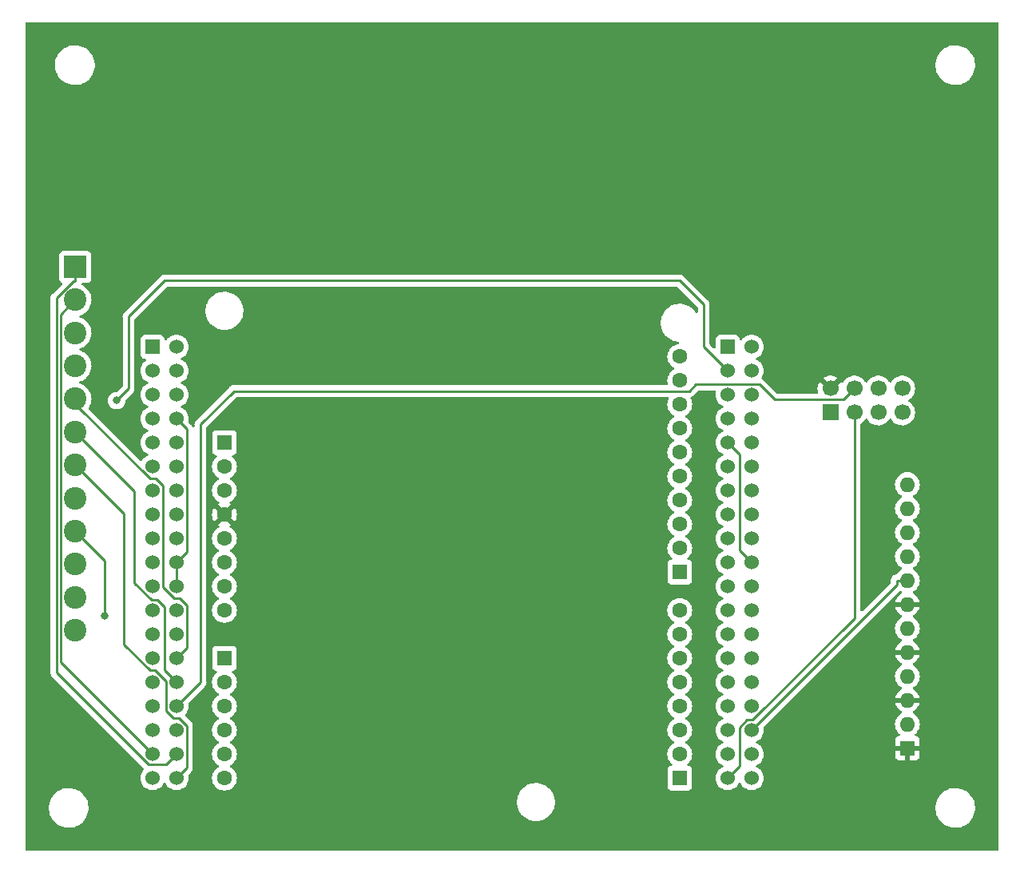
<source format=gbr>
%TF.GenerationSoftware,KiCad,Pcbnew,(6.0.11)*%
%TF.CreationDate,2023-03-02T21:27:35-06:00*%
%TF.ProjectId,STM,53544d2e-6b69-4636-9164-5f7063625858,rev?*%
%TF.SameCoordinates,Original*%
%TF.FileFunction,Copper,L2,Bot*%
%TF.FilePolarity,Positive*%
%FSLAX46Y46*%
G04 Gerber Fmt 4.6, Leading zero omitted, Abs format (unit mm)*
G04 Created by KiCad (PCBNEW (6.0.11)) date 2023-03-02 21:27:35*
%MOMM*%
%LPD*%
G01*
G04 APERTURE LIST*
%TA.AperFunction,ComponentPad*%
%ADD10R,1.530000X1.530000*%
%TD*%
%TA.AperFunction,ComponentPad*%
%ADD11C,1.530000*%
%TD*%
%TA.AperFunction,ComponentPad*%
%ADD12R,1.605000X1.605000*%
%TD*%
%TA.AperFunction,ComponentPad*%
%ADD13C,1.605000*%
%TD*%
%TA.AperFunction,ComponentPad*%
%ADD14R,1.700000X1.700000*%
%TD*%
%TA.AperFunction,ComponentPad*%
%ADD15C,1.700000*%
%TD*%
%TA.AperFunction,ComponentPad*%
%ADD16O,1.600000X1.600000*%
%TD*%
%TA.AperFunction,ComponentPad*%
%ADD17R,1.600000X1.600000*%
%TD*%
%TA.AperFunction,ComponentPad*%
%ADD18R,2.400000X2.400000*%
%TD*%
%TA.AperFunction,ComponentPad*%
%ADD19C,2.400000*%
%TD*%
%TA.AperFunction,ViaPad*%
%ADD20C,0.800000*%
%TD*%
%TA.AperFunction,Conductor*%
%ADD21C,0.250000*%
%TD*%
G04 APERTURE END LIST*
D10*
%TO.P,U1,CN7_1,PC10*%
%TO.N,unconnected-(U1-PadCN7_1)*%
X67310000Y-90820000D03*
D11*
%TO.P,U1,CN7_37,PC3*%
%TO.N,Net-(RN1-Pad6)*%
X67310000Y-136540000D03*
%TO.P,U1,CN7_2,PC11*%
%TO.N,unconnected-(U1-PadCN7_2)*%
X69850000Y-90820000D03*
%TO.P,U1,CN7_3,PC12*%
%TO.N,unconnected-(U1-PadCN7_3)*%
X67310000Y-93360000D03*
%TO.P,U1,CN7_4,PD2*%
%TO.N,unconnected-(U1-PadCN7_4)*%
X69850000Y-93360000D03*
%TO.P,U1,CN7_5,VDD*%
%TO.N,unconnected-(U1-PadCN7_5)*%
X67310000Y-95900000D03*
%TO.P,U1,CN7_6,E5V*%
%TO.N,unconnected-(U1-PadCN7_6)*%
X69850000Y-95900000D03*
%TO.P,U1,CN7_7,BOOT0*%
%TO.N,unconnected-(U1-PadCN7_7)*%
X67310000Y-98440000D03*
%TO.P,U1,CN7_8,GND_S1*%
%TO.N,Net-(U1-PadCN7_19)*%
X69850000Y-98440000D03*
%TO.P,U1,CN7_9*%
%TO.N,N/C*%
X67310000Y-100980000D03*
%TO.P,U1,CN7_10*%
X69850000Y-100980000D03*
%TO.P,U1,CN7_11*%
X67310000Y-103520000D03*
%TO.P,U1,CN7_12,IOREF_S1*%
%TO.N,unconnected-(U1-PadCN7_12)*%
X69850000Y-103520000D03*
%TO.P,U1,CN7_13,PA13*%
%TO.N,unconnected-(U1-PadCN7_13)*%
X67310000Y-106060000D03*
%TO.P,U1,CN7_14,RESET_S1*%
%TO.N,unconnected-(U1-PadCN7_14)*%
X69850000Y-106060000D03*
%TO.P,U1,CN7_15,PA14*%
%TO.N,unconnected-(U1-PadCN7_15)*%
X67310000Y-108600000D03*
%TO.P,U1,CN7_16,+3V3_S1*%
%TO.N,unconnected-(U1-PadCN7_16)*%
X69850000Y-108600000D03*
%TO.P,U1,CN7_17,PA15*%
%TO.N,unconnected-(U1-PadCN7_17)*%
X67310000Y-111140000D03*
%TO.P,U1,CN7_18,+5V_S1*%
%TO.N,unconnected-(U1-PadCN7_18)*%
X69850000Y-111140000D03*
%TO.P,U1,CN7_19,GND_S1*%
%TO.N,Net-(U1-PadCN7_19)*%
X67310000Y-113680000D03*
%TO.P,U1,CN7_20,GND_S1*%
X69850000Y-113680000D03*
%TO.P,U1,CN7_21,PB7*%
%TO.N,unconnected-(U1-PadCN7_21)*%
X67310000Y-116220000D03*
%TO.P,U1,CN7_22,GND_S1*%
%TO.N,Net-(U1-PadCN7_19)*%
X69850000Y-116220000D03*
%TO.P,U1,CN7_23,PC13*%
%TO.N,unconnected-(U1-PadCN7_23)*%
X67310000Y-118760000D03*
%TO.P,U1,CN7_24,VIN_S1*%
%TO.N,unconnected-(U1-PadCN7_24)*%
X69850000Y-118760000D03*
%TO.P,U1,CN7_25,PC14*%
%TO.N,unconnected-(U1-PadCN7_25)*%
X67310000Y-121300000D03*
%TO.P,U1,CN7_26*%
%TO.N,N/C*%
X69850000Y-121300000D03*
%TO.P,U1,CN7_27,PC15*%
%TO.N,unconnected-(U1-PadCN7_27)*%
X67310000Y-123840000D03*
%TO.P,U1,CN7_28,PA0*%
%TO.N,Net-(J1-Pad5)*%
X69850000Y-123840000D03*
%TO.P,U1,CN7_29,PF0*%
%TO.N,unconnected-(U1-PadCN7_29)*%
X67310000Y-126380000D03*
%TO.P,U1,CN7_30,PA1*%
%TO.N,Net-(J1-Pad6)*%
X69850000Y-126380000D03*
%TO.P,U1,CN7_31,PF1*%
%TO.N,unconnected-(U1-PadCN7_31)*%
X67310000Y-128920000D03*
%TO.P,U1,CN7_32,PA4*%
%TO.N,Net-(U2-Pad4)*%
X69850000Y-128920000D03*
%TO.P,U1,CN7_33,VBAT*%
%TO.N,unconnected-(U1-PadCN7_33)*%
X67310000Y-131460000D03*
%TO.P,U1,CN7_34,PB0*%
%TO.N,unconnected-(U1-PadCN7_34)*%
X69850000Y-131460000D03*
%TO.P,U1,CN7_35,PC2*%
%TO.N,Net-(RN1-Pad4)*%
X67310000Y-134000000D03*
%TO.P,U1,CN7_36,PC1*%
%TO.N,Net-(RN1-Pad2)*%
X69850000Y-134000000D03*
%TO.P,U1,CN7_38,PC0*%
%TO.N,Net-(J1-Pad7)*%
X69850000Y-136540000D03*
D10*
%TO.P,U1,CN10_1,PC9*%
%TO.N,unconnected-(U1-PadCN10_1)*%
X128270000Y-90820000D03*
D11*
%TO.P,U1,CN10_37,PA3*%
%TO.N,Net-(U2-Pad3)*%
X128270000Y-136540000D03*
%TO.P,U1,CN10_2,PC8*%
%TO.N,unconnected-(U1-PadCN10_2)*%
X130810000Y-90820000D03*
%TO.P,U1,CN10_3,PB8*%
%TO.N,Net-(J1-Pad8)*%
X128270000Y-93360000D03*
%TO.P,U1,CN10_4,PC6*%
%TO.N,unconnected-(U1-PadCN10_4)*%
X130810000Y-93360000D03*
%TO.P,U1,CN10_5,PB9*%
%TO.N,unconnected-(U1-PadCN10_5)*%
X128270000Y-95900000D03*
%TO.P,U1,CN10_6,PC5*%
%TO.N,unconnected-(U1-PadCN10_6)*%
X130810000Y-95900000D03*
%TO.P,U1,CN10_7,AVDD*%
%TO.N,unconnected-(U1-PadCN10_7)*%
X128270000Y-98440000D03*
%TO.P,U1,CN10_8,U5V*%
%TO.N,unconnected-(U1-PadCN10_8)*%
X130810000Y-98440000D03*
%TO.P,U1,CN10_9,GND_S2*%
%TO.N,Net-(U1-PadCN10_20)*%
X128270000Y-100980000D03*
%TO.P,U1,CN10_10*%
%TO.N,N/C*%
X130810000Y-100980000D03*
%TO.P,U1,CN10_11,PA5*%
%TO.N,Net-(U2-Pad5)*%
X128270000Y-103520000D03*
%TO.P,U1,CN10_12,PA12*%
%TO.N,unconnected-(U1-PadCN10_12)*%
X130810000Y-103520000D03*
%TO.P,U1,CN10_13,PA6*%
%TO.N,Net-(U2-Pad7)*%
X128270000Y-106060000D03*
%TO.P,U1,CN10_14,PA11*%
%TO.N,unconnected-(U1-PadCN10_14)*%
X130810000Y-106060000D03*
%TO.P,U1,CN10_15,PA7*%
%TO.N,Net-(U2-Pad6)*%
X128270000Y-108600000D03*
%TO.P,U1,CN10_16,PB12*%
%TO.N,unconnected-(U1-PadCN10_16)*%
X130810000Y-108600000D03*
%TO.P,U1,CN10_17,PB6*%
%TO.N,Net-(J1-Pad11)*%
X128270000Y-111140000D03*
%TO.P,U1,CN10_18,PB11*%
%TO.N,unconnected-(U1-PadCN10_18)*%
X130810000Y-111140000D03*
%TO.P,U1,CN10_19,PC7*%
%TO.N,unconnected-(U1-PadCN10_19)*%
X128270000Y-113680000D03*
%TO.P,U1,CN10_20,GND_S2*%
%TO.N,Net-(U1-PadCN10_20)*%
X130810000Y-113680000D03*
%TO.P,U1,CN10_21,PA9*%
%TO.N,Net-(J1-Pad12)*%
X128270000Y-116220000D03*
%TO.P,U1,CN10_22,PB2*%
%TO.N,unconnected-(U1-PadCN10_22)*%
X130810000Y-116220000D03*
%TO.P,U1,CN10_23,PA8*%
%TO.N,unconnected-(U1-PadCN10_23)*%
X128270000Y-118760000D03*
%TO.P,U1,CN10_24,PB1*%
%TO.N,unconnected-(U1-PadCN10_24)*%
X130810000Y-118760000D03*
%TO.P,U1,CN10_25,PB10*%
%TO.N,unconnected-(U1-PadCN10_25)*%
X128270000Y-121300000D03*
%TO.P,U1,CN10_26,PB15*%
%TO.N,unconnected-(U1-PadCN10_26)*%
X130810000Y-121300000D03*
%TO.P,U1,CN10_27,PB4*%
%TO.N,Net-(J1-Pad9)*%
X128270000Y-123840000D03*
%TO.P,U1,CN10_28,PB14*%
%TO.N,unconnected-(U1-PadCN10_28)*%
X130810000Y-123840000D03*
%TO.P,U1,CN10_29,PB5*%
%TO.N,Net-(J1-Pad10)*%
X128270000Y-126380000D03*
%TO.P,U1,CN10_30,PB13*%
%TO.N,unconnected-(U1-PadCN10_30)*%
X130810000Y-126380000D03*
%TO.P,U1,CN10_31,PB3*%
%TO.N,unconnected-(U1-PadCN10_31)*%
X128270000Y-128920000D03*
%TO.P,U1,CN10_32,AGND*%
%TO.N,unconnected-(U1-PadCN10_32)*%
X130810000Y-128920000D03*
%TO.P,U1,CN10_33,PA10*%
%TO.N,unconnected-(U1-PadCN10_33)*%
X128270000Y-131460000D03*
%TO.P,U1,CN10_34,PC4*%
%TO.N,Net-(J1-Pad4)*%
X130810000Y-131460000D03*
%TO.P,U1,CN10_35,PA2*%
%TO.N,unconnected-(U1-PadCN10_35)*%
X128270000Y-134000000D03*
%TO.P,U1,CN10_36*%
%TO.N,N/C*%
X130810000Y-134000000D03*
%TO.P,U1,CN10_38*%
X130810000Y-136540000D03*
D12*
%TO.P,U1,CN6_1*%
X74930000Y-100980000D03*
D13*
%TO.P,U1,CN6_2,IOREF*%
%TO.N,unconnected-(U1-PadCN6_2)*%
X74930000Y-103520000D03*
%TO.P,U1,CN6_3,RESET*%
%TO.N,unconnected-(U1-PadCN6_3)*%
X74930000Y-106060000D03*
%TO.P,U1,CN6_4,+3V3*%
%TO.N,+3.3V*%
X74930000Y-108600000D03*
%TO.P,U1,CN6_5,+5V*%
%TO.N,unconnected-(U1-PadCN6_5)*%
X74930000Y-111140000D03*
%TO.P,U1,CN6_6,GND*%
%TO.N,GND*%
X74930000Y-113680000D03*
%TO.P,U1,CN6_7,GND*%
X74930000Y-116220000D03*
%TO.P,U1,CN6_8,VIN*%
%TO.N,unconnected-(U1-PadCN6_8)*%
X74930000Y-118760000D03*
D12*
%TO.P,U1,CN9_1*%
%TO.N,N/C*%
X123190000Y-136540000D03*
D13*
%TO.P,U1,CN9_2*%
X123190000Y-134000000D03*
%TO.P,U1,CN9_3*%
X123190000Y-131460000D03*
%TO.P,U1,CN9_4*%
X123190000Y-128920000D03*
%TO.P,U1,CN9_5*%
X123190000Y-126380000D03*
%TO.P,U1,CN9_6*%
X123190000Y-123840000D03*
%TO.P,U1,CN9_7*%
X123190000Y-121300000D03*
%TO.P,U1,CN9_8*%
X123190000Y-118760000D03*
D12*
%TO.P,U1,CN8_1*%
X74930000Y-123840000D03*
D13*
%TO.P,U1,CN8_2*%
X74930000Y-126380000D03*
%TO.P,U1,CN8_3*%
X74930000Y-128920000D03*
%TO.P,U1,CN8_4*%
X74930000Y-131460000D03*
%TO.P,U1,CN8_5*%
X74930000Y-134000000D03*
%TO.P,U1,CN8_6*%
X74930000Y-136540000D03*
D12*
%TO.P,U1,CN5_1*%
X123190000Y-114700000D03*
D13*
%TO.P,U1,CN5_2*%
X123190000Y-112160000D03*
%TO.P,U1,CN5_3*%
X123190000Y-109620000D03*
%TO.P,U1,CN5_4*%
X123190000Y-107080000D03*
%TO.P,U1,CN5_5*%
X123190000Y-104540000D03*
%TO.P,U1,CN5_6*%
X123190000Y-102000000D03*
%TO.P,U1,CN5_7*%
X123190000Y-99460000D03*
%TO.P,U1,CN5_8*%
X123190000Y-96920000D03*
%TO.P,U1,CN5_9*%
X123190000Y-94380000D03*
%TO.P,U1,CN5_10*%
X123190000Y-91840000D03*
%TD*%
D14*
%TO.P,U2,1,GND*%
%TO.N,GND*%
X139155000Y-97790000D03*
D15*
%TO.P,U2,2,VCC*%
%TO.N,+3.3V*%
X139155000Y-95250000D03*
%TO.P,U2,3,CE*%
%TO.N,Net-(U2-Pad3)*%
X141695000Y-97790000D03*
%TO.P,U2,4,~{CSN}*%
%TO.N,Net-(U2-Pad4)*%
X141695000Y-95250000D03*
%TO.P,U2,5,SCK*%
%TO.N,Net-(U2-Pad5)*%
X144235000Y-97790000D03*
%TO.P,U2,6,MOSI*%
%TO.N,Net-(U2-Pad6)*%
X144235000Y-95250000D03*
%TO.P,U2,7,MISO*%
%TO.N,Net-(U2-Pad7)*%
X146775000Y-97790000D03*
%TO.P,U2,8,IRQ*%
%TO.N,unconnected-(U2-Pad8)*%
X146775000Y-95250000D03*
%TD*%
D16*
%TO.P,RN1,12,R6.2*%
%TO.N,unconnected-(RN1-Pad12)*%
X147320000Y-105420000D03*
%TO.P,RN1,11,R6.1*%
%TO.N,unconnected-(RN1-Pad11)*%
X147320000Y-107960000D03*
%TO.P,RN1,10,R5.2*%
%TO.N,unconnected-(RN1-Pad10)*%
X147320000Y-110500000D03*
%TO.P,RN1,9,R5.1*%
%TO.N,unconnected-(RN1-Pad9)*%
X147320000Y-113040000D03*
%TO.P,RN1,8,R4.2*%
%TO.N,Net-(J1-Pad4)*%
X147320000Y-115580000D03*
%TO.P,RN1,7,R4.1*%
%TO.N,+3.3V*%
X147320000Y-118120000D03*
%TO.P,RN1,6,R3.2*%
%TO.N,Net-(RN1-Pad6)*%
X147320000Y-120660000D03*
%TO.P,RN1,5,R3.1*%
%TO.N,+3.3V*%
X147320000Y-123200000D03*
%TO.P,RN1,4,R2.2*%
%TO.N,Net-(RN1-Pad4)*%
X147320000Y-125740000D03*
%TO.P,RN1,3,R2.1*%
%TO.N,+3.3V*%
X147320000Y-128280000D03*
%TO.P,RN1,2,R1.2*%
%TO.N,Net-(RN1-Pad2)*%
X147320000Y-130820000D03*
D17*
%TO.P,RN1,1,R1.1*%
%TO.N,+3.3V*%
X147320000Y-133360000D03*
%TD*%
D18*
%TO.P,J1,1,Pin_1*%
%TO.N,Net-(RN1-Pad2)*%
X59120000Y-82350000D03*
D19*
%TO.P,J1,2,Pin_2*%
%TO.N,Net-(RN1-Pad4)*%
X59120000Y-85850000D03*
%TO.P,J1,3,Pin_3*%
%TO.N,Net-(RN1-Pad6)*%
X59120000Y-89350000D03*
%TO.P,J1,4,Pin_4*%
%TO.N,Net-(J1-Pad4)*%
X59120000Y-92850000D03*
%TO.P,J1,5,Pin_5*%
%TO.N,Net-(J1-Pad5)*%
X59120000Y-96350000D03*
%TO.P,J1,6,Pin_6*%
%TO.N,Net-(J1-Pad6)*%
X59120000Y-99850000D03*
%TO.P,J1,7,Pin_7*%
%TO.N,Net-(J1-Pad7)*%
X59120000Y-103350000D03*
%TO.P,J1,8,Pin_8*%
%TO.N,Net-(J1-Pad8)*%
X59120000Y-106850000D03*
%TO.P,J1,9,Pin_9*%
%TO.N,Net-(J1-Pad9)*%
X59120000Y-110350000D03*
%TO.P,J1,10,Pin_10*%
%TO.N,Net-(J1-Pad10)*%
X59120000Y-113850000D03*
%TO.P,J1,11,Pin_11*%
%TO.N,Net-(J1-Pad11)*%
X59120000Y-117350000D03*
%TO.P,J1,12,Pin_12*%
%TO.N,Net-(J1-Pad12)*%
X59120000Y-120850000D03*
%TD*%
D20*
%TO.N,Net-(J1-Pad8)*%
X63500000Y-96520000D03*
%TO.N,Net-(J1-Pad9)*%
X62230000Y-119380000D03*
%TD*%
D21*
%TO.N,Net-(U2-Pad4)*%
X72390000Y-126380000D02*
X69850000Y-128920000D01*
X72390000Y-99060000D02*
X72390000Y-126380000D01*
X75942500Y-95507500D02*
X72390000Y-99060000D01*
X124202500Y-95507500D02*
X75942500Y-95507500D01*
X124900000Y-94810000D02*
X124202500Y-95507500D01*
X131621493Y-94810000D02*
X124900000Y-94810000D01*
X133236493Y-96425000D02*
X131621493Y-94810000D01*
X140520000Y-96425000D02*
X133236493Y-96425000D01*
X141695000Y-95250000D02*
X140520000Y-96425000D01*
%TO.N,Net-(J1-Pad8)*%
X124460000Y-85090000D02*
X123190000Y-83820000D01*
X69850000Y-83820000D02*
X68580000Y-83820000D01*
X123190000Y-83820000D02*
X69850000Y-83820000D01*
X68580000Y-83820000D02*
X64770000Y-87630000D01*
X64770000Y-95250000D02*
X63500000Y-96520000D01*
X64770000Y-87630000D02*
X64770000Y-92710000D01*
X125730000Y-90170000D02*
X125730000Y-86360000D01*
X128270000Y-93360000D02*
X125730000Y-90820000D01*
X125730000Y-90820000D02*
X125730000Y-90170000D01*
X125730000Y-86360000D02*
X124460000Y-85090000D01*
X64770000Y-92710000D02*
X64770000Y-95250000D01*
%TO.N,Net-(J1-Pad9)*%
X62230000Y-113460000D02*
X59120000Y-110350000D01*
X62230000Y-119380000D02*
X62230000Y-113460000D01*
%TO.N,Net-(U1-PadCN10_20)*%
X129540000Y-102250000D02*
X128270000Y-100980000D01*
X129540000Y-112410000D02*
X129540000Y-102250000D01*
X130810000Y-113680000D02*
X129540000Y-112410000D01*
%TO.N,Net-(U2-Pad3)*%
X129540000Y-135270000D02*
X128270000Y-136540000D01*
X129540000Y-131151400D02*
X129540000Y-135270000D01*
X130321600Y-130369800D02*
X129540000Y-131151400D01*
X130929700Y-130369800D02*
X130321600Y-130369800D01*
X141695000Y-119604500D02*
X130929700Y-130369800D01*
X141695000Y-97790000D02*
X141695000Y-119604500D01*
%TO.N,Net-(U1-PadCN7_19)*%
X69850000Y-116220000D02*
X69850000Y-113680000D01*
X70948500Y-99538500D02*
X69850000Y-98440000D01*
X70948500Y-112581500D02*
X70948500Y-99538500D01*
X69850000Y-113680000D02*
X70948500Y-112581500D01*
%TO.N,Net-(J1-Pad7)*%
X70943800Y-135446200D02*
X69850000Y-136540000D01*
X70943800Y-130989500D02*
X70943800Y-135446200D01*
X70144300Y-130190000D02*
X70943800Y-130989500D01*
X69517500Y-130190000D02*
X70144300Y-130190000D01*
X68759800Y-129432300D02*
X69517500Y-130190000D01*
X68759800Y-126274200D02*
X68759800Y-129432300D01*
X67595600Y-125110000D02*
X68759800Y-126274200D01*
X67016000Y-125110000D02*
X67595600Y-125110000D01*
X64303500Y-122397500D02*
X67016000Y-125110000D01*
X64303500Y-108533500D02*
X64303500Y-122397500D01*
X59120000Y-103350000D02*
X64303500Y-108533500D01*
%TO.N,Net-(J1-Pad6)*%
X68580000Y-125110000D02*
X69850000Y-126380000D01*
X68580000Y-118443800D02*
X68580000Y-125110000D01*
X67806000Y-117669800D02*
X68580000Y-118443800D01*
X67203800Y-117669800D02*
X67806000Y-117669800D01*
X65397900Y-115863900D02*
X67203800Y-117669800D01*
X65397900Y-106127900D02*
X65397900Y-115863900D01*
X59120000Y-99850000D02*
X65397900Y-106127900D01*
%TO.N,Net-(J1-Pad5)*%
X70942500Y-122747500D02*
X69850000Y-123840000D01*
X70942500Y-118263400D02*
X70942500Y-122747500D01*
X70169100Y-117490000D02*
X70942500Y-118263400D01*
X69569200Y-117490000D02*
X70169100Y-117490000D01*
X68400200Y-116321000D02*
X69569200Y-117490000D01*
X68400200Y-105562100D02*
X68400200Y-116321000D01*
X67628100Y-104790000D02*
X68400200Y-105562100D01*
X67027500Y-104790000D02*
X67628100Y-104790000D01*
X59120000Y-96882500D02*
X67027500Y-104790000D01*
X59120000Y-96350000D02*
X59120000Y-96882500D01*
%TO.N,Net-(J1-Pad4)*%
X146194900Y-116075100D02*
X130810000Y-131460000D01*
X146194900Y-115580000D02*
X146194900Y-116075100D01*
X147320000Y-115580000D02*
X146194900Y-115580000D01*
%TO.N,Net-(RN1-Pad4)*%
X57584700Y-124274700D02*
X67310000Y-134000000D01*
X57584700Y-87385300D02*
X57584700Y-124274700D01*
X59120000Y-85850000D02*
X57584700Y-87385300D01*
%TO.N,Net-(RN1-Pad2)*%
X68738800Y-135111200D02*
X69850000Y-134000000D01*
X66876500Y-135111200D02*
X68738800Y-135111200D01*
X57123800Y-125358500D02*
X66876500Y-135111200D01*
X57123800Y-85680700D02*
X57123800Y-125358500D01*
X58929400Y-83875100D02*
X57123800Y-85680700D01*
X59120000Y-83875100D02*
X58929400Y-83875100D01*
X59120000Y-82350000D02*
X59120000Y-83875100D01*
%TD*%
%TA.AperFunction,Conductor*%
%TO.N,+3.3V*%
G36*
X156913621Y-56408502D02*
G01*
X156960114Y-56462158D01*
X156971500Y-56514500D01*
X156971500Y-144145500D01*
X156951498Y-144213621D01*
X156897842Y-144260114D01*
X156845500Y-144271500D01*
X53974500Y-144271500D01*
X53906379Y-144251498D01*
X53859886Y-144197842D01*
X53848500Y-144145500D01*
X53848500Y-139832703D01*
X56310743Y-139832703D01*
X56348268Y-140117734D01*
X56424129Y-140395036D01*
X56425813Y-140398984D01*
X56521091Y-140622358D01*
X56536923Y-140659476D01*
X56548693Y-140679142D01*
X56656645Y-140859516D01*
X56684561Y-140906161D01*
X56864313Y-141130528D01*
X57072851Y-141328423D01*
X57306317Y-141496186D01*
X57310112Y-141498195D01*
X57310113Y-141498196D01*
X57331869Y-141509715D01*
X57560392Y-141630712D01*
X57830373Y-141729511D01*
X58111264Y-141790755D01*
X58139841Y-141793004D01*
X58334282Y-141808307D01*
X58334291Y-141808307D01*
X58336739Y-141808500D01*
X58492271Y-141808500D01*
X58494407Y-141808354D01*
X58494418Y-141808354D01*
X58702548Y-141794165D01*
X58702554Y-141794164D01*
X58706825Y-141793873D01*
X58711020Y-141793004D01*
X58711022Y-141793004D01*
X58847583Y-141764724D01*
X58988342Y-141735574D01*
X59259343Y-141639607D01*
X59514812Y-141507750D01*
X59518313Y-141505289D01*
X59518317Y-141505287D01*
X59632418Y-141425095D01*
X59750023Y-141342441D01*
X59960622Y-141146740D01*
X60142713Y-140924268D01*
X60292927Y-140679142D01*
X60317854Y-140622358D01*
X60406757Y-140419830D01*
X60408483Y-140415898D01*
X60487244Y-140139406D01*
X60527751Y-139854784D01*
X60527845Y-139836951D01*
X60529235Y-139571583D01*
X60529235Y-139571576D01*
X60529257Y-139567297D01*
X60491732Y-139282266D01*
X60417176Y-139009733D01*
X105937822Y-139009733D01*
X105937975Y-139014121D01*
X105937975Y-139014127D01*
X105947339Y-139282266D01*
X105947625Y-139290458D01*
X105948387Y-139294781D01*
X105948388Y-139294788D01*
X105972164Y-139429624D01*
X105996402Y-139567087D01*
X106083203Y-139834235D01*
X106206340Y-140086702D01*
X106208795Y-140090341D01*
X106208798Y-140090347D01*
X106281890Y-140198710D01*
X106363415Y-140319576D01*
X106551371Y-140528322D01*
X106766550Y-140708879D01*
X107004764Y-140857731D01*
X107261375Y-140971982D01*
X107531390Y-141049407D01*
X107535740Y-141050018D01*
X107535743Y-141050019D01*
X107638690Y-141064487D01*
X107809552Y-141088500D01*
X108020146Y-141088500D01*
X108022332Y-141088347D01*
X108022336Y-141088347D01*
X108225827Y-141074118D01*
X108225832Y-141074117D01*
X108230212Y-141073811D01*
X108504970Y-141015409D01*
X108509099Y-141013906D01*
X108509103Y-141013905D01*
X108764781Y-140920846D01*
X108764785Y-140920844D01*
X108768926Y-140919337D01*
X109016942Y-140787464D01*
X109121896Y-140711211D01*
X109240629Y-140624947D01*
X109240632Y-140624944D01*
X109244192Y-140622358D01*
X109446252Y-140427231D01*
X109619188Y-140205882D01*
X109621384Y-140202078D01*
X109621389Y-140202071D01*
X109757435Y-139966431D01*
X109759636Y-139962619D01*
X109812126Y-139832703D01*
X150290743Y-139832703D01*
X150328268Y-140117734D01*
X150404129Y-140395036D01*
X150405813Y-140398984D01*
X150501091Y-140622358D01*
X150516923Y-140659476D01*
X150528693Y-140679142D01*
X150636645Y-140859516D01*
X150664561Y-140906161D01*
X150844313Y-141130528D01*
X151052851Y-141328423D01*
X151286317Y-141496186D01*
X151290112Y-141498195D01*
X151290113Y-141498196D01*
X151311869Y-141509715D01*
X151540392Y-141630712D01*
X151810373Y-141729511D01*
X152091264Y-141790755D01*
X152119841Y-141793004D01*
X152314282Y-141808307D01*
X152314291Y-141808307D01*
X152316739Y-141808500D01*
X152472271Y-141808500D01*
X152474407Y-141808354D01*
X152474418Y-141808354D01*
X152682548Y-141794165D01*
X152682554Y-141794164D01*
X152686825Y-141793873D01*
X152691020Y-141793004D01*
X152691022Y-141793004D01*
X152827583Y-141764724D01*
X152968342Y-141735574D01*
X153239343Y-141639607D01*
X153494812Y-141507750D01*
X153498313Y-141505289D01*
X153498317Y-141505287D01*
X153612417Y-141425096D01*
X153730023Y-141342441D01*
X153940622Y-141146740D01*
X154122713Y-140924268D01*
X154272927Y-140679142D01*
X154297854Y-140622358D01*
X154386757Y-140419830D01*
X154388483Y-140415898D01*
X154467244Y-140139406D01*
X154507751Y-139854784D01*
X154507845Y-139836951D01*
X154509235Y-139571583D01*
X154509235Y-139571576D01*
X154509257Y-139567297D01*
X154471732Y-139282266D01*
X154395871Y-139004964D01*
X154283077Y-138740524D01*
X154135439Y-138493839D01*
X153955687Y-138269472D01*
X153747149Y-138071577D01*
X153513683Y-137903814D01*
X153491843Y-137892250D01*
X153423393Y-137856008D01*
X153259608Y-137769288D01*
X153066392Y-137698581D01*
X152993658Y-137671964D01*
X152993656Y-137671963D01*
X152989627Y-137670489D01*
X152708736Y-137609245D01*
X152677685Y-137606801D01*
X152485718Y-137591693D01*
X152485709Y-137591693D01*
X152483261Y-137591500D01*
X152327729Y-137591500D01*
X152325593Y-137591646D01*
X152325582Y-137591646D01*
X152117452Y-137605835D01*
X152117446Y-137605836D01*
X152113175Y-137606127D01*
X152108980Y-137606996D01*
X152108978Y-137606996D01*
X152003420Y-137628856D01*
X151831658Y-137664426D01*
X151560657Y-137760393D01*
X151305188Y-137892250D01*
X151301687Y-137894711D01*
X151301683Y-137894713D01*
X151291594Y-137901804D01*
X151069977Y-138057559D01*
X150859378Y-138253260D01*
X150677287Y-138475732D01*
X150527073Y-138720858D01*
X150411517Y-138984102D01*
X150332756Y-139260594D01*
X150292249Y-139545216D01*
X150292227Y-139549505D01*
X150292226Y-139549512D01*
X150291405Y-139706259D01*
X150290743Y-139832703D01*
X109812126Y-139832703D01*
X109864862Y-139702176D01*
X109898544Y-139567087D01*
X109931753Y-139433893D01*
X109931754Y-139433888D01*
X109932817Y-139429624D01*
X109947858Y-139286522D01*
X109961719Y-139154636D01*
X109961719Y-139154633D01*
X109962178Y-139150267D01*
X109957104Y-139004964D01*
X109952529Y-138873939D01*
X109952528Y-138873933D01*
X109952375Y-138869542D01*
X109928608Y-138734749D01*
X109904360Y-138597236D01*
X109903598Y-138592913D01*
X109816797Y-138325765D01*
X109693660Y-138073298D01*
X109691205Y-138069659D01*
X109691202Y-138069653D01*
X109571542Y-137892250D01*
X109536585Y-137840424D01*
X109533047Y-137836494D01*
X109351566Y-137634940D01*
X109348629Y-137631678D01*
X109321895Y-137609245D01*
X109136820Y-137453949D01*
X109133450Y-137451121D01*
X108895236Y-137302269D01*
X108661054Y-137198004D01*
X108642639Y-137189805D01*
X108642637Y-137189804D01*
X108638625Y-137188018D01*
X108368610Y-137110593D01*
X108364260Y-137109982D01*
X108364257Y-137109981D01*
X108261310Y-137095513D01*
X108090448Y-137071500D01*
X107879854Y-137071500D01*
X107877668Y-137071653D01*
X107877664Y-137071653D01*
X107674173Y-137085882D01*
X107674168Y-137085883D01*
X107669788Y-137086189D01*
X107395030Y-137144591D01*
X107390901Y-137146094D01*
X107390897Y-137146095D01*
X107135219Y-137239154D01*
X107135215Y-137239156D01*
X107131074Y-137240663D01*
X106883058Y-137372536D01*
X106879499Y-137375122D01*
X106879497Y-137375123D01*
X106676728Y-137522443D01*
X106655808Y-137537642D01*
X106453748Y-137732769D01*
X106280812Y-137954118D01*
X106278616Y-137957922D01*
X106278611Y-137957929D01*
X106164794Y-138155068D01*
X106140364Y-138197381D01*
X106035138Y-138457824D01*
X106034073Y-138462097D01*
X106034072Y-138462099D01*
X106000379Y-138597236D01*
X105967183Y-138730376D01*
X105937822Y-139009733D01*
X60417176Y-139009733D01*
X60415871Y-139004964D01*
X60303077Y-138740524D01*
X60155439Y-138493839D01*
X59975687Y-138269472D01*
X59767149Y-138071577D01*
X59533683Y-137903814D01*
X59511843Y-137892250D01*
X59443393Y-137856008D01*
X59279608Y-137769288D01*
X59086392Y-137698581D01*
X59013658Y-137671964D01*
X59013656Y-137671963D01*
X59009627Y-137670489D01*
X58728736Y-137609245D01*
X58697685Y-137606801D01*
X58505718Y-137591693D01*
X58505709Y-137591693D01*
X58503261Y-137591500D01*
X58347729Y-137591500D01*
X58345593Y-137591646D01*
X58345582Y-137591646D01*
X58137452Y-137605835D01*
X58137446Y-137605836D01*
X58133175Y-137606127D01*
X58128980Y-137606996D01*
X58128978Y-137606996D01*
X58023420Y-137628856D01*
X57851658Y-137664426D01*
X57580657Y-137760393D01*
X57325188Y-137892250D01*
X57321687Y-137894711D01*
X57321683Y-137894713D01*
X57311594Y-137901804D01*
X57089977Y-138057559D01*
X56879378Y-138253260D01*
X56697287Y-138475732D01*
X56547073Y-138720858D01*
X56431517Y-138984102D01*
X56352756Y-139260594D01*
X56312249Y-139545216D01*
X56312227Y-139549505D01*
X56312226Y-139549512D01*
X56311405Y-139706259D01*
X56310743Y-139832703D01*
X53848500Y-139832703D01*
X53848500Y-85660643D01*
X56485580Y-85660643D01*
X56486326Y-85668535D01*
X56489741Y-85704661D01*
X56490300Y-85716519D01*
X56490300Y-125279733D01*
X56489773Y-125290916D01*
X56488098Y-125298409D01*
X56488347Y-125306335D01*
X56488347Y-125306336D01*
X56490238Y-125366486D01*
X56490300Y-125370445D01*
X56490300Y-125398356D01*
X56490797Y-125402290D01*
X56490797Y-125402291D01*
X56490805Y-125402356D01*
X56491738Y-125414193D01*
X56493127Y-125458389D01*
X56498778Y-125477839D01*
X56502787Y-125497200D01*
X56505326Y-125517297D01*
X56508245Y-125524668D01*
X56508245Y-125524670D01*
X56521604Y-125558412D01*
X56525449Y-125569642D01*
X56537782Y-125612093D01*
X56541815Y-125618912D01*
X56541817Y-125618917D01*
X56548093Y-125629528D01*
X56556788Y-125647276D01*
X56564248Y-125666117D01*
X56568910Y-125672533D01*
X56568910Y-125672534D01*
X56590236Y-125701887D01*
X56596752Y-125711807D01*
X56613426Y-125740000D01*
X56619258Y-125749862D01*
X56633579Y-125764183D01*
X56646419Y-125779216D01*
X56658328Y-125795607D01*
X56664434Y-125800658D01*
X56692405Y-125823798D01*
X56701184Y-125831788D01*
X66370103Y-135500707D01*
X66404129Y-135563019D01*
X66399064Y-135633834D01*
X66370106Y-135678893D01*
X66330716Y-135718283D01*
X66327559Y-135722791D01*
X66327557Y-135722794D01*
X66298727Y-135763968D01*
X66202903Y-135900818D01*
X66200580Y-135905800D01*
X66200577Y-135905805D01*
X66183763Y-135941863D01*
X66108730Y-136102773D01*
X66051056Y-136318014D01*
X66031635Y-136540000D01*
X66051056Y-136761986D01*
X66108730Y-136977227D01*
X66111052Y-136982208D01*
X66111053Y-136982209D01*
X66200577Y-137174195D01*
X66200580Y-137174200D01*
X66202903Y-137179182D01*
X66330716Y-137361717D01*
X66488283Y-137519284D01*
X66492792Y-137522441D01*
X66492794Y-137522443D01*
X66568110Y-137575180D01*
X66670817Y-137647097D01*
X66675799Y-137649420D01*
X66675804Y-137649423D01*
X66854542Y-137732769D01*
X66872773Y-137741270D01*
X66878081Y-137742692D01*
X66878083Y-137742693D01*
X66938800Y-137758962D01*
X67088014Y-137798944D01*
X67310000Y-137818365D01*
X67531986Y-137798944D01*
X67681200Y-137758962D01*
X67741917Y-137742693D01*
X67741919Y-137742692D01*
X67747227Y-137741270D01*
X67765458Y-137732769D01*
X67944196Y-137649423D01*
X67944201Y-137649420D01*
X67949183Y-137647097D01*
X68051890Y-137575180D01*
X68127206Y-137522443D01*
X68127208Y-137522441D01*
X68131717Y-137519284D01*
X68289284Y-137361717D01*
X68417097Y-137179182D01*
X68419420Y-137174200D01*
X68419423Y-137174195D01*
X68465805Y-137074727D01*
X68512722Y-137021442D01*
X68580999Y-137001981D01*
X68648959Y-137022523D01*
X68694195Y-137074727D01*
X68740577Y-137174195D01*
X68740580Y-137174200D01*
X68742903Y-137179182D01*
X68870716Y-137361717D01*
X69028283Y-137519284D01*
X69032792Y-137522441D01*
X69032794Y-137522443D01*
X69108110Y-137575180D01*
X69210817Y-137647097D01*
X69215799Y-137649420D01*
X69215804Y-137649423D01*
X69394542Y-137732769D01*
X69412773Y-137741270D01*
X69418081Y-137742692D01*
X69418083Y-137742693D01*
X69478800Y-137758962D01*
X69628014Y-137798944D01*
X69850000Y-137818365D01*
X70071986Y-137798944D01*
X70221200Y-137758962D01*
X70281917Y-137742693D01*
X70281919Y-137742692D01*
X70287227Y-137741270D01*
X70305458Y-137732769D01*
X70484196Y-137649423D01*
X70484201Y-137649420D01*
X70489183Y-137647097D01*
X70591890Y-137575180D01*
X70667206Y-137522443D01*
X70667208Y-137522441D01*
X70671717Y-137519284D01*
X70829284Y-137361717D01*
X70957097Y-137179182D01*
X70959420Y-137174200D01*
X70959423Y-137174195D01*
X71048947Y-136982209D01*
X71048948Y-136982208D01*
X71051270Y-136977227D01*
X71108944Y-136761986D01*
X71128365Y-136540000D01*
X73613992Y-136540000D01*
X73633985Y-136768522D01*
X73635409Y-136773835D01*
X73635409Y-136773837D01*
X73688485Y-136971917D01*
X73693357Y-136990101D01*
X73695679Y-136995082D01*
X73695680Y-136995083D01*
X73786481Y-137189805D01*
X73790304Y-137198004D01*
X73921879Y-137385914D01*
X74084086Y-137548121D01*
X74271996Y-137679696D01*
X74276974Y-137682017D01*
X74276977Y-137682019D01*
X74474917Y-137774320D01*
X74479899Y-137776643D01*
X74485207Y-137778065D01*
X74485209Y-137778066D01*
X74696163Y-137834591D01*
X74696165Y-137834591D01*
X74701478Y-137836015D01*
X74930000Y-137856008D01*
X75158522Y-137836015D01*
X75163835Y-137834591D01*
X75163837Y-137834591D01*
X75374791Y-137778066D01*
X75374793Y-137778065D01*
X75380101Y-137776643D01*
X75385083Y-137774320D01*
X75583023Y-137682019D01*
X75583026Y-137682017D01*
X75588004Y-137679696D01*
X75775914Y-137548121D01*
X75938121Y-137385914D01*
X76069696Y-137198004D01*
X76073520Y-137189805D01*
X76164320Y-136995083D01*
X76164321Y-136995082D01*
X76166643Y-136990101D01*
X76171516Y-136971917D01*
X76224591Y-136773837D01*
X76224591Y-136773835D01*
X76226015Y-136768522D01*
X76246008Y-136540000D01*
X76226015Y-136311478D01*
X76184175Y-136155329D01*
X76168066Y-136095209D01*
X76168065Y-136095207D01*
X76166643Y-136089899D01*
X76097613Y-135941863D01*
X76072019Y-135886977D01*
X76072017Y-135886974D01*
X76069696Y-135881996D01*
X75938121Y-135694086D01*
X75775914Y-135531879D01*
X75588004Y-135400304D01*
X75583026Y-135397983D01*
X75583023Y-135397981D01*
X75553458Y-135384195D01*
X75500173Y-135337278D01*
X75480712Y-135269001D01*
X75501254Y-135201041D01*
X75553458Y-135155805D01*
X75583023Y-135142019D01*
X75583026Y-135142017D01*
X75588004Y-135139696D01*
X75775914Y-135008121D01*
X75938121Y-134845914D01*
X76069696Y-134658004D01*
X76073483Y-134649884D01*
X76164320Y-134455083D01*
X76164321Y-134455082D01*
X76166643Y-134450101D01*
X76171516Y-134431917D01*
X76224591Y-134233837D01*
X76224591Y-134233835D01*
X76226015Y-134228522D01*
X76246008Y-134000000D01*
X121873992Y-134000000D01*
X121893985Y-134228522D01*
X121895409Y-134233835D01*
X121895409Y-134233837D01*
X121948485Y-134431917D01*
X121953357Y-134450101D01*
X121955679Y-134455082D01*
X121955680Y-134455083D01*
X122046518Y-134649884D01*
X122050304Y-134658004D01*
X122181879Y-134845914D01*
X122344086Y-135008121D01*
X122348597Y-135011280D01*
X122350975Y-135013275D01*
X122390301Y-135072385D01*
X122391427Y-135143373D01*
X122353995Y-135203700D01*
X122292274Y-135231191D01*
X122292722Y-135233075D01*
X122285040Y-135234902D01*
X122277184Y-135235755D01*
X122140795Y-135286885D01*
X122024239Y-135374239D01*
X121936885Y-135490795D01*
X121885755Y-135627184D01*
X121879000Y-135689366D01*
X121879000Y-137390634D01*
X121885755Y-137452816D01*
X121936885Y-137589205D01*
X122024239Y-137705761D01*
X122140795Y-137793115D01*
X122277184Y-137844245D01*
X122339366Y-137851000D01*
X124040634Y-137851000D01*
X124102816Y-137844245D01*
X124239205Y-137793115D01*
X124355761Y-137705761D01*
X124443115Y-137589205D01*
X124494245Y-137452816D01*
X124501000Y-137390634D01*
X124501000Y-135689366D01*
X124494245Y-135627184D01*
X124443115Y-135490795D01*
X124355761Y-135374239D01*
X124239205Y-135286885D01*
X124102816Y-135235755D01*
X124094960Y-135234902D01*
X124087278Y-135233075D01*
X124087670Y-135231427D01*
X124030847Y-135207817D01*
X123990421Y-135149454D01*
X123987965Y-135078500D01*
X124029025Y-135013275D01*
X124031403Y-135011280D01*
X124035914Y-135008121D01*
X124198121Y-134845914D01*
X124329696Y-134658004D01*
X124333483Y-134649884D01*
X124424320Y-134455083D01*
X124424321Y-134455082D01*
X124426643Y-134450101D01*
X124431516Y-134431917D01*
X124484591Y-134233837D01*
X124484591Y-134233835D01*
X124486015Y-134228522D01*
X124506008Y-134000000D01*
X124486015Y-133771478D01*
X124447449Y-133627548D01*
X124428066Y-133555209D01*
X124428065Y-133555207D01*
X124426643Y-133549899D01*
X124421103Y-133538019D01*
X124332019Y-133346977D01*
X124332017Y-133346974D01*
X124329696Y-133341996D01*
X124198121Y-133154086D01*
X124035914Y-132991879D01*
X123848004Y-132860304D01*
X123843026Y-132857983D01*
X123843023Y-132857981D01*
X123813458Y-132844195D01*
X123760173Y-132797278D01*
X123740712Y-132729001D01*
X123761254Y-132661041D01*
X123813458Y-132615805D01*
X123843023Y-132602019D01*
X123843026Y-132602017D01*
X123848004Y-132599696D01*
X124035914Y-132468121D01*
X124198121Y-132305914D01*
X124329696Y-132118004D01*
X124334979Y-132106676D01*
X124424320Y-131915083D01*
X124424321Y-131915082D01*
X124426643Y-131910101D01*
X124431516Y-131891917D01*
X124484591Y-131693837D01*
X124484591Y-131693835D01*
X124486015Y-131688522D01*
X124506008Y-131460000D01*
X124486015Y-131231478D01*
X124484591Y-131226163D01*
X124428066Y-131015209D01*
X124428065Y-131015207D01*
X124426643Y-131009899D01*
X124412481Y-130979529D01*
X124332019Y-130806977D01*
X124332017Y-130806974D01*
X124329696Y-130801996D01*
X124198121Y-130614086D01*
X124035914Y-130451879D01*
X123848004Y-130320304D01*
X123843026Y-130317983D01*
X123843023Y-130317981D01*
X123813458Y-130304195D01*
X123760173Y-130257278D01*
X123740712Y-130189001D01*
X123761254Y-130121041D01*
X123813458Y-130075805D01*
X123843023Y-130062019D01*
X123843026Y-130062017D01*
X123848004Y-130059696D01*
X124035914Y-129928121D01*
X124198121Y-129765914D01*
X124329696Y-129578004D01*
X124340799Y-129554195D01*
X124424320Y-129375083D01*
X124424321Y-129375082D01*
X124426643Y-129370101D01*
X124431516Y-129351917D01*
X124484591Y-129153837D01*
X124484591Y-129153835D01*
X124486015Y-129148522D01*
X124506008Y-128920000D01*
X124486015Y-128691478D01*
X124484591Y-128686163D01*
X124428066Y-128475209D01*
X124428065Y-128475207D01*
X124426643Y-128469899D01*
X124421103Y-128458019D01*
X124332019Y-128266977D01*
X124332017Y-128266974D01*
X124329696Y-128261996D01*
X124198121Y-128074086D01*
X124035914Y-127911879D01*
X123848004Y-127780304D01*
X123843026Y-127777983D01*
X123843023Y-127777981D01*
X123813458Y-127764195D01*
X123760173Y-127717278D01*
X123740712Y-127649001D01*
X123761254Y-127581041D01*
X123813458Y-127535805D01*
X123843023Y-127522019D01*
X123843026Y-127522017D01*
X123848004Y-127519696D01*
X124035914Y-127388121D01*
X124198121Y-127225914D01*
X124329696Y-127038004D01*
X124340799Y-127014195D01*
X124424320Y-126835083D01*
X124424321Y-126835082D01*
X124426643Y-126830101D01*
X124428725Y-126822333D01*
X124484591Y-126613837D01*
X124484591Y-126613835D01*
X124486015Y-126608522D01*
X124506008Y-126380000D01*
X124486015Y-126151478D01*
X124438300Y-125973402D01*
X124428066Y-125935209D01*
X124428065Y-125935207D01*
X124426643Y-125929899D01*
X124421103Y-125918019D01*
X124332019Y-125726977D01*
X124332017Y-125726974D01*
X124329696Y-125721996D01*
X124198121Y-125534086D01*
X124035914Y-125371879D01*
X123848004Y-125240304D01*
X123843026Y-125237983D01*
X123843023Y-125237981D01*
X123813458Y-125224195D01*
X123760173Y-125177278D01*
X123740712Y-125109001D01*
X123761254Y-125041041D01*
X123813458Y-124995805D01*
X123843023Y-124982019D01*
X123843026Y-124982017D01*
X123848004Y-124979696D01*
X124035914Y-124848121D01*
X124198121Y-124685914D01*
X124329696Y-124498004D01*
X124340799Y-124474195D01*
X124424320Y-124295083D01*
X124424321Y-124295082D01*
X124426643Y-124290101D01*
X124431516Y-124271917D01*
X124484591Y-124073837D01*
X124484591Y-124073835D01*
X124486015Y-124068522D01*
X124506008Y-123840000D01*
X124486015Y-123611478D01*
X124484591Y-123606163D01*
X124428066Y-123395209D01*
X124428065Y-123395207D01*
X124426643Y-123389899D01*
X124421103Y-123378019D01*
X124332019Y-123186977D01*
X124332017Y-123186974D01*
X124329696Y-123181996D01*
X124198121Y-122994086D01*
X124035914Y-122831879D01*
X123848004Y-122700304D01*
X123843026Y-122697983D01*
X123843023Y-122697981D01*
X123820785Y-122687612D01*
X123813458Y-122684195D01*
X123760173Y-122637278D01*
X123740712Y-122569001D01*
X123761254Y-122501041D01*
X123813458Y-122455805D01*
X123843023Y-122442019D01*
X123843026Y-122442017D01*
X123848004Y-122439696D01*
X124035914Y-122308121D01*
X124198121Y-122145914D01*
X124329696Y-121958004D01*
X124340799Y-121934195D01*
X124424320Y-121755083D01*
X124424321Y-121755082D01*
X124426643Y-121750101D01*
X124431516Y-121731917D01*
X124484591Y-121533837D01*
X124484591Y-121533835D01*
X124486015Y-121528522D01*
X124506008Y-121300000D01*
X124486015Y-121071478D01*
X124450696Y-120939667D01*
X124428066Y-120855209D01*
X124428065Y-120855207D01*
X124426643Y-120849899D01*
X124421103Y-120838019D01*
X124332019Y-120646977D01*
X124332017Y-120646974D01*
X124329696Y-120641996D01*
X124198121Y-120454086D01*
X124035914Y-120291879D01*
X123848004Y-120160304D01*
X123843026Y-120157983D01*
X123843023Y-120157981D01*
X123813458Y-120144195D01*
X123760173Y-120097278D01*
X123740712Y-120029001D01*
X123761254Y-119961041D01*
X123813458Y-119915805D01*
X123843023Y-119902019D01*
X123843026Y-119902017D01*
X123848004Y-119899696D01*
X124035914Y-119768121D01*
X124198121Y-119605914D01*
X124329696Y-119418004D01*
X124338936Y-119398190D01*
X124424320Y-119215083D01*
X124424321Y-119215082D01*
X124426643Y-119210101D01*
X124431516Y-119191917D01*
X124484591Y-118993837D01*
X124484591Y-118993835D01*
X124486015Y-118988522D01*
X124506008Y-118760000D01*
X124486015Y-118531478D01*
X124445717Y-118381084D01*
X124428066Y-118315209D01*
X124428065Y-118315207D01*
X124426643Y-118309899D01*
X124421103Y-118298019D01*
X124332019Y-118106977D01*
X124332017Y-118106974D01*
X124329696Y-118101996D01*
X124198121Y-117914086D01*
X124035914Y-117751879D01*
X123848004Y-117620304D01*
X123843026Y-117617983D01*
X123843023Y-117617981D01*
X123645083Y-117525680D01*
X123645082Y-117525679D01*
X123640101Y-117523357D01*
X123634793Y-117521935D01*
X123634791Y-117521934D01*
X123423837Y-117465409D01*
X123423835Y-117465409D01*
X123418522Y-117463985D01*
X123190000Y-117443992D01*
X122961478Y-117463985D01*
X122956165Y-117465409D01*
X122956163Y-117465409D01*
X122745209Y-117521934D01*
X122745207Y-117521935D01*
X122739899Y-117523357D01*
X122734918Y-117525679D01*
X122734917Y-117525680D01*
X122536977Y-117617981D01*
X122536974Y-117617983D01*
X122531996Y-117620304D01*
X122344086Y-117751879D01*
X122181879Y-117914086D01*
X122050304Y-118101996D01*
X122047983Y-118106974D01*
X122047981Y-118106977D01*
X121958897Y-118298019D01*
X121953357Y-118309899D01*
X121951935Y-118315207D01*
X121951934Y-118315209D01*
X121934283Y-118381084D01*
X121893985Y-118531478D01*
X121873992Y-118760000D01*
X121893985Y-118988522D01*
X121895409Y-118993835D01*
X121895409Y-118993837D01*
X121948485Y-119191917D01*
X121953357Y-119210101D01*
X121955679Y-119215082D01*
X121955680Y-119215083D01*
X122041065Y-119398190D01*
X122050304Y-119418004D01*
X122181879Y-119605914D01*
X122344086Y-119768121D01*
X122531996Y-119899696D01*
X122536974Y-119902017D01*
X122536977Y-119902019D01*
X122566542Y-119915805D01*
X122619827Y-119962722D01*
X122639288Y-120030999D01*
X122618746Y-120098959D01*
X122566542Y-120144195D01*
X122536977Y-120157981D01*
X122536974Y-120157983D01*
X122531996Y-120160304D01*
X122344086Y-120291879D01*
X122181879Y-120454086D01*
X122050304Y-120641996D01*
X122047983Y-120646974D01*
X122047981Y-120646977D01*
X121958897Y-120838019D01*
X121953357Y-120849899D01*
X121951935Y-120855207D01*
X121951934Y-120855209D01*
X121929304Y-120939667D01*
X121893985Y-121071478D01*
X121873992Y-121300000D01*
X121893985Y-121528522D01*
X121895409Y-121533835D01*
X121895409Y-121533837D01*
X121948485Y-121731917D01*
X121953357Y-121750101D01*
X121955679Y-121755082D01*
X121955680Y-121755083D01*
X122039202Y-121934195D01*
X122050304Y-121958004D01*
X122181879Y-122145914D01*
X122344086Y-122308121D01*
X122531996Y-122439696D01*
X122536974Y-122442017D01*
X122536977Y-122442019D01*
X122566542Y-122455805D01*
X122619827Y-122502722D01*
X122639288Y-122570999D01*
X122618746Y-122638959D01*
X122566542Y-122684195D01*
X122559215Y-122687612D01*
X122536977Y-122697981D01*
X122536974Y-122697983D01*
X122531996Y-122700304D01*
X122344086Y-122831879D01*
X122181879Y-122994086D01*
X122050304Y-123181996D01*
X122047983Y-123186974D01*
X122047981Y-123186977D01*
X121958897Y-123378019D01*
X121953357Y-123389899D01*
X121951935Y-123395207D01*
X121951934Y-123395209D01*
X121895409Y-123606163D01*
X121893985Y-123611478D01*
X121873992Y-123840000D01*
X121893985Y-124068522D01*
X121895409Y-124073835D01*
X121895409Y-124073837D01*
X121948485Y-124271917D01*
X121953357Y-124290101D01*
X121955679Y-124295082D01*
X121955680Y-124295083D01*
X122039202Y-124474195D01*
X122050304Y-124498004D01*
X122181879Y-124685914D01*
X122344086Y-124848121D01*
X122531996Y-124979696D01*
X122536974Y-124982017D01*
X122536977Y-124982019D01*
X122566542Y-124995805D01*
X122619827Y-125042722D01*
X122639288Y-125110999D01*
X122618746Y-125178959D01*
X122566542Y-125224195D01*
X122536977Y-125237981D01*
X122536974Y-125237983D01*
X122531996Y-125240304D01*
X122344086Y-125371879D01*
X122181879Y-125534086D01*
X122050304Y-125721996D01*
X122047983Y-125726974D01*
X122047981Y-125726977D01*
X121958897Y-125918019D01*
X121953357Y-125929899D01*
X121951935Y-125935207D01*
X121951934Y-125935209D01*
X121941700Y-125973402D01*
X121893985Y-126151478D01*
X121873992Y-126380000D01*
X121893985Y-126608522D01*
X121895409Y-126613835D01*
X121895409Y-126613837D01*
X121951276Y-126822333D01*
X121953357Y-126830101D01*
X121955679Y-126835082D01*
X121955680Y-126835083D01*
X122039202Y-127014195D01*
X122050304Y-127038004D01*
X122181879Y-127225914D01*
X122344086Y-127388121D01*
X122531996Y-127519696D01*
X122536974Y-127522017D01*
X122536977Y-127522019D01*
X122566542Y-127535805D01*
X122619827Y-127582722D01*
X122639288Y-127650999D01*
X122618746Y-127718959D01*
X122566542Y-127764195D01*
X122536977Y-127777981D01*
X122536974Y-127777983D01*
X122531996Y-127780304D01*
X122344086Y-127911879D01*
X122181879Y-128074086D01*
X122050304Y-128261996D01*
X122047983Y-128266974D01*
X122047981Y-128266977D01*
X121958897Y-128458019D01*
X121953357Y-128469899D01*
X121951935Y-128475207D01*
X121951934Y-128475209D01*
X121895409Y-128686163D01*
X121893985Y-128691478D01*
X121873992Y-128920000D01*
X121893985Y-129148522D01*
X121895409Y-129153835D01*
X121895409Y-129153837D01*
X121948485Y-129351917D01*
X121953357Y-129370101D01*
X121955679Y-129375082D01*
X121955680Y-129375083D01*
X122039202Y-129554195D01*
X122050304Y-129578004D01*
X122181879Y-129765914D01*
X122344086Y-129928121D01*
X122531996Y-130059696D01*
X122536974Y-130062017D01*
X122536977Y-130062019D01*
X122566542Y-130075805D01*
X122619827Y-130122722D01*
X122639288Y-130190999D01*
X122618746Y-130258959D01*
X122566542Y-130304195D01*
X122536977Y-130317981D01*
X122536974Y-130317983D01*
X122531996Y-130320304D01*
X122344086Y-130451879D01*
X122181879Y-130614086D01*
X122050304Y-130801996D01*
X122047983Y-130806974D01*
X122047981Y-130806977D01*
X121967519Y-130979529D01*
X121953357Y-131009899D01*
X121951935Y-131015207D01*
X121951934Y-131015209D01*
X121895409Y-131226163D01*
X121893985Y-131231478D01*
X121873992Y-131460000D01*
X121893985Y-131688522D01*
X121895409Y-131693835D01*
X121895409Y-131693837D01*
X121948485Y-131891917D01*
X121953357Y-131910101D01*
X121955679Y-131915082D01*
X121955680Y-131915083D01*
X122045022Y-132106676D01*
X122050304Y-132118004D01*
X122181879Y-132305914D01*
X122344086Y-132468121D01*
X122531996Y-132599696D01*
X122536974Y-132602017D01*
X122536977Y-132602019D01*
X122566542Y-132615805D01*
X122619827Y-132662722D01*
X122639288Y-132730999D01*
X122618746Y-132798959D01*
X122566542Y-132844195D01*
X122536977Y-132857981D01*
X122536974Y-132857983D01*
X122531996Y-132860304D01*
X122344086Y-132991879D01*
X122181879Y-133154086D01*
X122050304Y-133341996D01*
X122047983Y-133346974D01*
X122047981Y-133346977D01*
X121958897Y-133538019D01*
X121953357Y-133549899D01*
X121951935Y-133555207D01*
X121951934Y-133555209D01*
X121932551Y-133627548D01*
X121893985Y-133771478D01*
X121873992Y-134000000D01*
X76246008Y-134000000D01*
X76226015Y-133771478D01*
X76187449Y-133627548D01*
X76168066Y-133555209D01*
X76168065Y-133555207D01*
X76166643Y-133549899D01*
X76161103Y-133538019D01*
X76072019Y-133346977D01*
X76072017Y-133346974D01*
X76069696Y-133341996D01*
X75938121Y-133154086D01*
X75775914Y-132991879D01*
X75588004Y-132860304D01*
X75583026Y-132857983D01*
X75583023Y-132857981D01*
X75553458Y-132844195D01*
X75500173Y-132797278D01*
X75480712Y-132729001D01*
X75501254Y-132661041D01*
X75553458Y-132615805D01*
X75583023Y-132602019D01*
X75583026Y-132602017D01*
X75588004Y-132599696D01*
X75775914Y-132468121D01*
X75938121Y-132305914D01*
X76069696Y-132118004D01*
X76074979Y-132106676D01*
X76164320Y-131915083D01*
X76164321Y-131915082D01*
X76166643Y-131910101D01*
X76171516Y-131891917D01*
X76224591Y-131693837D01*
X76224591Y-131693835D01*
X76226015Y-131688522D01*
X76246008Y-131460000D01*
X76226015Y-131231478D01*
X76224591Y-131226163D01*
X76168066Y-131015209D01*
X76168065Y-131015207D01*
X76166643Y-131009899D01*
X76152481Y-130979529D01*
X76072019Y-130806977D01*
X76072017Y-130806974D01*
X76069696Y-130801996D01*
X75938121Y-130614086D01*
X75775914Y-130451879D01*
X75588004Y-130320304D01*
X75583026Y-130317983D01*
X75583023Y-130317981D01*
X75553458Y-130304195D01*
X75500173Y-130257278D01*
X75480712Y-130189001D01*
X75501254Y-130121041D01*
X75553458Y-130075805D01*
X75583023Y-130062019D01*
X75583026Y-130062017D01*
X75588004Y-130059696D01*
X75775914Y-129928121D01*
X75938121Y-129765914D01*
X76069696Y-129578004D01*
X76080799Y-129554195D01*
X76164320Y-129375083D01*
X76164321Y-129375082D01*
X76166643Y-129370101D01*
X76171516Y-129351917D01*
X76224591Y-129153837D01*
X76224591Y-129153835D01*
X76226015Y-129148522D01*
X76246008Y-128920000D01*
X76226015Y-128691478D01*
X76224591Y-128686163D01*
X76168066Y-128475209D01*
X76168065Y-128475207D01*
X76166643Y-128469899D01*
X76161103Y-128458019D01*
X76072019Y-128266977D01*
X76072017Y-128266974D01*
X76069696Y-128261996D01*
X75938121Y-128074086D01*
X75775914Y-127911879D01*
X75588004Y-127780304D01*
X75583026Y-127777983D01*
X75583023Y-127777981D01*
X75553458Y-127764195D01*
X75500173Y-127717278D01*
X75480712Y-127649001D01*
X75501254Y-127581041D01*
X75553458Y-127535805D01*
X75583023Y-127522019D01*
X75583026Y-127522017D01*
X75588004Y-127519696D01*
X75775914Y-127388121D01*
X75938121Y-127225914D01*
X76069696Y-127038004D01*
X76080799Y-127014195D01*
X76164320Y-126835083D01*
X76164321Y-126835082D01*
X76166643Y-126830101D01*
X76168725Y-126822333D01*
X76224591Y-126613837D01*
X76224591Y-126613835D01*
X76226015Y-126608522D01*
X76246008Y-126380000D01*
X76226015Y-126151478D01*
X76178300Y-125973402D01*
X76168066Y-125935209D01*
X76168065Y-125935207D01*
X76166643Y-125929899D01*
X76161103Y-125918019D01*
X76072019Y-125726977D01*
X76072017Y-125726974D01*
X76069696Y-125721996D01*
X75938121Y-125534086D01*
X75775914Y-125371879D01*
X75771403Y-125368720D01*
X75769025Y-125366725D01*
X75729699Y-125307615D01*
X75728573Y-125236627D01*
X75766005Y-125176300D01*
X75827726Y-125148809D01*
X75827278Y-125146925D01*
X75834960Y-125145098D01*
X75842816Y-125144245D01*
X75979205Y-125093115D01*
X76095761Y-125005761D01*
X76183115Y-124889205D01*
X76234245Y-124752816D01*
X76241000Y-124690634D01*
X76241000Y-122989366D01*
X76234245Y-122927184D01*
X76183115Y-122790795D01*
X76095761Y-122674239D01*
X75979205Y-122586885D01*
X75842816Y-122535755D01*
X75780634Y-122529000D01*
X74079366Y-122529000D01*
X74017184Y-122535755D01*
X73880795Y-122586885D01*
X73764239Y-122674239D01*
X73676885Y-122790795D01*
X73625755Y-122927184D01*
X73619000Y-122989366D01*
X73619000Y-124690634D01*
X73625755Y-124752816D01*
X73676885Y-124889205D01*
X73764239Y-125005761D01*
X73880795Y-125093115D01*
X74017184Y-125144245D01*
X74025040Y-125145098D01*
X74032722Y-125146925D01*
X74032330Y-125148573D01*
X74089153Y-125172183D01*
X74129579Y-125230546D01*
X74132035Y-125301500D01*
X74090975Y-125366725D01*
X74088597Y-125368720D01*
X74084086Y-125371879D01*
X73921879Y-125534086D01*
X73790304Y-125721996D01*
X73787983Y-125726974D01*
X73787981Y-125726977D01*
X73698897Y-125918019D01*
X73693357Y-125929899D01*
X73691935Y-125935207D01*
X73691934Y-125935209D01*
X73681700Y-125973402D01*
X73633985Y-126151478D01*
X73613992Y-126380000D01*
X73633985Y-126608522D01*
X73635409Y-126613835D01*
X73635409Y-126613837D01*
X73691276Y-126822333D01*
X73693357Y-126830101D01*
X73695679Y-126835082D01*
X73695680Y-126835083D01*
X73779202Y-127014195D01*
X73790304Y-127038004D01*
X73921879Y-127225914D01*
X74084086Y-127388121D01*
X74271996Y-127519696D01*
X74276974Y-127522017D01*
X74276977Y-127522019D01*
X74306542Y-127535805D01*
X74359827Y-127582722D01*
X74379288Y-127650999D01*
X74358746Y-127718959D01*
X74306542Y-127764195D01*
X74276977Y-127777981D01*
X74276974Y-127777983D01*
X74271996Y-127780304D01*
X74084086Y-127911879D01*
X73921879Y-128074086D01*
X73790304Y-128261996D01*
X73787983Y-128266974D01*
X73787981Y-128266977D01*
X73698897Y-128458019D01*
X73693357Y-128469899D01*
X73691935Y-128475207D01*
X73691934Y-128475209D01*
X73635409Y-128686163D01*
X73633985Y-128691478D01*
X73613992Y-128920000D01*
X73633985Y-129148522D01*
X73635409Y-129153835D01*
X73635409Y-129153837D01*
X73688485Y-129351917D01*
X73693357Y-129370101D01*
X73695679Y-129375082D01*
X73695680Y-129375083D01*
X73779202Y-129554195D01*
X73790304Y-129578004D01*
X73921879Y-129765914D01*
X74084086Y-129928121D01*
X74271996Y-130059696D01*
X74276974Y-130062017D01*
X74276977Y-130062019D01*
X74306542Y-130075805D01*
X74359827Y-130122722D01*
X74379288Y-130190999D01*
X74358746Y-130258959D01*
X74306542Y-130304195D01*
X74276977Y-130317981D01*
X74276974Y-130317983D01*
X74271996Y-130320304D01*
X74084086Y-130451879D01*
X73921879Y-130614086D01*
X73790304Y-130801996D01*
X73787983Y-130806974D01*
X73787981Y-130806977D01*
X73707519Y-130979529D01*
X73693357Y-131009899D01*
X73691935Y-131015207D01*
X73691934Y-131015209D01*
X73635409Y-131226163D01*
X73633985Y-131231478D01*
X73613992Y-131460000D01*
X73633985Y-131688522D01*
X73635409Y-131693835D01*
X73635409Y-131693837D01*
X73688485Y-131891917D01*
X73693357Y-131910101D01*
X73695679Y-131915082D01*
X73695680Y-131915083D01*
X73785022Y-132106676D01*
X73790304Y-132118004D01*
X73921879Y-132305914D01*
X74084086Y-132468121D01*
X74271996Y-132599696D01*
X74276974Y-132602017D01*
X74276977Y-132602019D01*
X74306542Y-132615805D01*
X74359827Y-132662722D01*
X74379288Y-132730999D01*
X74358746Y-132798959D01*
X74306542Y-132844195D01*
X74276977Y-132857981D01*
X74276974Y-132857983D01*
X74271996Y-132860304D01*
X74084086Y-132991879D01*
X73921879Y-133154086D01*
X73790304Y-133341996D01*
X73787983Y-133346974D01*
X73787981Y-133346977D01*
X73698897Y-133538019D01*
X73693357Y-133549899D01*
X73691935Y-133555207D01*
X73691934Y-133555209D01*
X73672551Y-133627548D01*
X73633985Y-133771478D01*
X73613992Y-134000000D01*
X73633985Y-134228522D01*
X73635409Y-134233835D01*
X73635409Y-134233837D01*
X73688485Y-134431917D01*
X73693357Y-134450101D01*
X73695679Y-134455082D01*
X73695680Y-134455083D01*
X73786518Y-134649884D01*
X73790304Y-134658004D01*
X73921879Y-134845914D01*
X74084086Y-135008121D01*
X74271996Y-135139696D01*
X74276974Y-135142017D01*
X74276977Y-135142019D01*
X74306542Y-135155805D01*
X74359827Y-135202722D01*
X74379288Y-135270999D01*
X74358746Y-135338959D01*
X74306542Y-135384195D01*
X74276977Y-135397981D01*
X74276974Y-135397983D01*
X74271996Y-135400304D01*
X74084086Y-135531879D01*
X73921879Y-135694086D01*
X73790304Y-135881996D01*
X73787983Y-135886974D01*
X73787981Y-135886977D01*
X73762387Y-135941863D01*
X73693357Y-136089899D01*
X73691935Y-136095207D01*
X73691934Y-136095209D01*
X73675825Y-136155329D01*
X73633985Y-136311478D01*
X73613992Y-136540000D01*
X71128365Y-136540000D01*
X71108944Y-136318014D01*
X71107521Y-136312704D01*
X71107520Y-136312697D01*
X71097964Y-136277034D01*
X71099654Y-136206058D01*
X71130576Y-136155329D01*
X71336053Y-135949852D01*
X71344339Y-135942312D01*
X71350818Y-135938200D01*
X71397444Y-135888548D01*
X71400198Y-135885707D01*
X71419935Y-135865970D01*
X71422415Y-135862773D01*
X71430120Y-135853751D01*
X71454959Y-135827300D01*
X71460386Y-135821521D01*
X71464205Y-135814575D01*
X71464207Y-135814572D01*
X71470148Y-135803766D01*
X71480999Y-135787247D01*
X71488558Y-135777501D01*
X71493414Y-135771241D01*
X71496559Y-135763972D01*
X71496562Y-135763968D01*
X71510974Y-135730663D01*
X71516191Y-135720013D01*
X71537495Y-135681260D01*
X71542533Y-135661637D01*
X71548937Y-135642934D01*
X71553833Y-135631620D01*
X71553833Y-135631619D01*
X71556981Y-135624345D01*
X71558220Y-135616522D01*
X71558223Y-135616512D01*
X71563899Y-135580676D01*
X71566305Y-135569056D01*
X71575328Y-135533911D01*
X71575328Y-135533910D01*
X71577300Y-135526230D01*
X71577300Y-135505976D01*
X71578851Y-135486265D01*
X71580780Y-135474086D01*
X71582020Y-135466257D01*
X71577859Y-135422238D01*
X71577300Y-135410381D01*
X71577300Y-131068268D01*
X71577827Y-131057085D01*
X71579502Y-131049592D01*
X71578255Y-131009899D01*
X71577362Y-130981502D01*
X71577300Y-130977544D01*
X71577300Y-130949644D01*
X71576796Y-130945653D01*
X71575863Y-130933811D01*
X71574723Y-130897536D01*
X71574474Y-130889611D01*
X71572262Y-130881997D01*
X71572261Y-130881992D01*
X71568823Y-130870159D01*
X71564812Y-130850795D01*
X71563267Y-130838564D01*
X71562274Y-130830703D01*
X71559357Y-130823336D01*
X71559356Y-130823331D01*
X71545998Y-130789592D01*
X71542154Y-130778365D01*
X71532030Y-130743522D01*
X71529818Y-130735907D01*
X71519507Y-130718472D01*
X71510812Y-130700724D01*
X71503352Y-130681883D01*
X71477364Y-130646113D01*
X71470848Y-130636193D01*
X71452380Y-130604965D01*
X71452378Y-130604962D01*
X71448342Y-130598138D01*
X71434021Y-130583817D01*
X71421180Y-130568783D01*
X71413931Y-130558806D01*
X71409272Y-130552393D01*
X71403167Y-130547342D01*
X71403162Y-130547337D01*
X71375196Y-130524201D01*
X71366418Y-130516213D01*
X70799698Y-129949493D01*
X70765672Y-129887181D01*
X70770737Y-129816366D01*
X70799698Y-129771303D01*
X70829284Y-129741717D01*
X70870765Y-129682477D01*
X70916611Y-129617002D01*
X70957097Y-129559182D01*
X70959420Y-129554200D01*
X70959423Y-129554195D01*
X71048947Y-129362209D01*
X71048948Y-129362208D01*
X71051270Y-129357227D01*
X71108944Y-129141986D01*
X71128365Y-128920000D01*
X71108944Y-128698014D01*
X71107521Y-128692704D01*
X71107520Y-128692697D01*
X71097964Y-128657033D01*
X71099654Y-128586056D01*
X71130576Y-128535328D01*
X72782247Y-126883657D01*
X72790537Y-126876113D01*
X72797018Y-126872000D01*
X72825208Y-126841981D01*
X72843658Y-126822333D01*
X72846413Y-126819491D01*
X72866134Y-126799770D01*
X72868612Y-126796575D01*
X72876318Y-126787553D01*
X72901158Y-126761101D01*
X72906586Y-126755321D01*
X72916346Y-126737568D01*
X72927199Y-126721045D01*
X72934753Y-126711306D01*
X72939613Y-126705041D01*
X72957176Y-126664457D01*
X72962383Y-126653827D01*
X72983695Y-126615060D01*
X72985666Y-126607383D01*
X72985668Y-126607378D01*
X72988732Y-126595442D01*
X72995138Y-126576730D01*
X73000034Y-126565417D01*
X73003181Y-126558145D01*
X73006688Y-126536007D01*
X73010097Y-126514481D01*
X73012504Y-126502860D01*
X73021528Y-126467711D01*
X73021528Y-126467710D01*
X73023500Y-126460030D01*
X73023500Y-126439769D01*
X73025051Y-126420058D01*
X73026979Y-126407885D01*
X73028219Y-126400057D01*
X73024059Y-126356046D01*
X73023500Y-126344189D01*
X73023500Y-118760000D01*
X73613992Y-118760000D01*
X73633985Y-118988522D01*
X73635409Y-118993835D01*
X73635409Y-118993837D01*
X73688485Y-119191917D01*
X73693357Y-119210101D01*
X73695679Y-119215082D01*
X73695680Y-119215083D01*
X73781065Y-119398190D01*
X73790304Y-119418004D01*
X73921879Y-119605914D01*
X74084086Y-119768121D01*
X74271996Y-119899696D01*
X74276974Y-119902017D01*
X74276977Y-119902019D01*
X74407155Y-119962722D01*
X74479899Y-119996643D01*
X74485207Y-119998065D01*
X74485209Y-119998066D01*
X74696163Y-120054591D01*
X74696165Y-120054591D01*
X74701478Y-120056015D01*
X74930000Y-120076008D01*
X75158522Y-120056015D01*
X75163835Y-120054591D01*
X75163837Y-120054591D01*
X75374791Y-119998066D01*
X75374793Y-119998065D01*
X75380101Y-119996643D01*
X75452845Y-119962722D01*
X75583023Y-119902019D01*
X75583026Y-119902017D01*
X75588004Y-119899696D01*
X75775914Y-119768121D01*
X75938121Y-119605914D01*
X76069696Y-119418004D01*
X76078936Y-119398190D01*
X76164320Y-119215083D01*
X76164321Y-119215082D01*
X76166643Y-119210101D01*
X76171516Y-119191917D01*
X76224591Y-118993837D01*
X76224591Y-118993835D01*
X76226015Y-118988522D01*
X76246008Y-118760000D01*
X76226015Y-118531478D01*
X76185717Y-118381084D01*
X76168066Y-118315209D01*
X76168065Y-118315207D01*
X76166643Y-118309899D01*
X76161103Y-118298019D01*
X76072019Y-118106977D01*
X76072017Y-118106974D01*
X76069696Y-118101996D01*
X75938121Y-117914086D01*
X75775914Y-117751879D01*
X75588004Y-117620304D01*
X75583026Y-117617983D01*
X75583023Y-117617981D01*
X75553458Y-117604195D01*
X75500173Y-117557278D01*
X75480712Y-117489001D01*
X75501254Y-117421041D01*
X75553458Y-117375805D01*
X75583023Y-117362019D01*
X75583026Y-117362017D01*
X75588004Y-117359696D01*
X75775914Y-117228121D01*
X75938121Y-117065914D01*
X76069696Y-116878004D01*
X76080799Y-116854195D01*
X76164320Y-116675083D01*
X76164321Y-116675082D01*
X76166643Y-116670101D01*
X76171516Y-116651917D01*
X76224591Y-116453837D01*
X76224591Y-116453835D01*
X76226015Y-116448522D01*
X76246008Y-116220000D01*
X76226015Y-115991478D01*
X76215736Y-115953115D01*
X76168066Y-115775209D01*
X76168065Y-115775207D01*
X76166643Y-115769899D01*
X76162710Y-115761464D01*
X76072019Y-115566977D01*
X76072017Y-115566974D01*
X76069696Y-115561996D01*
X75938121Y-115374086D01*
X75775914Y-115211879D01*
X75588004Y-115080304D01*
X75583026Y-115077983D01*
X75583023Y-115077981D01*
X75553458Y-115064195D01*
X75500173Y-115017278D01*
X75480712Y-114949001D01*
X75501254Y-114881041D01*
X75553458Y-114835805D01*
X75583023Y-114822019D01*
X75583026Y-114822017D01*
X75588004Y-114819696D01*
X75775914Y-114688121D01*
X75938121Y-114525914D01*
X76069696Y-114338004D01*
X76080799Y-114314195D01*
X76164320Y-114135083D01*
X76164321Y-114135082D01*
X76166643Y-114130101D01*
X76171516Y-114111917D01*
X76224591Y-113913837D01*
X76224591Y-113913835D01*
X76226015Y-113908522D01*
X76246008Y-113680000D01*
X76226015Y-113451478D01*
X76217619Y-113420144D01*
X76168066Y-113235209D01*
X76168065Y-113235207D01*
X76166643Y-113229899D01*
X76159237Y-113214016D01*
X76072019Y-113026977D01*
X76072017Y-113026974D01*
X76069696Y-113021996D01*
X75938121Y-112834086D01*
X75775914Y-112671879D01*
X75588004Y-112540304D01*
X75583026Y-112537983D01*
X75583023Y-112537981D01*
X75553458Y-112524195D01*
X75500173Y-112477278D01*
X75480712Y-112409001D01*
X75501254Y-112341041D01*
X75553458Y-112295805D01*
X75583023Y-112282019D01*
X75583026Y-112282017D01*
X75588004Y-112279696D01*
X75775914Y-112148121D01*
X75938121Y-111985914D01*
X76069696Y-111798004D01*
X76080799Y-111774195D01*
X76164320Y-111595083D01*
X76164321Y-111595082D01*
X76166643Y-111590101D01*
X76171516Y-111571917D01*
X76224591Y-111373837D01*
X76224591Y-111373835D01*
X76226015Y-111368522D01*
X76246008Y-111140000D01*
X76226015Y-110911478D01*
X76202233Y-110822722D01*
X76168066Y-110695209D01*
X76168065Y-110695207D01*
X76166643Y-110689899D01*
X76164320Y-110684917D01*
X76072019Y-110486977D01*
X76072017Y-110486974D01*
X76069696Y-110481996D01*
X75938121Y-110294086D01*
X75775914Y-110131879D01*
X75588004Y-110000304D01*
X75583027Y-109997983D01*
X75583018Y-109997978D01*
X75552866Y-109983918D01*
X75499581Y-109937001D01*
X75480121Y-109868723D01*
X75500663Y-109800764D01*
X75552869Y-109755528D01*
X75582773Y-109741584D01*
X75592258Y-109736107D01*
X75644844Y-109699287D01*
X75653219Y-109688809D01*
X75646151Y-109675361D01*
X74942812Y-108972022D01*
X74928868Y-108964408D01*
X74927035Y-108964539D01*
X74920420Y-108968790D01*
X74213127Y-109676083D01*
X74206697Y-109687857D01*
X74215994Y-109699873D01*
X74267742Y-109736107D01*
X74277227Y-109741584D01*
X74307131Y-109755528D01*
X74360417Y-109802445D01*
X74379879Y-109870722D01*
X74359338Y-109938682D01*
X74307134Y-109983918D01*
X74276982Y-109997978D01*
X74276973Y-109997983D01*
X74271996Y-110000304D01*
X74084086Y-110131879D01*
X73921879Y-110294086D01*
X73790304Y-110481996D01*
X73787983Y-110486974D01*
X73787981Y-110486977D01*
X73695680Y-110684917D01*
X73693357Y-110689899D01*
X73691935Y-110695207D01*
X73691934Y-110695209D01*
X73657767Y-110822722D01*
X73633985Y-110911478D01*
X73613992Y-111140000D01*
X73633985Y-111368522D01*
X73635409Y-111373835D01*
X73635409Y-111373837D01*
X73688485Y-111571917D01*
X73693357Y-111590101D01*
X73695679Y-111595082D01*
X73695680Y-111595083D01*
X73779202Y-111774195D01*
X73790304Y-111798004D01*
X73921879Y-111985914D01*
X74084086Y-112148121D01*
X74271996Y-112279696D01*
X74276974Y-112282017D01*
X74276977Y-112282019D01*
X74306542Y-112295805D01*
X74359827Y-112342722D01*
X74379288Y-112410999D01*
X74358746Y-112478959D01*
X74306542Y-112524195D01*
X74276977Y-112537981D01*
X74276974Y-112537983D01*
X74271996Y-112540304D01*
X74084086Y-112671879D01*
X73921879Y-112834086D01*
X73790304Y-113021996D01*
X73787983Y-113026974D01*
X73787981Y-113026977D01*
X73700763Y-113214016D01*
X73693357Y-113229899D01*
X73691935Y-113235207D01*
X73691934Y-113235209D01*
X73642381Y-113420144D01*
X73633985Y-113451478D01*
X73613992Y-113680000D01*
X73633985Y-113908522D01*
X73635409Y-113913835D01*
X73635409Y-113913837D01*
X73688485Y-114111917D01*
X73693357Y-114130101D01*
X73695679Y-114135082D01*
X73695680Y-114135083D01*
X73779202Y-114314195D01*
X73790304Y-114338004D01*
X73921879Y-114525914D01*
X74084086Y-114688121D01*
X74271996Y-114819696D01*
X74276974Y-114822017D01*
X74276977Y-114822019D01*
X74306542Y-114835805D01*
X74359827Y-114882722D01*
X74379288Y-114950999D01*
X74358746Y-115018959D01*
X74306542Y-115064195D01*
X74276977Y-115077981D01*
X74276974Y-115077983D01*
X74271996Y-115080304D01*
X74084086Y-115211879D01*
X73921879Y-115374086D01*
X73790304Y-115561996D01*
X73787983Y-115566974D01*
X73787981Y-115566977D01*
X73697290Y-115761464D01*
X73693357Y-115769899D01*
X73691935Y-115775207D01*
X73691934Y-115775209D01*
X73644264Y-115953115D01*
X73633985Y-115991478D01*
X73613992Y-116220000D01*
X73633985Y-116448522D01*
X73635409Y-116453835D01*
X73635409Y-116453837D01*
X73688485Y-116651917D01*
X73693357Y-116670101D01*
X73695679Y-116675082D01*
X73695680Y-116675083D01*
X73779202Y-116854195D01*
X73790304Y-116878004D01*
X73921879Y-117065914D01*
X74084086Y-117228121D01*
X74271996Y-117359696D01*
X74276974Y-117362017D01*
X74276977Y-117362019D01*
X74306542Y-117375805D01*
X74359827Y-117422722D01*
X74379288Y-117490999D01*
X74358746Y-117558959D01*
X74306542Y-117604195D01*
X74276977Y-117617981D01*
X74276974Y-117617983D01*
X74271996Y-117620304D01*
X74084086Y-117751879D01*
X73921879Y-117914086D01*
X73790304Y-118101996D01*
X73787983Y-118106974D01*
X73787981Y-118106977D01*
X73698897Y-118298019D01*
X73693357Y-118309899D01*
X73691935Y-118315207D01*
X73691934Y-118315209D01*
X73674283Y-118381084D01*
X73633985Y-118531478D01*
X73613992Y-118760000D01*
X73023500Y-118760000D01*
X73023500Y-108605475D01*
X73614973Y-108605475D01*
X73634000Y-108822958D01*
X73635902Y-108833745D01*
X73692406Y-109044619D01*
X73696154Y-109054915D01*
X73788415Y-109252772D01*
X73793893Y-109262258D01*
X73830713Y-109314844D01*
X73841191Y-109323219D01*
X73854639Y-109316151D01*
X74557978Y-108612812D01*
X74564356Y-108601132D01*
X75294408Y-108601132D01*
X75294539Y-108602965D01*
X75298790Y-108609580D01*
X76006083Y-109316873D01*
X76017857Y-109323303D01*
X76029873Y-109314006D01*
X76066107Y-109262258D01*
X76071585Y-109252772D01*
X76163846Y-109054915D01*
X76167594Y-109044619D01*
X76224098Y-108833745D01*
X76226000Y-108822958D01*
X76245027Y-108605475D01*
X76245027Y-108594525D01*
X76226000Y-108377042D01*
X76224098Y-108366255D01*
X76167594Y-108155381D01*
X76163846Y-108145085D01*
X76071585Y-107947228D01*
X76066107Y-107937742D01*
X76029287Y-107885156D01*
X76018809Y-107876781D01*
X76005361Y-107883849D01*
X75302022Y-108587188D01*
X75294408Y-108601132D01*
X74564356Y-108601132D01*
X74565592Y-108598868D01*
X74565461Y-108597035D01*
X74561210Y-108590420D01*
X73853917Y-107883127D01*
X73842143Y-107876697D01*
X73830127Y-107885994D01*
X73793893Y-107937742D01*
X73788415Y-107947228D01*
X73696154Y-108145085D01*
X73692406Y-108155381D01*
X73635902Y-108366255D01*
X73634000Y-108377042D01*
X73614973Y-108594525D01*
X73614973Y-108605475D01*
X73023500Y-108605475D01*
X73023500Y-106060000D01*
X73613992Y-106060000D01*
X73633985Y-106288522D01*
X73635409Y-106293835D01*
X73635409Y-106293837D01*
X73688485Y-106491917D01*
X73693357Y-106510101D01*
X73695679Y-106515082D01*
X73695680Y-106515083D01*
X73779202Y-106694195D01*
X73790304Y-106718004D01*
X73921879Y-106905914D01*
X74084086Y-107068121D01*
X74271996Y-107199696D01*
X74276973Y-107202017D01*
X74276982Y-107202022D01*
X74307134Y-107216082D01*
X74360419Y-107262999D01*
X74379879Y-107331277D01*
X74359337Y-107399236D01*
X74307131Y-107444472D01*
X74277227Y-107458416D01*
X74267742Y-107463893D01*
X74215156Y-107500713D01*
X74206781Y-107511191D01*
X74213849Y-107524639D01*
X74917188Y-108227978D01*
X74931132Y-108235592D01*
X74932965Y-108235461D01*
X74939580Y-108231210D01*
X75646873Y-107523917D01*
X75653303Y-107512143D01*
X75644006Y-107500127D01*
X75592258Y-107463893D01*
X75582773Y-107458416D01*
X75552869Y-107444472D01*
X75499583Y-107397555D01*
X75480121Y-107329278D01*
X75500662Y-107261318D01*
X75552866Y-107216082D01*
X75583018Y-107202022D01*
X75583027Y-107202017D01*
X75588004Y-107199696D01*
X75775914Y-107068121D01*
X75938121Y-106905914D01*
X76069696Y-106718004D01*
X76080799Y-106694195D01*
X76164320Y-106515083D01*
X76164321Y-106515082D01*
X76166643Y-106510101D01*
X76171516Y-106491917D01*
X76224591Y-106293837D01*
X76224591Y-106293835D01*
X76226015Y-106288522D01*
X76246008Y-106060000D01*
X76226015Y-105831478D01*
X76202233Y-105742722D01*
X76168066Y-105615209D01*
X76168065Y-105615207D01*
X76166643Y-105609899D01*
X76164320Y-105604917D01*
X76072019Y-105406977D01*
X76072017Y-105406974D01*
X76069696Y-105401996D01*
X75938121Y-105214086D01*
X75775914Y-105051879D01*
X75588004Y-104920304D01*
X75583026Y-104917983D01*
X75583023Y-104917981D01*
X75553458Y-104904195D01*
X75500173Y-104857278D01*
X75480712Y-104789001D01*
X75501254Y-104721041D01*
X75553458Y-104675805D01*
X75583023Y-104662019D01*
X75583026Y-104662017D01*
X75588004Y-104659696D01*
X75775914Y-104528121D01*
X75938121Y-104365914D01*
X76069696Y-104178004D01*
X76080799Y-104154195D01*
X76164320Y-103975083D01*
X76164321Y-103975082D01*
X76166643Y-103970101D01*
X76171312Y-103952678D01*
X76224591Y-103753837D01*
X76224591Y-103753835D01*
X76226015Y-103748522D01*
X76246008Y-103520000D01*
X76226015Y-103291478D01*
X76202233Y-103202722D01*
X76168066Y-103075209D01*
X76168065Y-103075207D01*
X76166643Y-103069899D01*
X76161103Y-103058019D01*
X76072019Y-102866977D01*
X76072017Y-102866974D01*
X76069696Y-102861996D01*
X75938121Y-102674086D01*
X75775914Y-102511879D01*
X75771403Y-102508720D01*
X75769025Y-102506725D01*
X75729699Y-102447615D01*
X75728573Y-102376627D01*
X75766005Y-102316300D01*
X75827726Y-102288809D01*
X75827278Y-102286925D01*
X75834960Y-102285098D01*
X75842816Y-102284245D01*
X75979205Y-102233115D01*
X76095761Y-102145761D01*
X76183115Y-102029205D01*
X76234245Y-101892816D01*
X76241000Y-101830634D01*
X76241000Y-100129366D01*
X76234245Y-100067184D01*
X76183115Y-99930795D01*
X76095761Y-99814239D01*
X75979205Y-99726885D01*
X75842816Y-99675755D01*
X75780634Y-99669000D01*
X74079366Y-99669000D01*
X74017184Y-99675755D01*
X73880795Y-99726885D01*
X73764239Y-99814239D01*
X73676885Y-99930795D01*
X73625755Y-100067184D01*
X73619000Y-100129366D01*
X73619000Y-101830634D01*
X73625755Y-101892816D01*
X73676885Y-102029205D01*
X73764239Y-102145761D01*
X73880795Y-102233115D01*
X74017184Y-102284245D01*
X74025040Y-102285098D01*
X74032722Y-102286925D01*
X74032330Y-102288573D01*
X74089153Y-102312183D01*
X74129579Y-102370546D01*
X74132035Y-102441500D01*
X74090975Y-102506725D01*
X74088597Y-102508720D01*
X74084086Y-102511879D01*
X73921879Y-102674086D01*
X73790304Y-102861996D01*
X73787983Y-102866974D01*
X73787981Y-102866977D01*
X73698897Y-103058019D01*
X73693357Y-103069899D01*
X73691935Y-103075207D01*
X73691934Y-103075209D01*
X73657767Y-103202722D01*
X73633985Y-103291478D01*
X73613992Y-103520000D01*
X73633985Y-103748522D01*
X73635409Y-103753835D01*
X73635409Y-103753837D01*
X73688689Y-103952678D01*
X73693357Y-103970101D01*
X73695679Y-103975082D01*
X73695680Y-103975083D01*
X73779202Y-104154195D01*
X73790304Y-104178004D01*
X73921879Y-104365914D01*
X74084086Y-104528121D01*
X74271996Y-104659696D01*
X74276974Y-104662017D01*
X74276977Y-104662019D01*
X74306542Y-104675805D01*
X74359827Y-104722722D01*
X74379288Y-104790999D01*
X74358746Y-104858959D01*
X74306542Y-104904195D01*
X74276977Y-104917981D01*
X74276974Y-104917983D01*
X74271996Y-104920304D01*
X74084086Y-105051879D01*
X73921879Y-105214086D01*
X73790304Y-105401996D01*
X73787983Y-105406974D01*
X73787981Y-105406977D01*
X73695680Y-105604917D01*
X73693357Y-105609899D01*
X73691935Y-105615207D01*
X73691934Y-105615209D01*
X73657767Y-105742722D01*
X73633985Y-105831478D01*
X73613992Y-106060000D01*
X73023500Y-106060000D01*
X73023500Y-99374594D01*
X73043502Y-99306473D01*
X73060405Y-99285499D01*
X76167999Y-96177905D01*
X76230311Y-96143879D01*
X76257094Y-96141000D01*
X121908945Y-96141000D01*
X121977066Y-96161002D01*
X122023559Y-96214658D01*
X122033663Y-96284932D01*
X122023141Y-96320248D01*
X122000294Y-96369242D01*
X121957454Y-96461114D01*
X121953357Y-96469899D01*
X121951935Y-96475207D01*
X121951934Y-96475209D01*
X121908714Y-96636507D01*
X121893985Y-96691478D01*
X121873992Y-96920000D01*
X121893985Y-97148522D01*
X121895409Y-97153835D01*
X121895409Y-97153837D01*
X121949504Y-97355720D01*
X121953357Y-97370101D01*
X121955679Y-97375082D01*
X121955680Y-97375083D01*
X122047748Y-97572522D01*
X122050304Y-97578004D01*
X122181879Y-97765914D01*
X122344086Y-97928121D01*
X122531996Y-98059696D01*
X122536974Y-98062017D01*
X122536977Y-98062019D01*
X122566542Y-98075805D01*
X122619827Y-98122722D01*
X122639288Y-98190999D01*
X122618746Y-98258959D01*
X122566542Y-98304195D01*
X122536977Y-98317981D01*
X122536974Y-98317983D01*
X122531996Y-98320304D01*
X122344086Y-98451879D01*
X122181879Y-98614086D01*
X122050304Y-98801996D01*
X122047983Y-98806974D01*
X122047981Y-98806977D01*
X121956898Y-99002306D01*
X121953357Y-99009899D01*
X121951935Y-99015207D01*
X121951934Y-99015209D01*
X121917800Y-99142598D01*
X121893985Y-99231478D01*
X121873992Y-99460000D01*
X121893985Y-99688522D01*
X121895409Y-99693835D01*
X121895409Y-99693837D01*
X121942767Y-99870577D01*
X121953357Y-99910101D01*
X121955679Y-99915082D01*
X121955680Y-99915083D01*
X122030270Y-100075040D01*
X122050304Y-100118004D01*
X122181879Y-100305914D01*
X122344086Y-100468121D01*
X122531996Y-100599696D01*
X122536974Y-100602017D01*
X122536977Y-100602019D01*
X122566542Y-100615805D01*
X122619827Y-100662722D01*
X122639288Y-100730999D01*
X122618746Y-100798959D01*
X122566542Y-100844195D01*
X122536977Y-100857981D01*
X122536974Y-100857983D01*
X122531996Y-100860304D01*
X122344086Y-100991879D01*
X122181879Y-101154086D01*
X122050304Y-101341996D01*
X122047983Y-101346974D01*
X122047981Y-101346977D01*
X121960490Y-101534602D01*
X121953357Y-101549899D01*
X121951935Y-101555207D01*
X121951934Y-101555209D01*
X121896668Y-101761464D01*
X121893985Y-101771478D01*
X121873992Y-102000000D01*
X121893985Y-102228522D01*
X121895409Y-102233835D01*
X121895409Y-102233837D01*
X121943055Y-102411652D01*
X121953357Y-102450101D01*
X121955679Y-102455082D01*
X121955680Y-102455083D01*
X122045201Y-102647060D01*
X122050304Y-102658004D01*
X122181879Y-102845914D01*
X122344086Y-103008121D01*
X122531996Y-103139696D01*
X122536974Y-103142017D01*
X122536977Y-103142019D01*
X122566542Y-103155805D01*
X122619827Y-103202722D01*
X122639288Y-103270999D01*
X122618746Y-103338959D01*
X122566542Y-103384195D01*
X122536977Y-103397981D01*
X122536974Y-103397983D01*
X122531996Y-103400304D01*
X122344086Y-103531879D01*
X122181879Y-103694086D01*
X122050304Y-103881996D01*
X122047983Y-103886974D01*
X122047981Y-103886977D01*
X122003680Y-103981981D01*
X121953357Y-104089899D01*
X121951935Y-104095207D01*
X121951934Y-104095209D01*
X121933585Y-104163690D01*
X121893985Y-104311478D01*
X121873992Y-104540000D01*
X121893985Y-104768522D01*
X121895409Y-104773835D01*
X121895409Y-104773837D01*
X121950749Y-104980366D01*
X121953357Y-104990101D01*
X121955679Y-104995082D01*
X121955680Y-104995083D01*
X122047464Y-105191913D01*
X122050304Y-105198004D01*
X122181879Y-105385914D01*
X122344086Y-105548121D01*
X122531996Y-105679696D01*
X122536974Y-105682017D01*
X122536977Y-105682019D01*
X122566542Y-105695805D01*
X122619827Y-105742722D01*
X122639288Y-105810999D01*
X122618746Y-105878959D01*
X122566542Y-105924195D01*
X122536977Y-105937981D01*
X122536974Y-105937983D01*
X122531996Y-105940304D01*
X122344086Y-106071879D01*
X122181879Y-106234086D01*
X122050304Y-106421996D01*
X122047983Y-106426974D01*
X122047981Y-106426977D01*
X121956704Y-106622722D01*
X121953357Y-106629899D01*
X121951935Y-106635207D01*
X121951934Y-106635209D01*
X121919226Y-106757278D01*
X121893985Y-106851478D01*
X121873992Y-107080000D01*
X121893985Y-107308522D01*
X121895409Y-107313835D01*
X121895409Y-107313837D01*
X121949597Y-107516067D01*
X121953357Y-107530101D01*
X121955679Y-107535082D01*
X121955680Y-107535083D01*
X122047464Y-107731913D01*
X122050304Y-107738004D01*
X122181879Y-107925914D01*
X122344086Y-108088121D01*
X122531996Y-108219696D01*
X122536974Y-108222017D01*
X122536977Y-108222019D01*
X122566542Y-108235805D01*
X122619827Y-108282722D01*
X122639288Y-108350999D01*
X122618746Y-108418959D01*
X122566542Y-108464195D01*
X122536977Y-108477981D01*
X122536974Y-108477983D01*
X122531996Y-108480304D01*
X122344086Y-108611879D01*
X122181879Y-108774086D01*
X122050304Y-108961996D01*
X122047983Y-108966974D01*
X122047981Y-108966977D01*
X121956704Y-109162722D01*
X121953357Y-109169899D01*
X121951935Y-109175207D01*
X121951934Y-109175209D01*
X121914519Y-109314844D01*
X121893985Y-109391478D01*
X121873992Y-109620000D01*
X121893985Y-109848522D01*
X121895409Y-109853835D01*
X121895409Y-109853837D01*
X121949597Y-110056067D01*
X121953357Y-110070101D01*
X121955679Y-110075082D01*
X121955680Y-110075083D01*
X122047464Y-110271913D01*
X122050304Y-110278004D01*
X122181879Y-110465914D01*
X122344086Y-110628121D01*
X122531996Y-110759696D01*
X122536974Y-110762017D01*
X122536977Y-110762019D01*
X122566542Y-110775805D01*
X122619827Y-110822722D01*
X122639288Y-110890999D01*
X122618746Y-110958959D01*
X122566542Y-111004195D01*
X122536977Y-111017981D01*
X122536974Y-111017983D01*
X122531996Y-111020304D01*
X122344086Y-111151879D01*
X122181879Y-111314086D01*
X122050304Y-111501996D01*
X122047983Y-111506974D01*
X122047981Y-111506977D01*
X121956704Y-111702722D01*
X121953357Y-111709899D01*
X121951935Y-111715207D01*
X121951934Y-111715209D01*
X121919226Y-111837278D01*
X121893985Y-111931478D01*
X121873992Y-112160000D01*
X121893985Y-112388522D01*
X121895409Y-112393835D01*
X121895409Y-112393837D01*
X121951068Y-112601557D01*
X121953357Y-112610101D01*
X121955679Y-112615082D01*
X121955680Y-112615083D01*
X122047464Y-112811913D01*
X122050304Y-112818004D01*
X122181879Y-113005914D01*
X122344086Y-113168121D01*
X122348597Y-113171280D01*
X122350975Y-113173275D01*
X122390301Y-113232385D01*
X122391427Y-113303373D01*
X122353995Y-113363700D01*
X122292274Y-113391191D01*
X122292722Y-113393075D01*
X122285040Y-113394902D01*
X122277184Y-113395755D01*
X122140795Y-113446885D01*
X122024239Y-113534239D01*
X121936885Y-113650795D01*
X121885755Y-113787184D01*
X121879000Y-113849366D01*
X121879000Y-115550634D01*
X121885755Y-115612816D01*
X121936885Y-115749205D01*
X122024239Y-115865761D01*
X122140795Y-115953115D01*
X122277184Y-116004245D01*
X122339366Y-116011000D01*
X124040634Y-116011000D01*
X124102816Y-116004245D01*
X124239205Y-115953115D01*
X124355761Y-115865761D01*
X124443115Y-115749205D01*
X124494245Y-115612816D01*
X124501000Y-115550634D01*
X124501000Y-113849366D01*
X124494245Y-113787184D01*
X124443115Y-113650795D01*
X124355761Y-113534239D01*
X124239205Y-113446885D01*
X124102816Y-113395755D01*
X124094960Y-113394902D01*
X124087278Y-113393075D01*
X124087670Y-113391427D01*
X124030847Y-113367817D01*
X123990421Y-113309454D01*
X123987965Y-113238500D01*
X124029025Y-113173275D01*
X124031403Y-113171280D01*
X124035914Y-113168121D01*
X124198121Y-113005914D01*
X124329696Y-112818004D01*
X124332537Y-112811913D01*
X124424320Y-112615083D01*
X124424321Y-112615082D01*
X124426643Y-112610101D01*
X124428933Y-112601557D01*
X124484591Y-112393837D01*
X124484591Y-112393835D01*
X124486015Y-112388522D01*
X124506008Y-112160000D01*
X124486015Y-111931478D01*
X124460774Y-111837278D01*
X124428066Y-111715209D01*
X124428065Y-111715207D01*
X124426643Y-111709899D01*
X124423296Y-111702722D01*
X124332019Y-111506977D01*
X124332017Y-111506974D01*
X124329696Y-111501996D01*
X124198121Y-111314086D01*
X124035914Y-111151879D01*
X123848004Y-111020304D01*
X123843026Y-111017983D01*
X123843023Y-111017981D01*
X123813458Y-111004195D01*
X123760173Y-110957278D01*
X123740712Y-110889001D01*
X123761254Y-110821041D01*
X123813458Y-110775805D01*
X123843023Y-110762019D01*
X123843026Y-110762017D01*
X123848004Y-110759696D01*
X124035914Y-110628121D01*
X124198121Y-110465914D01*
X124329696Y-110278004D01*
X124332537Y-110271913D01*
X124424320Y-110075083D01*
X124424321Y-110075082D01*
X124426643Y-110070101D01*
X124430404Y-110056067D01*
X124484591Y-109853837D01*
X124484591Y-109853835D01*
X124486015Y-109848522D01*
X124506008Y-109620000D01*
X124486015Y-109391478D01*
X124465481Y-109314844D01*
X124428066Y-109175209D01*
X124428065Y-109175207D01*
X124426643Y-109169899D01*
X124423296Y-109162722D01*
X124332019Y-108966977D01*
X124332017Y-108966974D01*
X124329696Y-108961996D01*
X124198121Y-108774086D01*
X124035914Y-108611879D01*
X123848004Y-108480304D01*
X123843026Y-108477983D01*
X123843023Y-108477981D01*
X123813458Y-108464195D01*
X123760173Y-108417278D01*
X123740712Y-108349001D01*
X123761254Y-108281041D01*
X123813458Y-108235805D01*
X123843023Y-108222019D01*
X123843026Y-108222017D01*
X123848004Y-108219696D01*
X124035914Y-108088121D01*
X124198121Y-107925914D01*
X124329696Y-107738004D01*
X124332537Y-107731913D01*
X124424320Y-107535083D01*
X124424321Y-107535082D01*
X124426643Y-107530101D01*
X124430404Y-107516067D01*
X124484591Y-107313837D01*
X124484591Y-107313835D01*
X124486015Y-107308522D01*
X124506008Y-107080000D01*
X124486015Y-106851478D01*
X124460774Y-106757278D01*
X124428066Y-106635209D01*
X124428065Y-106635207D01*
X124426643Y-106629899D01*
X124423296Y-106622722D01*
X124332019Y-106426977D01*
X124332017Y-106426974D01*
X124329696Y-106421996D01*
X124198121Y-106234086D01*
X124035914Y-106071879D01*
X123848004Y-105940304D01*
X123843026Y-105937983D01*
X123843023Y-105937981D01*
X123813458Y-105924195D01*
X123760173Y-105877278D01*
X123740712Y-105809001D01*
X123761254Y-105741041D01*
X123813458Y-105695805D01*
X123843023Y-105682019D01*
X123843026Y-105682017D01*
X123848004Y-105679696D01*
X124035914Y-105548121D01*
X124198121Y-105385914D01*
X124329696Y-105198004D01*
X124332537Y-105191913D01*
X124424320Y-104995083D01*
X124424321Y-104995082D01*
X124426643Y-104990101D01*
X124429252Y-104980366D01*
X124484591Y-104773837D01*
X124484591Y-104773835D01*
X124486015Y-104768522D01*
X124506008Y-104540000D01*
X124486015Y-104311478D01*
X124446415Y-104163690D01*
X124428066Y-104095209D01*
X124428065Y-104095207D01*
X124426643Y-104089899D01*
X124376320Y-103981981D01*
X124332019Y-103886977D01*
X124332017Y-103886974D01*
X124329696Y-103881996D01*
X124198121Y-103694086D01*
X124035914Y-103531879D01*
X123848004Y-103400304D01*
X123843026Y-103397983D01*
X123843023Y-103397981D01*
X123813458Y-103384195D01*
X123760173Y-103337278D01*
X123740712Y-103269001D01*
X123761254Y-103201041D01*
X123813458Y-103155805D01*
X123843023Y-103142019D01*
X123843026Y-103142017D01*
X123848004Y-103139696D01*
X124035914Y-103008121D01*
X124198121Y-102845914D01*
X124329696Y-102658004D01*
X124334800Y-102647060D01*
X124424320Y-102455083D01*
X124424321Y-102455082D01*
X124426643Y-102450101D01*
X124436946Y-102411652D01*
X124484591Y-102233837D01*
X124484591Y-102233835D01*
X124486015Y-102228522D01*
X124506008Y-102000000D01*
X124486015Y-101771478D01*
X124483332Y-101761464D01*
X124428066Y-101555209D01*
X124428065Y-101555207D01*
X124426643Y-101549899D01*
X124419510Y-101534602D01*
X124332019Y-101346977D01*
X124332017Y-101346974D01*
X124329696Y-101341996D01*
X124198121Y-101154086D01*
X124035914Y-100991879D01*
X123848004Y-100860304D01*
X123843026Y-100857983D01*
X123843023Y-100857981D01*
X123813458Y-100844195D01*
X123760173Y-100797278D01*
X123740712Y-100729001D01*
X123761254Y-100661041D01*
X123813458Y-100615805D01*
X123843023Y-100602019D01*
X123843026Y-100602017D01*
X123848004Y-100599696D01*
X124035914Y-100468121D01*
X124198121Y-100305914D01*
X124329696Y-100118004D01*
X124349731Y-100075040D01*
X124424320Y-99915083D01*
X124424321Y-99915082D01*
X124426643Y-99910101D01*
X124437234Y-99870577D01*
X124484591Y-99693837D01*
X124484591Y-99693835D01*
X124486015Y-99688522D01*
X124506008Y-99460000D01*
X124486015Y-99231478D01*
X124462200Y-99142598D01*
X124428066Y-99015209D01*
X124428065Y-99015207D01*
X124426643Y-99009899D01*
X124423102Y-99002306D01*
X124332019Y-98806977D01*
X124332017Y-98806974D01*
X124329696Y-98801996D01*
X124198121Y-98614086D01*
X124035914Y-98451879D01*
X123848004Y-98320304D01*
X123843026Y-98317983D01*
X123843023Y-98317981D01*
X123813458Y-98304195D01*
X123760173Y-98257278D01*
X123740712Y-98189001D01*
X123761254Y-98121041D01*
X123813458Y-98075805D01*
X123843023Y-98062019D01*
X123843026Y-98062017D01*
X123848004Y-98059696D01*
X124035914Y-97928121D01*
X124198121Y-97765914D01*
X124329696Y-97578004D01*
X124332253Y-97572522D01*
X124424320Y-97375083D01*
X124424321Y-97375082D01*
X124426643Y-97370101D01*
X124430497Y-97355720D01*
X124484591Y-97153837D01*
X124484591Y-97153835D01*
X124486015Y-97148522D01*
X124506008Y-96920000D01*
X124486015Y-96691478D01*
X124471286Y-96636507D01*
X124428066Y-96475209D01*
X124428065Y-96475207D01*
X124426643Y-96469899D01*
X124422547Y-96461114D01*
X124337715Y-96279193D01*
X124327054Y-96209001D01*
X124356034Y-96144189D01*
X124416757Y-96104946D01*
X124448483Y-96095729D01*
X124448484Y-96095729D01*
X124456093Y-96093518D01*
X124462912Y-96089485D01*
X124462917Y-96089483D01*
X124473528Y-96083207D01*
X124491276Y-96074512D01*
X124510117Y-96067052D01*
X124532641Y-96050688D01*
X124545887Y-96041064D01*
X124555807Y-96034548D01*
X124587035Y-96016080D01*
X124587038Y-96016078D01*
X124593862Y-96012042D01*
X124608183Y-95997721D01*
X124623217Y-95984880D01*
X124633193Y-95977632D01*
X124639607Y-95972972D01*
X124667788Y-95938907D01*
X124675778Y-95930126D01*
X125125501Y-95480404D01*
X125187813Y-95446379D01*
X125214596Y-95443500D01*
X126909687Y-95443500D01*
X126977808Y-95463502D01*
X127024301Y-95517158D01*
X127034405Y-95587432D01*
X127031394Y-95602111D01*
X127027037Y-95618372D01*
X127011056Y-95678014D01*
X126991635Y-95900000D01*
X127011056Y-96121986D01*
X127026040Y-96177905D01*
X127065131Y-96323794D01*
X127068730Y-96337227D01*
X127071052Y-96342208D01*
X127071053Y-96342209D01*
X127160577Y-96534195D01*
X127160580Y-96534200D01*
X127162903Y-96539182D01*
X127203156Y-96596669D01*
X127277866Y-96703365D01*
X127290716Y-96721717D01*
X127448283Y-96879284D01*
X127452792Y-96882441D01*
X127452794Y-96882443D01*
X127498612Y-96914525D01*
X127630817Y-97007097D01*
X127635802Y-97009421D01*
X127635808Y-97009425D01*
X127735272Y-97055805D01*
X127788558Y-97102722D01*
X127808019Y-97170999D01*
X127787478Y-97238959D01*
X127735273Y-97284195D01*
X127635805Y-97330577D01*
X127635800Y-97330580D01*
X127630818Y-97332903D01*
X127584775Y-97365143D01*
X127482196Y-97436970D01*
X127448283Y-97460716D01*
X127290716Y-97618283D01*
X127162903Y-97800818D01*
X127160580Y-97805800D01*
X127160577Y-97805805D01*
X127094872Y-97946711D01*
X127068730Y-98002773D01*
X127011056Y-98218014D01*
X126991635Y-98440000D01*
X127011056Y-98661986D01*
X127068730Y-98877227D01*
X127071052Y-98882208D01*
X127071053Y-98882209D01*
X127160577Y-99074195D01*
X127160580Y-99074200D01*
X127162903Y-99079182D01*
X127234472Y-99181392D01*
X127269126Y-99230883D01*
X127290716Y-99261717D01*
X127448283Y-99419284D01*
X127452792Y-99422441D01*
X127452794Y-99422443D01*
X127498612Y-99454525D01*
X127630817Y-99547097D01*
X127635802Y-99549421D01*
X127635808Y-99549425D01*
X127735272Y-99595805D01*
X127788558Y-99642722D01*
X127808019Y-99710999D01*
X127787478Y-99778959D01*
X127735273Y-99824195D01*
X127635805Y-99870577D01*
X127635800Y-99870580D01*
X127630818Y-99872903D01*
X127448283Y-100000716D01*
X127290716Y-100158283D01*
X127287559Y-100162791D01*
X127287557Y-100162794D01*
X127264255Y-100196073D01*
X127162903Y-100340818D01*
X127160580Y-100345800D01*
X127160577Y-100345805D01*
X127071053Y-100537791D01*
X127068730Y-100542773D01*
X127011056Y-100758014D01*
X126991635Y-100980000D01*
X127011056Y-101201986D01*
X127068730Y-101417227D01*
X127071052Y-101422208D01*
X127071053Y-101422209D01*
X127160577Y-101614195D01*
X127160580Y-101614200D01*
X127162903Y-101619182D01*
X127206428Y-101681342D01*
X127265821Y-101766163D01*
X127290716Y-101801717D01*
X127448283Y-101959284D01*
X127630817Y-102087097D01*
X127635802Y-102089421D01*
X127635808Y-102089425D01*
X127735272Y-102135805D01*
X127788558Y-102182722D01*
X127808019Y-102250999D01*
X127787478Y-102318959D01*
X127735273Y-102364195D01*
X127635805Y-102410577D01*
X127635800Y-102410580D01*
X127630818Y-102412903D01*
X127577694Y-102450101D01*
X127483904Y-102515774D01*
X127448283Y-102540716D01*
X127290716Y-102698283D01*
X127162903Y-102880818D01*
X127160580Y-102885800D01*
X127160577Y-102885805D01*
X127089852Y-103037477D01*
X127068730Y-103082773D01*
X127011056Y-103298014D01*
X126991635Y-103520000D01*
X127011056Y-103741986D01*
X127068730Y-103957227D01*
X127071052Y-103962208D01*
X127071053Y-103962209D01*
X127160577Y-104154195D01*
X127160580Y-104154200D01*
X127162903Y-104159182D01*
X127183109Y-104188039D01*
X127265821Y-104306163D01*
X127290716Y-104341717D01*
X127448283Y-104499284D01*
X127452792Y-104502441D01*
X127452794Y-104502443D01*
X127498612Y-104534525D01*
X127630817Y-104627097D01*
X127635802Y-104629421D01*
X127635808Y-104629425D01*
X127735272Y-104675805D01*
X127788558Y-104722722D01*
X127808019Y-104790999D01*
X127787478Y-104858959D01*
X127735273Y-104904195D01*
X127635805Y-104950577D01*
X127635800Y-104950580D01*
X127630818Y-104952903D01*
X127570579Y-104995083D01*
X127483904Y-105055774D01*
X127448283Y-105080716D01*
X127290716Y-105238283D01*
X127287559Y-105242791D01*
X127287557Y-105242794D01*
X127247336Y-105300236D01*
X127162903Y-105420818D01*
X127160580Y-105425800D01*
X127160577Y-105425805D01*
X127077056Y-105604917D01*
X127068730Y-105622773D01*
X127011056Y-105838014D01*
X126991635Y-106060000D01*
X127011056Y-106281986D01*
X127068730Y-106497227D01*
X127071052Y-106502208D01*
X127071053Y-106502209D01*
X127160577Y-106694195D01*
X127160580Y-106694200D01*
X127162903Y-106699182D01*
X127204541Y-106758647D01*
X127265821Y-106846163D01*
X127290716Y-106881717D01*
X127448283Y-107039284D01*
X127452792Y-107042441D01*
X127452794Y-107042443D01*
X127498612Y-107074525D01*
X127630817Y-107167097D01*
X127635802Y-107169421D01*
X127635808Y-107169425D01*
X127735272Y-107215805D01*
X127788558Y-107262722D01*
X127808019Y-107330999D01*
X127787478Y-107398959D01*
X127735273Y-107444195D01*
X127635805Y-107490577D01*
X127635800Y-107490580D01*
X127630818Y-107492903D01*
X127577694Y-107530101D01*
X127453700Y-107616923D01*
X127448283Y-107620716D01*
X127290716Y-107778283D01*
X127287559Y-107782791D01*
X127287557Y-107782794D01*
X127271218Y-107806129D01*
X127162903Y-107960818D01*
X127160580Y-107965800D01*
X127160577Y-107965805D01*
X127101447Y-108092611D01*
X127068730Y-108162773D01*
X127011056Y-108378014D01*
X126991635Y-108600000D01*
X127011056Y-108821986D01*
X127068730Y-109037227D01*
X127071052Y-109042208D01*
X127071053Y-109042209D01*
X127160577Y-109234195D01*
X127160580Y-109234200D01*
X127162903Y-109239182D01*
X127223519Y-109325750D01*
X127272707Y-109395997D01*
X127290716Y-109421717D01*
X127448283Y-109579284D01*
X127452792Y-109582441D01*
X127452794Y-109582443D01*
X127506431Y-109620000D01*
X127630817Y-109707097D01*
X127635802Y-109709421D01*
X127635808Y-109709425D01*
X127735272Y-109755805D01*
X127788558Y-109802722D01*
X127808019Y-109870999D01*
X127787478Y-109938959D01*
X127735273Y-109984195D01*
X127635805Y-110030577D01*
X127635800Y-110030580D01*
X127630818Y-110032903D01*
X127577694Y-110070101D01*
X127453700Y-110156923D01*
X127448283Y-110160716D01*
X127290716Y-110318283D01*
X127162903Y-110500818D01*
X127160580Y-110505800D01*
X127160577Y-110505805D01*
X127077056Y-110684917D01*
X127068730Y-110702773D01*
X127011056Y-110918014D01*
X126991635Y-111140000D01*
X127011056Y-111361986D01*
X127068730Y-111577227D01*
X127071052Y-111582208D01*
X127071053Y-111582209D01*
X127160577Y-111774195D01*
X127160580Y-111774200D01*
X127162903Y-111779182D01*
X127204541Y-111838647D01*
X127285097Y-111953692D01*
X127290716Y-111961717D01*
X127448283Y-112119284D01*
X127452792Y-112122441D01*
X127452794Y-112122443D01*
X127498612Y-112154525D01*
X127630817Y-112247097D01*
X127635802Y-112249421D01*
X127635808Y-112249425D01*
X127735272Y-112295805D01*
X127788558Y-112342722D01*
X127808019Y-112410999D01*
X127787478Y-112478959D01*
X127735273Y-112524195D01*
X127635805Y-112570577D01*
X127635800Y-112570580D01*
X127630818Y-112572903D01*
X127577694Y-112610101D01*
X127453700Y-112696923D01*
X127448283Y-112700716D01*
X127290716Y-112858283D01*
X127287559Y-112862791D01*
X127287557Y-112862794D01*
X127271218Y-112886129D01*
X127162903Y-113040818D01*
X127160580Y-113045800D01*
X127160577Y-113045805D01*
X127077056Y-113224917D01*
X127068730Y-113242773D01*
X127011056Y-113458014D01*
X126991635Y-113680000D01*
X127011056Y-113901986D01*
X127068730Y-114117227D01*
X127071052Y-114122208D01*
X127071053Y-114122209D01*
X127160577Y-114314195D01*
X127160580Y-114314200D01*
X127162903Y-114319182D01*
X127204541Y-114378647D01*
X127249236Y-114442477D01*
X127290716Y-114501717D01*
X127448283Y-114659284D01*
X127452792Y-114662441D01*
X127452794Y-114662443D01*
X127528110Y-114715180D01*
X127630817Y-114787097D01*
X127635802Y-114789421D01*
X127635808Y-114789425D01*
X127735272Y-114835805D01*
X127788558Y-114882722D01*
X127808019Y-114950999D01*
X127787478Y-115018959D01*
X127735273Y-115064195D01*
X127635805Y-115110577D01*
X127635800Y-115110580D01*
X127630818Y-115112903D01*
X127562346Y-115160848D01*
X127453700Y-115236923D01*
X127448283Y-115240716D01*
X127290716Y-115398283D01*
X127287559Y-115402791D01*
X127287557Y-115402794D01*
X127260289Y-115441737D01*
X127162903Y-115580818D01*
X127160580Y-115585800D01*
X127160577Y-115585805D01*
X127077704Y-115763528D01*
X127068730Y-115782773D01*
X127067308Y-115788081D01*
X127067307Y-115788083D01*
X127063415Y-115802607D01*
X127011056Y-115998014D01*
X126991635Y-116220000D01*
X127011056Y-116441986D01*
X127068730Y-116657227D01*
X127071052Y-116662208D01*
X127071053Y-116662209D01*
X127160577Y-116854195D01*
X127160580Y-116854200D01*
X127162903Y-116859182D01*
X127203776Y-116917554D01*
X127236628Y-116964471D01*
X127290716Y-117041717D01*
X127448283Y-117199284D01*
X127452792Y-117202441D01*
X127452794Y-117202443D01*
X127502279Y-117237093D01*
X127630817Y-117327097D01*
X127635802Y-117329421D01*
X127635808Y-117329425D01*
X127735272Y-117375805D01*
X127788558Y-117422722D01*
X127808019Y-117490999D01*
X127787478Y-117558959D01*
X127735273Y-117604195D01*
X127635805Y-117650577D01*
X127635800Y-117650580D01*
X127630818Y-117652903D01*
X127597491Y-117676239D01*
X127483904Y-117755774D01*
X127448283Y-117780716D01*
X127290716Y-117938283D01*
X127287561Y-117942789D01*
X127287557Y-117942794D01*
X127252839Y-117992376D01*
X127162903Y-118120818D01*
X127160580Y-118125800D01*
X127160577Y-118125805D01*
X127089852Y-118277477D01*
X127068730Y-118322773D01*
X127067308Y-118328081D01*
X127067307Y-118328083D01*
X127052164Y-118384597D01*
X127011056Y-118538014D01*
X126991635Y-118760000D01*
X127011056Y-118981986D01*
X127028100Y-119045595D01*
X127065131Y-119183794D01*
X127068730Y-119197227D01*
X127071052Y-119202208D01*
X127071053Y-119202209D01*
X127160577Y-119394195D01*
X127160580Y-119394200D01*
X127162903Y-119399182D01*
X127203389Y-119457002D01*
X127277866Y-119563365D01*
X127290716Y-119581717D01*
X127448283Y-119739284D01*
X127452792Y-119742441D01*
X127452794Y-119742443D01*
X127528110Y-119795180D01*
X127630817Y-119867097D01*
X127635802Y-119869421D01*
X127635808Y-119869425D01*
X127735272Y-119915805D01*
X127788558Y-119962722D01*
X127808019Y-120030999D01*
X127787478Y-120098959D01*
X127735273Y-120144195D01*
X127635805Y-120190577D01*
X127635800Y-120190580D01*
X127630818Y-120192903D01*
X127605320Y-120210757D01*
X127483904Y-120295774D01*
X127448283Y-120320716D01*
X127290716Y-120478283D01*
X127162903Y-120660818D01*
X127160580Y-120665800D01*
X127160577Y-120665805D01*
X127072257Y-120855209D01*
X127068730Y-120862773D01*
X127011056Y-121078014D01*
X126991635Y-121300000D01*
X127011056Y-121521986D01*
X127068730Y-121737227D01*
X127071052Y-121742208D01*
X127071053Y-121742209D01*
X127160577Y-121934195D01*
X127160580Y-121934200D01*
X127162903Y-121939182D01*
X127203776Y-121997554D01*
X127236628Y-122044471D01*
X127290716Y-122121717D01*
X127448283Y-122279284D01*
X127452792Y-122282441D01*
X127452794Y-122282443D01*
X127504621Y-122318733D01*
X127630817Y-122407097D01*
X127635802Y-122409421D01*
X127635808Y-122409425D01*
X127735272Y-122455805D01*
X127788558Y-122502722D01*
X127808019Y-122570999D01*
X127787478Y-122638959D01*
X127735273Y-122684195D01*
X127635805Y-122730577D01*
X127635800Y-122730580D01*
X127630818Y-122732903D01*
X127560651Y-122782035D01*
X127478357Y-122839658D01*
X127448283Y-122860716D01*
X127290716Y-123018283D01*
X127287559Y-123022791D01*
X127287557Y-123022794D01*
X127281130Y-123031973D01*
X127162903Y-123200818D01*
X127160580Y-123205800D01*
X127160577Y-123205805D01*
X127114195Y-123305273D01*
X127068730Y-123402773D01*
X127011056Y-123618014D01*
X126991635Y-123840000D01*
X127011056Y-124061986D01*
X127068730Y-124277227D01*
X127071052Y-124282208D01*
X127071053Y-124282209D01*
X127160577Y-124474195D01*
X127160580Y-124474200D01*
X127162903Y-124479182D01*
X127203389Y-124537002D01*
X127249236Y-124602477D01*
X127290716Y-124661717D01*
X127448283Y-124819284D01*
X127452792Y-124822441D01*
X127452794Y-124822443D01*
X127528110Y-124875180D01*
X127630817Y-124947097D01*
X127635802Y-124949421D01*
X127635808Y-124949425D01*
X127735272Y-124995805D01*
X127788558Y-125042722D01*
X127808019Y-125110999D01*
X127787478Y-125178959D01*
X127735273Y-125224195D01*
X127635805Y-125270577D01*
X127635800Y-125270580D01*
X127630818Y-125272903D01*
X127528608Y-125344472D01*
X127457315Y-125394392D01*
X127448283Y-125400716D01*
X127290716Y-125558283D01*
X127162903Y-125740818D01*
X127160580Y-125745800D01*
X127160577Y-125745805D01*
X127120483Y-125831788D01*
X127068730Y-125942773D01*
X127011056Y-126158014D01*
X126991635Y-126380000D01*
X127011056Y-126601986D01*
X127036720Y-126697765D01*
X127063216Y-126796647D01*
X127068730Y-126817227D01*
X127071052Y-126822208D01*
X127071053Y-126822209D01*
X127160577Y-127014195D01*
X127160580Y-127014200D01*
X127162903Y-127019182D01*
X127203776Y-127077554D01*
X127236628Y-127124471D01*
X127290716Y-127201717D01*
X127448283Y-127359284D01*
X127452792Y-127362441D01*
X127452794Y-127362443D01*
X127528110Y-127415180D01*
X127630817Y-127487097D01*
X127635802Y-127489421D01*
X127635808Y-127489425D01*
X127735272Y-127535805D01*
X127788558Y-127582722D01*
X127808019Y-127650999D01*
X127787478Y-127718959D01*
X127735273Y-127764195D01*
X127635805Y-127810577D01*
X127635800Y-127810580D01*
X127630818Y-127812903D01*
X127597491Y-127836239D01*
X127453700Y-127936923D01*
X127448283Y-127940716D01*
X127290716Y-128098283D01*
X127162903Y-128280818D01*
X127160580Y-128285800D01*
X127160577Y-128285805D01*
X127089852Y-128437477D01*
X127068730Y-128482773D01*
X127011056Y-128698014D01*
X126991635Y-128920000D01*
X127011056Y-129141986D01*
X127068730Y-129357227D01*
X127071052Y-129362208D01*
X127071053Y-129362209D01*
X127160577Y-129554195D01*
X127160580Y-129554200D01*
X127162903Y-129559182D01*
X127203389Y-129617002D01*
X127249236Y-129682477D01*
X127290716Y-129741717D01*
X127448283Y-129899284D01*
X127452792Y-129902441D01*
X127452794Y-129902443D01*
X127496574Y-129933098D01*
X127630817Y-130027097D01*
X127635802Y-130029421D01*
X127635808Y-130029425D01*
X127735272Y-130075805D01*
X127788558Y-130122722D01*
X127808019Y-130190999D01*
X127787478Y-130258959D01*
X127735273Y-130304195D01*
X127635805Y-130350577D01*
X127635800Y-130350580D01*
X127630818Y-130352903D01*
X127605320Y-130370757D01*
X127483904Y-130455774D01*
X127448283Y-130480716D01*
X127290716Y-130638283D01*
X127287561Y-130642789D01*
X127287557Y-130642794D01*
X127247002Y-130700713D01*
X127162903Y-130820818D01*
X127160580Y-130825800D01*
X127160577Y-130825805D01*
X127089348Y-130978558D01*
X127068730Y-131022773D01*
X127011056Y-131238014D01*
X126991635Y-131460000D01*
X127011056Y-131681986D01*
X127048654Y-131822301D01*
X127053382Y-131839946D01*
X127068730Y-131897227D01*
X127071052Y-131902208D01*
X127071053Y-131902209D01*
X127160577Y-132094195D01*
X127160580Y-132094200D01*
X127162903Y-132099182D01*
X127290716Y-132281717D01*
X127448283Y-132439284D01*
X127452792Y-132442441D01*
X127452794Y-132442443D01*
X127528110Y-132495180D01*
X127630817Y-132567097D01*
X127635802Y-132569421D01*
X127635808Y-132569425D01*
X127735272Y-132615805D01*
X127788558Y-132662722D01*
X127808019Y-132730999D01*
X127787478Y-132798959D01*
X127735273Y-132844195D01*
X127635805Y-132890577D01*
X127635800Y-132890580D01*
X127630818Y-132892903D01*
X127528608Y-132964472D01*
X127483904Y-132995774D01*
X127448283Y-133020716D01*
X127290716Y-133178283D01*
X127162903Y-133360818D01*
X127160580Y-133365800D01*
X127160577Y-133365805D01*
X127114195Y-133465273D01*
X127068730Y-133562773D01*
X127011056Y-133778014D01*
X126991635Y-134000000D01*
X127011056Y-134221986D01*
X127040864Y-134333231D01*
X127058234Y-134398054D01*
X127068730Y-134437227D01*
X127071052Y-134442208D01*
X127071053Y-134442209D01*
X127160577Y-134634195D01*
X127160580Y-134634200D01*
X127162903Y-134639182D01*
X127290716Y-134821717D01*
X127448283Y-134979284D01*
X127452792Y-134982441D01*
X127452794Y-134982443D01*
X127528110Y-135035180D01*
X127630817Y-135107097D01*
X127635802Y-135109421D01*
X127635808Y-135109425D01*
X127735272Y-135155805D01*
X127788558Y-135202722D01*
X127808019Y-135270999D01*
X127787478Y-135338959D01*
X127735273Y-135384195D01*
X127635805Y-135430577D01*
X127635800Y-135430580D01*
X127630818Y-135432903D01*
X127594455Y-135458365D01*
X127483904Y-135535774D01*
X127448283Y-135560716D01*
X127290716Y-135718283D01*
X127287559Y-135722791D01*
X127287557Y-135722794D01*
X127258727Y-135763968D01*
X127162903Y-135900818D01*
X127160580Y-135905800D01*
X127160577Y-135905805D01*
X127143763Y-135941863D01*
X127068730Y-136102773D01*
X127011056Y-136318014D01*
X126991635Y-136540000D01*
X127011056Y-136761986D01*
X127068730Y-136977227D01*
X127071052Y-136982208D01*
X127071053Y-136982209D01*
X127160577Y-137174195D01*
X127160580Y-137174200D01*
X127162903Y-137179182D01*
X127290716Y-137361717D01*
X127448283Y-137519284D01*
X127452792Y-137522441D01*
X127452794Y-137522443D01*
X127528110Y-137575180D01*
X127630817Y-137647097D01*
X127635799Y-137649420D01*
X127635804Y-137649423D01*
X127814542Y-137732769D01*
X127832773Y-137741270D01*
X127838081Y-137742692D01*
X127838083Y-137742693D01*
X127898800Y-137758962D01*
X128048014Y-137798944D01*
X128270000Y-137818365D01*
X128491986Y-137798944D01*
X128641200Y-137758962D01*
X128701917Y-137742693D01*
X128701919Y-137742692D01*
X128707227Y-137741270D01*
X128725458Y-137732769D01*
X128904196Y-137649423D01*
X128904201Y-137649420D01*
X128909183Y-137647097D01*
X129011890Y-137575180D01*
X129087206Y-137522443D01*
X129087208Y-137522441D01*
X129091717Y-137519284D01*
X129249284Y-137361717D01*
X129377097Y-137179182D01*
X129379420Y-137174200D01*
X129379423Y-137174195D01*
X129425805Y-137074727D01*
X129472722Y-137021442D01*
X129540999Y-137001981D01*
X129608959Y-137022523D01*
X129654195Y-137074727D01*
X129700577Y-137174195D01*
X129700580Y-137174200D01*
X129702903Y-137179182D01*
X129830716Y-137361717D01*
X129988283Y-137519284D01*
X129992792Y-137522441D01*
X129992794Y-137522443D01*
X130068110Y-137575180D01*
X130170817Y-137647097D01*
X130175799Y-137649420D01*
X130175804Y-137649423D01*
X130354542Y-137732769D01*
X130372773Y-137741270D01*
X130378081Y-137742692D01*
X130378083Y-137742693D01*
X130438800Y-137758962D01*
X130588014Y-137798944D01*
X130810000Y-137818365D01*
X131031986Y-137798944D01*
X131181200Y-137758962D01*
X131241917Y-137742693D01*
X131241919Y-137742692D01*
X131247227Y-137741270D01*
X131265458Y-137732769D01*
X131444196Y-137649423D01*
X131444201Y-137649420D01*
X131449183Y-137647097D01*
X131551890Y-137575180D01*
X131627206Y-137522443D01*
X131627208Y-137522441D01*
X131631717Y-137519284D01*
X131789284Y-137361717D01*
X131917097Y-137179182D01*
X131919420Y-137174200D01*
X131919423Y-137174195D01*
X132008947Y-136982209D01*
X132008948Y-136982208D01*
X132011270Y-136977227D01*
X132068944Y-136761986D01*
X132088365Y-136540000D01*
X132068944Y-136318014D01*
X132011270Y-136102773D01*
X131936237Y-135941863D01*
X131919423Y-135905805D01*
X131919420Y-135905800D01*
X131917097Y-135900818D01*
X131821273Y-135763968D01*
X131792443Y-135722794D01*
X131792441Y-135722791D01*
X131789284Y-135718283D01*
X131631717Y-135560716D01*
X131596097Y-135535774D01*
X131485546Y-135458365D01*
X131449183Y-135432903D01*
X131444201Y-135430580D01*
X131444196Y-135430577D01*
X131344728Y-135384195D01*
X131291443Y-135337278D01*
X131271982Y-135269001D01*
X131292524Y-135201041D01*
X131344728Y-135155805D01*
X131444196Y-135109423D01*
X131444201Y-135109420D01*
X131449183Y-135107097D01*
X131551890Y-135035180D01*
X131627206Y-134982443D01*
X131627208Y-134982441D01*
X131631717Y-134979284D01*
X131789284Y-134821717D01*
X131917097Y-134639182D01*
X131919420Y-134634200D01*
X131919423Y-134634195D01*
X132008947Y-134442209D01*
X132008948Y-134442208D01*
X132011270Y-134437227D01*
X132021767Y-134398054D01*
X132039136Y-134333231D01*
X132068944Y-134221986D01*
X132070459Y-134204669D01*
X146012001Y-134204669D01*
X146012371Y-134211490D01*
X146017895Y-134262352D01*
X146021521Y-134277604D01*
X146066676Y-134398054D01*
X146075214Y-134413649D01*
X146151715Y-134515724D01*
X146164276Y-134528285D01*
X146266351Y-134604786D01*
X146281946Y-134613324D01*
X146402394Y-134658478D01*
X146417649Y-134662105D01*
X146468514Y-134667631D01*
X146475328Y-134668000D01*
X147047885Y-134668000D01*
X147063124Y-134663525D01*
X147064329Y-134662135D01*
X147066000Y-134654452D01*
X147066000Y-134649884D01*
X147574000Y-134649884D01*
X147578475Y-134665123D01*
X147579865Y-134666328D01*
X147587548Y-134667999D01*
X148164669Y-134667999D01*
X148171490Y-134667629D01*
X148222352Y-134662105D01*
X148237604Y-134658479D01*
X148358054Y-134613324D01*
X148373649Y-134604786D01*
X148475724Y-134528285D01*
X148488285Y-134515724D01*
X148564786Y-134413649D01*
X148573324Y-134398054D01*
X148618478Y-134277606D01*
X148622105Y-134262351D01*
X148627631Y-134211486D01*
X148628000Y-134204672D01*
X148628000Y-133632115D01*
X148623525Y-133616876D01*
X148622135Y-133615671D01*
X148614452Y-133614000D01*
X147592115Y-133614000D01*
X147576876Y-133618475D01*
X147575671Y-133619865D01*
X147574000Y-133627548D01*
X147574000Y-134649884D01*
X147066000Y-134649884D01*
X147066000Y-133632115D01*
X147061525Y-133616876D01*
X147060135Y-133615671D01*
X147052452Y-133614000D01*
X146030116Y-133614000D01*
X146014877Y-133618475D01*
X146013672Y-133619865D01*
X146012001Y-133627548D01*
X146012001Y-134204669D01*
X132070459Y-134204669D01*
X132088365Y-134000000D01*
X132068944Y-133778014D01*
X132011270Y-133562773D01*
X131965805Y-133465273D01*
X131919423Y-133365805D01*
X131919420Y-133365800D01*
X131917097Y-133360818D01*
X131789284Y-133178283D01*
X131631717Y-133020716D01*
X131596097Y-132995774D01*
X131551890Y-132964820D01*
X131449183Y-132892903D01*
X131444201Y-132890580D01*
X131444196Y-132890577D01*
X131344728Y-132844195D01*
X131291443Y-132797278D01*
X131271982Y-132729001D01*
X131292524Y-132661041D01*
X131344728Y-132615805D01*
X131444196Y-132569423D01*
X131444201Y-132569420D01*
X131449183Y-132567097D01*
X131551890Y-132495180D01*
X131627206Y-132442443D01*
X131627208Y-132442441D01*
X131631717Y-132439284D01*
X131789284Y-132281717D01*
X131917097Y-132099182D01*
X131919420Y-132094200D01*
X131919423Y-132094195D01*
X132008947Y-131902209D01*
X132008948Y-131902208D01*
X132011270Y-131897227D01*
X132026619Y-131839946D01*
X132031346Y-131822301D01*
X132068944Y-131681986D01*
X132088365Y-131460000D01*
X132068944Y-131238014D01*
X132067521Y-131232704D01*
X132067520Y-131232697D01*
X132057964Y-131197033D01*
X132059654Y-131126056D01*
X132090576Y-131075328D01*
X132345904Y-130820000D01*
X146006502Y-130820000D01*
X146026457Y-131048087D01*
X146027881Y-131053400D01*
X146027881Y-131053402D01*
X146078817Y-131243494D01*
X146085716Y-131269243D01*
X146088039Y-131274224D01*
X146088039Y-131274225D01*
X146180151Y-131471762D01*
X146180154Y-131471767D01*
X146182477Y-131476749D01*
X146313802Y-131664300D01*
X146475700Y-131826198D01*
X146480211Y-131829357D01*
X146484424Y-131832892D01*
X146483612Y-131833860D01*
X146524090Y-131884494D01*
X146531404Y-131955113D01*
X146499376Y-132018476D01*
X146438177Y-132054464D01*
X146421099Y-132057520D01*
X146417648Y-132057895D01*
X146402396Y-132061521D01*
X146281946Y-132106676D01*
X146266351Y-132115214D01*
X146164276Y-132191715D01*
X146151715Y-132204276D01*
X146075214Y-132306351D01*
X146066676Y-132321946D01*
X146021522Y-132442394D01*
X146017895Y-132457649D01*
X146012369Y-132508514D01*
X146012000Y-132515328D01*
X146012000Y-133087885D01*
X146016475Y-133103124D01*
X146017865Y-133104329D01*
X146025548Y-133106000D01*
X148609884Y-133106000D01*
X148625123Y-133101525D01*
X148626328Y-133100135D01*
X148627999Y-133092452D01*
X148627999Y-132515331D01*
X148627629Y-132508510D01*
X148622105Y-132457648D01*
X148618479Y-132442396D01*
X148573324Y-132321946D01*
X148564786Y-132306351D01*
X148488285Y-132204276D01*
X148475724Y-132191715D01*
X148373649Y-132115214D01*
X148358054Y-132106676D01*
X148237606Y-132061522D01*
X148222357Y-132057896D01*
X148218904Y-132057521D01*
X148216394Y-132056478D01*
X148214669Y-132056068D01*
X148214735Y-132055789D01*
X148153341Y-132030281D01*
X148112912Y-131971920D01*
X148110454Y-131900966D01*
X148146747Y-131839946D01*
X148158240Y-131830656D01*
X148159786Y-131829359D01*
X148164300Y-131826198D01*
X148326198Y-131664300D01*
X148457523Y-131476749D01*
X148459846Y-131471767D01*
X148459849Y-131471762D01*
X148551961Y-131274225D01*
X148551961Y-131274224D01*
X148554284Y-131269243D01*
X148561184Y-131243494D01*
X148612119Y-131053402D01*
X148612119Y-131053400D01*
X148613543Y-131048087D01*
X148633498Y-130820000D01*
X148613543Y-130591913D01*
X148597520Y-130532113D01*
X148555707Y-130376067D01*
X148555706Y-130376065D01*
X148554284Y-130370757D01*
X148530758Y-130320304D01*
X148459849Y-130168238D01*
X148459846Y-130168233D01*
X148457523Y-130163251D01*
X148326198Y-129975700D01*
X148164300Y-129813802D01*
X148159792Y-129810645D01*
X148159789Y-129810643D01*
X148054910Y-129737206D01*
X147976749Y-129682477D01*
X147971767Y-129680154D01*
X147971762Y-129680151D01*
X147936951Y-129663919D01*
X147883666Y-129617002D01*
X147864205Y-129548725D01*
X147884747Y-129480765D01*
X147936951Y-129435529D01*
X147971511Y-129419414D01*
X147981007Y-129413931D01*
X148159467Y-129288972D01*
X148167875Y-129281916D01*
X148321916Y-129127875D01*
X148328972Y-129119467D01*
X148453931Y-128941007D01*
X148459414Y-128931511D01*
X148551490Y-128734053D01*
X148555236Y-128723761D01*
X148601394Y-128551497D01*
X148601058Y-128537401D01*
X148593116Y-128534000D01*
X146052033Y-128534000D01*
X146038502Y-128537973D01*
X146037273Y-128546522D01*
X146084764Y-128723761D01*
X146088510Y-128734053D01*
X146180586Y-128931511D01*
X146186069Y-128941007D01*
X146311028Y-129119467D01*
X146318084Y-129127875D01*
X146472125Y-129281916D01*
X146480533Y-129288972D01*
X146658993Y-129413931D01*
X146668489Y-129419414D01*
X146703049Y-129435529D01*
X146756334Y-129482446D01*
X146775795Y-129550723D01*
X146755253Y-129618683D01*
X146703049Y-129663919D01*
X146668238Y-129680151D01*
X146668233Y-129680154D01*
X146663251Y-129682477D01*
X146585090Y-129737206D01*
X146480211Y-129810643D01*
X146480208Y-129810645D01*
X146475700Y-129813802D01*
X146313802Y-129975700D01*
X146182477Y-130163251D01*
X146180154Y-130168233D01*
X146180151Y-130168238D01*
X146109242Y-130320304D01*
X146085716Y-130370757D01*
X146084294Y-130376065D01*
X146084293Y-130376067D01*
X146042480Y-130532113D01*
X146026457Y-130591913D01*
X146006502Y-130820000D01*
X132345904Y-130820000D01*
X137425904Y-125740000D01*
X146006502Y-125740000D01*
X146026457Y-125968087D01*
X146027881Y-125973400D01*
X146027881Y-125973402D01*
X146078817Y-126163494D01*
X146085716Y-126189243D01*
X146088039Y-126194224D01*
X146088039Y-126194225D01*
X146180151Y-126391762D01*
X146180154Y-126391767D01*
X146182477Y-126396749D01*
X146205656Y-126429852D01*
X146300266Y-126564968D01*
X146313802Y-126584300D01*
X146475700Y-126746198D01*
X146480208Y-126749355D01*
X146480211Y-126749357D01*
X146556210Y-126802572D01*
X146663251Y-126877523D01*
X146668233Y-126879846D01*
X146668238Y-126879849D01*
X146703049Y-126896081D01*
X146756334Y-126942998D01*
X146775795Y-127011275D01*
X146755253Y-127079235D01*
X146703049Y-127124471D01*
X146668489Y-127140586D01*
X146658993Y-127146069D01*
X146480533Y-127271028D01*
X146472125Y-127278084D01*
X146318084Y-127432125D01*
X146311028Y-127440533D01*
X146186069Y-127618993D01*
X146180586Y-127628489D01*
X146088510Y-127825947D01*
X146084764Y-127836239D01*
X146038606Y-128008503D01*
X146038942Y-128022599D01*
X146046884Y-128026000D01*
X148587967Y-128026000D01*
X148601498Y-128022027D01*
X148602727Y-128013478D01*
X148555236Y-127836239D01*
X148551490Y-127825947D01*
X148459414Y-127628489D01*
X148453931Y-127618993D01*
X148328972Y-127440533D01*
X148321916Y-127432125D01*
X148167875Y-127278084D01*
X148159467Y-127271028D01*
X147981007Y-127146069D01*
X147971511Y-127140586D01*
X147936951Y-127124471D01*
X147883666Y-127077554D01*
X147864205Y-127009277D01*
X147884747Y-126941317D01*
X147936951Y-126896081D01*
X147971762Y-126879849D01*
X147971767Y-126879846D01*
X147976749Y-126877523D01*
X148083790Y-126802572D01*
X148159789Y-126749357D01*
X148159792Y-126749355D01*
X148164300Y-126746198D01*
X148326198Y-126584300D01*
X148339735Y-126564968D01*
X148434344Y-126429852D01*
X148457523Y-126396749D01*
X148459846Y-126391767D01*
X148459849Y-126391762D01*
X148551961Y-126194225D01*
X148551961Y-126194224D01*
X148554284Y-126189243D01*
X148561184Y-126163494D01*
X148612119Y-125973402D01*
X148612119Y-125973400D01*
X148613543Y-125968087D01*
X148633498Y-125740000D01*
X148613543Y-125511913D01*
X148594127Y-125439452D01*
X148555707Y-125296067D01*
X148555706Y-125296065D01*
X148554284Y-125290757D01*
X148551961Y-125285775D01*
X148459849Y-125088238D01*
X148459846Y-125088233D01*
X148457523Y-125083251D01*
X148326198Y-124895700D01*
X148164300Y-124733802D01*
X148159792Y-124730645D01*
X148159789Y-124730643D01*
X148054910Y-124657206D01*
X147976749Y-124602477D01*
X147971767Y-124600154D01*
X147971762Y-124600151D01*
X147936951Y-124583919D01*
X147883666Y-124537002D01*
X147864205Y-124468725D01*
X147884747Y-124400765D01*
X147936951Y-124355529D01*
X147971511Y-124339414D01*
X147981007Y-124333931D01*
X148159467Y-124208972D01*
X148167875Y-124201916D01*
X148321916Y-124047875D01*
X148328972Y-124039467D01*
X148453931Y-123861007D01*
X148459414Y-123851511D01*
X148551490Y-123654053D01*
X148555236Y-123643761D01*
X148601394Y-123471497D01*
X148601058Y-123457401D01*
X148593116Y-123454000D01*
X146052033Y-123454000D01*
X146038502Y-123457973D01*
X146037273Y-123466522D01*
X146084764Y-123643761D01*
X146088510Y-123654053D01*
X146180586Y-123851511D01*
X146186069Y-123861007D01*
X146311028Y-124039467D01*
X146318084Y-124047875D01*
X146472125Y-124201916D01*
X146480533Y-124208972D01*
X146658993Y-124333931D01*
X146668489Y-124339414D01*
X146703049Y-124355529D01*
X146756334Y-124402446D01*
X146775795Y-124470723D01*
X146755253Y-124538683D01*
X146703049Y-124583919D01*
X146668238Y-124600151D01*
X146668233Y-124600154D01*
X146663251Y-124602477D01*
X146585090Y-124657206D01*
X146480211Y-124730643D01*
X146480208Y-124730645D01*
X146475700Y-124733802D01*
X146313802Y-124895700D01*
X146182477Y-125083251D01*
X146180154Y-125088233D01*
X146180151Y-125088238D01*
X146088039Y-125285775D01*
X146085716Y-125290757D01*
X146084294Y-125296065D01*
X146084293Y-125296067D01*
X146045873Y-125439452D01*
X146026457Y-125511913D01*
X146006502Y-125740000D01*
X137425904Y-125740000D01*
X142505904Y-120660000D01*
X146006502Y-120660000D01*
X146026457Y-120888087D01*
X146027881Y-120893400D01*
X146027881Y-120893402D01*
X146078817Y-121083494D01*
X146085716Y-121109243D01*
X146088039Y-121114224D01*
X146088039Y-121114225D01*
X146180151Y-121311762D01*
X146180154Y-121311767D01*
X146182477Y-121316749D01*
X146313802Y-121504300D01*
X146475700Y-121666198D01*
X146480208Y-121669355D01*
X146480211Y-121669357D01*
X146483189Y-121671442D01*
X146663251Y-121797523D01*
X146668233Y-121799846D01*
X146668238Y-121799849D01*
X146703049Y-121816081D01*
X146756334Y-121862998D01*
X146775795Y-121931275D01*
X146755253Y-121999235D01*
X146703049Y-122044471D01*
X146668489Y-122060586D01*
X146658993Y-122066069D01*
X146480533Y-122191028D01*
X146472125Y-122198084D01*
X146318084Y-122352125D01*
X146311028Y-122360533D01*
X146186069Y-122538993D01*
X146180586Y-122548489D01*
X146088510Y-122745947D01*
X146084764Y-122756239D01*
X146038606Y-122928503D01*
X146038942Y-122942599D01*
X146046884Y-122946000D01*
X148587967Y-122946000D01*
X148601498Y-122942027D01*
X148602727Y-122933478D01*
X148555236Y-122756239D01*
X148551490Y-122745947D01*
X148459414Y-122548489D01*
X148453931Y-122538993D01*
X148328972Y-122360533D01*
X148321916Y-122352125D01*
X148167875Y-122198084D01*
X148159467Y-122191028D01*
X147981007Y-122066069D01*
X147971511Y-122060586D01*
X147936951Y-122044471D01*
X147883666Y-121997554D01*
X147864205Y-121929277D01*
X147884747Y-121861317D01*
X147936951Y-121816081D01*
X147971762Y-121799849D01*
X147971767Y-121799846D01*
X147976749Y-121797523D01*
X148156811Y-121671442D01*
X148159789Y-121669357D01*
X148159792Y-121669355D01*
X148164300Y-121666198D01*
X148326198Y-121504300D01*
X148457523Y-121316749D01*
X148459846Y-121311767D01*
X148459849Y-121311762D01*
X148551961Y-121114225D01*
X148551961Y-121114224D01*
X148554284Y-121109243D01*
X148561184Y-121083494D01*
X148612119Y-120893402D01*
X148612119Y-120893400D01*
X148613543Y-120888087D01*
X148633498Y-120660000D01*
X148613543Y-120431913D01*
X148612119Y-120426598D01*
X148555707Y-120216067D01*
X148555706Y-120216065D01*
X148554284Y-120210757D01*
X148535800Y-120171118D01*
X148459849Y-120008238D01*
X148459846Y-120008233D01*
X148457523Y-120003251D01*
X148326198Y-119815700D01*
X148164300Y-119653802D01*
X148159792Y-119650645D01*
X148159789Y-119650643D01*
X148035143Y-119563365D01*
X147976749Y-119522477D01*
X147971767Y-119520154D01*
X147971762Y-119520151D01*
X147936951Y-119503919D01*
X147883666Y-119457002D01*
X147864205Y-119388725D01*
X147884747Y-119320765D01*
X147936951Y-119275529D01*
X147971511Y-119259414D01*
X147981007Y-119253931D01*
X148159467Y-119128972D01*
X148167875Y-119121916D01*
X148321916Y-118967875D01*
X148328972Y-118959467D01*
X148453931Y-118781007D01*
X148459414Y-118771511D01*
X148551490Y-118574053D01*
X148555236Y-118563761D01*
X148601394Y-118391497D01*
X148601058Y-118377401D01*
X148593116Y-118374000D01*
X146052033Y-118374000D01*
X146038502Y-118377973D01*
X146037273Y-118386522D01*
X146084764Y-118563761D01*
X146088510Y-118574053D01*
X146180586Y-118771511D01*
X146186069Y-118781007D01*
X146311028Y-118959467D01*
X146318084Y-118967875D01*
X146472125Y-119121916D01*
X146480533Y-119128972D01*
X146658993Y-119253931D01*
X146668489Y-119259414D01*
X146703049Y-119275529D01*
X146756334Y-119322446D01*
X146775795Y-119390723D01*
X146755253Y-119458683D01*
X146703049Y-119503919D01*
X146668238Y-119520151D01*
X146668233Y-119520154D01*
X146663251Y-119522477D01*
X146604857Y-119563365D01*
X146480211Y-119650643D01*
X146480208Y-119650645D01*
X146475700Y-119653802D01*
X146313802Y-119815700D01*
X146182477Y-120003251D01*
X146180154Y-120008233D01*
X146180151Y-120008238D01*
X146104200Y-120171118D01*
X146085716Y-120210757D01*
X146084294Y-120216065D01*
X146084293Y-120216067D01*
X146027881Y-120426598D01*
X146026457Y-120431913D01*
X146006502Y-120660000D01*
X142505904Y-120660000D01*
X146462113Y-116703791D01*
X146524425Y-116669765D01*
X146595240Y-116674830D01*
X146623473Y-116689670D01*
X146663251Y-116717523D01*
X146668229Y-116719844D01*
X146668232Y-116719846D01*
X146703049Y-116736081D01*
X146756334Y-116782998D01*
X146775795Y-116851275D01*
X146755253Y-116919235D01*
X146703049Y-116964471D01*
X146668489Y-116980586D01*
X146658993Y-116986069D01*
X146480533Y-117111028D01*
X146472125Y-117118084D01*
X146318084Y-117272125D01*
X146311028Y-117280533D01*
X146186069Y-117458993D01*
X146180586Y-117468489D01*
X146088510Y-117665947D01*
X146084764Y-117676239D01*
X146038606Y-117848503D01*
X146038942Y-117862599D01*
X146046884Y-117866000D01*
X148587967Y-117866000D01*
X148601498Y-117862027D01*
X148602727Y-117853478D01*
X148555236Y-117676239D01*
X148551490Y-117665947D01*
X148459414Y-117468489D01*
X148453931Y-117458993D01*
X148328972Y-117280533D01*
X148321916Y-117272125D01*
X148167875Y-117118084D01*
X148159467Y-117111028D01*
X147981007Y-116986069D01*
X147971511Y-116980586D01*
X147936951Y-116964471D01*
X147883666Y-116917554D01*
X147864205Y-116849277D01*
X147884747Y-116781317D01*
X147936951Y-116736081D01*
X147971762Y-116719849D01*
X147971767Y-116719846D01*
X147976749Y-116717523D01*
X148126867Y-116612409D01*
X148159789Y-116589357D01*
X148159792Y-116589355D01*
X148164300Y-116586198D01*
X148326198Y-116424300D01*
X148457523Y-116236749D01*
X148459846Y-116231767D01*
X148459849Y-116231762D01*
X148551961Y-116034225D01*
X148551961Y-116034224D01*
X148554284Y-116029243D01*
X148557157Y-116018523D01*
X148612119Y-115813402D01*
X148612119Y-115813400D01*
X148613543Y-115808087D01*
X148633498Y-115580000D01*
X148613543Y-115351913D01*
X148601285Y-115306166D01*
X148555707Y-115136067D01*
X148555706Y-115136065D01*
X148554284Y-115130757D01*
X148551961Y-115125775D01*
X148459849Y-114928238D01*
X148459846Y-114928233D01*
X148457523Y-114923251D01*
X148326198Y-114735700D01*
X148164300Y-114573802D01*
X148159792Y-114570645D01*
X148159789Y-114570643D01*
X148021584Y-114473871D01*
X147976749Y-114442477D01*
X147971767Y-114440154D01*
X147971762Y-114440151D01*
X147937543Y-114424195D01*
X147884258Y-114377278D01*
X147864797Y-114309001D01*
X147885339Y-114241041D01*
X147937543Y-114195805D01*
X147971762Y-114179849D01*
X147971767Y-114179846D01*
X147976749Y-114177523D01*
X148081611Y-114104098D01*
X148159789Y-114049357D01*
X148159792Y-114049355D01*
X148164300Y-114046198D01*
X148326198Y-113884300D01*
X148457523Y-113696749D01*
X148459846Y-113691767D01*
X148459849Y-113691762D01*
X148551961Y-113494225D01*
X148551961Y-113494224D01*
X148554284Y-113489243D01*
X148561184Y-113463494D01*
X148612119Y-113273402D01*
X148612119Y-113273400D01*
X148613543Y-113268087D01*
X148633498Y-113040000D01*
X148613543Y-112811913D01*
X148612119Y-112806598D01*
X148555707Y-112596067D01*
X148555706Y-112596065D01*
X148554284Y-112590757D01*
X148530085Y-112538861D01*
X148459849Y-112388238D01*
X148459846Y-112388233D01*
X148457523Y-112383251D01*
X148359947Y-112243898D01*
X148329357Y-112200211D01*
X148329355Y-112200208D01*
X148326198Y-112195700D01*
X148164300Y-112033802D01*
X148159792Y-112030645D01*
X148159789Y-112030643D01*
X148049891Y-111953692D01*
X147976749Y-111902477D01*
X147971767Y-111900154D01*
X147971762Y-111900151D01*
X147937543Y-111884195D01*
X147884258Y-111837278D01*
X147864797Y-111769001D01*
X147885339Y-111701041D01*
X147937543Y-111655805D01*
X147971762Y-111639849D01*
X147971767Y-111639846D01*
X147976749Y-111637523D01*
X148081611Y-111564098D01*
X148159789Y-111509357D01*
X148159792Y-111509355D01*
X148164300Y-111506198D01*
X148326198Y-111344300D01*
X148350082Y-111310191D01*
X148454366Y-111161257D01*
X148457523Y-111156749D01*
X148459846Y-111151767D01*
X148459849Y-111151762D01*
X148551961Y-110954225D01*
X148551961Y-110954224D01*
X148554284Y-110949243D01*
X148561184Y-110923494D01*
X148612119Y-110733402D01*
X148612119Y-110733400D01*
X148613543Y-110728087D01*
X148633498Y-110500000D01*
X148613543Y-110271913D01*
X148582731Y-110156923D01*
X148555707Y-110056067D01*
X148555706Y-110056065D01*
X148554284Y-110050757D01*
X148523117Y-109983918D01*
X148459849Y-109848238D01*
X148459846Y-109848233D01*
X148457523Y-109843251D01*
X148359976Y-109703940D01*
X148329357Y-109660211D01*
X148329355Y-109660208D01*
X148326198Y-109655700D01*
X148164300Y-109493802D01*
X148159792Y-109490645D01*
X148159789Y-109490643D01*
X148054910Y-109417206D01*
X147976749Y-109362477D01*
X147971767Y-109360154D01*
X147971762Y-109360151D01*
X147937543Y-109344195D01*
X147884258Y-109297278D01*
X147864797Y-109229001D01*
X147885339Y-109161041D01*
X147937543Y-109115805D01*
X147971762Y-109099849D01*
X147971767Y-109099846D01*
X147976749Y-109097523D01*
X148093370Y-109015864D01*
X148159789Y-108969357D01*
X148159792Y-108969355D01*
X148164300Y-108966198D01*
X148326198Y-108804300D01*
X148332077Y-108795905D01*
X148454366Y-108621257D01*
X148457523Y-108616749D01*
X148459846Y-108611767D01*
X148459849Y-108611762D01*
X148551961Y-108414225D01*
X148551961Y-108414224D01*
X148554284Y-108409243D01*
X148561184Y-108383494D01*
X148612119Y-108193402D01*
X148612119Y-108193400D01*
X148613543Y-108188087D01*
X148633498Y-107960000D01*
X148613543Y-107731913D01*
X148559467Y-107530101D01*
X148555707Y-107516067D01*
X148555706Y-107516065D01*
X148554284Y-107510757D01*
X148551961Y-107505775D01*
X148459849Y-107308238D01*
X148459846Y-107308233D01*
X148457523Y-107303251D01*
X148326198Y-107115700D01*
X148164300Y-106953802D01*
X148159792Y-106950645D01*
X148159789Y-106950643D01*
X148054910Y-106877206D01*
X147976749Y-106822477D01*
X147971767Y-106820154D01*
X147971762Y-106820151D01*
X147937543Y-106804195D01*
X147884258Y-106757278D01*
X147864797Y-106689001D01*
X147885339Y-106621041D01*
X147937543Y-106575805D01*
X147971762Y-106559849D01*
X147971767Y-106559846D01*
X147976749Y-106557523D01*
X148141027Y-106442494D01*
X148159789Y-106429357D01*
X148159792Y-106429355D01*
X148164300Y-106426198D01*
X148326198Y-106264300D01*
X148350082Y-106230191D01*
X148408289Y-106147062D01*
X148457523Y-106076749D01*
X148459846Y-106071767D01*
X148459849Y-106071762D01*
X148551961Y-105874225D01*
X148551961Y-105874224D01*
X148554284Y-105869243D01*
X148561184Y-105843494D01*
X148612119Y-105653402D01*
X148612119Y-105653400D01*
X148613543Y-105648087D01*
X148633498Y-105420000D01*
X148613543Y-105191913D01*
X148611435Y-105184047D01*
X148555707Y-104976067D01*
X148555706Y-104976065D01*
X148554284Y-104970757D01*
X148530155Y-104919012D01*
X148459849Y-104768238D01*
X148459846Y-104768233D01*
X148457523Y-104763251D01*
X148326198Y-104575700D01*
X148164300Y-104413802D01*
X148159792Y-104410645D01*
X148159789Y-104410643D01*
X148054910Y-104337206D01*
X147976749Y-104282477D01*
X147971767Y-104280154D01*
X147971762Y-104280151D01*
X147774225Y-104188039D01*
X147774224Y-104188039D01*
X147769243Y-104185716D01*
X147763935Y-104184294D01*
X147763933Y-104184293D01*
X147553402Y-104127881D01*
X147553400Y-104127881D01*
X147548087Y-104126457D01*
X147320000Y-104106502D01*
X147091913Y-104126457D01*
X147086600Y-104127881D01*
X147086598Y-104127881D01*
X146876067Y-104184293D01*
X146876065Y-104184294D01*
X146870757Y-104185716D01*
X146865776Y-104188039D01*
X146865775Y-104188039D01*
X146668238Y-104280151D01*
X146668233Y-104280154D01*
X146663251Y-104282477D01*
X146585090Y-104337206D01*
X146480211Y-104410643D01*
X146480208Y-104410645D01*
X146475700Y-104413802D01*
X146313802Y-104575700D01*
X146182477Y-104763251D01*
X146180154Y-104768233D01*
X146180151Y-104768238D01*
X146109845Y-104919012D01*
X146085716Y-104970757D01*
X146084294Y-104976065D01*
X146084293Y-104976067D01*
X146028565Y-105184047D01*
X146026457Y-105191913D01*
X146006502Y-105420000D01*
X146026457Y-105648087D01*
X146027881Y-105653400D01*
X146027881Y-105653402D01*
X146078817Y-105843494D01*
X146085716Y-105869243D01*
X146088039Y-105874224D01*
X146088039Y-105874225D01*
X146180151Y-106071762D01*
X146180154Y-106071767D01*
X146182477Y-106076749D01*
X146231711Y-106147062D01*
X146289919Y-106230191D01*
X146313802Y-106264300D01*
X146475700Y-106426198D01*
X146480208Y-106429355D01*
X146480211Y-106429357D01*
X146498973Y-106442494D01*
X146663251Y-106557523D01*
X146668233Y-106559846D01*
X146668238Y-106559849D01*
X146702457Y-106575805D01*
X146755742Y-106622722D01*
X146775203Y-106690999D01*
X146754661Y-106758959D01*
X146702457Y-106804195D01*
X146668238Y-106820151D01*
X146668233Y-106820154D01*
X146663251Y-106822477D01*
X146585090Y-106877206D01*
X146480211Y-106950643D01*
X146480208Y-106950645D01*
X146475700Y-106953802D01*
X146313802Y-107115700D01*
X146182477Y-107303251D01*
X146180154Y-107308233D01*
X146180151Y-107308238D01*
X146088039Y-107505775D01*
X146085716Y-107510757D01*
X146084294Y-107516065D01*
X146084293Y-107516067D01*
X146080533Y-107530101D01*
X146026457Y-107731913D01*
X146006502Y-107960000D01*
X146026457Y-108188087D01*
X146027881Y-108193400D01*
X146027881Y-108193402D01*
X146078817Y-108383494D01*
X146085716Y-108409243D01*
X146088039Y-108414224D01*
X146088039Y-108414225D01*
X146180151Y-108611762D01*
X146180154Y-108611767D01*
X146182477Y-108616749D01*
X146185634Y-108621257D01*
X146307924Y-108795905D01*
X146313802Y-108804300D01*
X146475700Y-108966198D01*
X146480208Y-108969355D01*
X146480211Y-108969357D01*
X146546630Y-109015864D01*
X146663251Y-109097523D01*
X146668233Y-109099846D01*
X146668238Y-109099849D01*
X146702457Y-109115805D01*
X146755742Y-109162722D01*
X146775203Y-109230999D01*
X146754661Y-109298959D01*
X146702457Y-109344195D01*
X146668238Y-109360151D01*
X146668233Y-109360154D01*
X146663251Y-109362477D01*
X146585090Y-109417206D01*
X146480211Y-109490643D01*
X146480208Y-109490645D01*
X146475700Y-109493802D01*
X146313802Y-109655700D01*
X146310645Y-109660208D01*
X146310643Y-109660211D01*
X146280024Y-109703940D01*
X146182477Y-109843251D01*
X146180154Y-109848233D01*
X146180151Y-109848238D01*
X146116883Y-109983918D01*
X146085716Y-110050757D01*
X146084294Y-110056065D01*
X146084293Y-110056067D01*
X146057269Y-110156923D01*
X146026457Y-110271913D01*
X146006502Y-110500000D01*
X146026457Y-110728087D01*
X146027881Y-110733400D01*
X146027881Y-110733402D01*
X146078817Y-110923494D01*
X146085716Y-110949243D01*
X146088039Y-110954224D01*
X146088039Y-110954225D01*
X146180151Y-111151762D01*
X146180154Y-111151767D01*
X146182477Y-111156749D01*
X146185634Y-111161257D01*
X146289919Y-111310191D01*
X146313802Y-111344300D01*
X146475700Y-111506198D01*
X146480208Y-111509355D01*
X146480211Y-111509357D01*
X146558389Y-111564098D01*
X146663251Y-111637523D01*
X146668233Y-111639846D01*
X146668238Y-111639849D01*
X146702457Y-111655805D01*
X146755742Y-111702722D01*
X146775203Y-111770999D01*
X146754661Y-111838959D01*
X146702457Y-111884195D01*
X146668238Y-111900151D01*
X146668233Y-111900154D01*
X146663251Y-111902477D01*
X146590109Y-111953692D01*
X146480211Y-112030643D01*
X146480208Y-112030645D01*
X146475700Y-112033802D01*
X146313802Y-112195700D01*
X146310645Y-112200208D01*
X146310643Y-112200211D01*
X146280053Y-112243898D01*
X146182477Y-112383251D01*
X146180154Y-112388233D01*
X146180151Y-112388238D01*
X146109915Y-112538861D01*
X146085716Y-112590757D01*
X146084294Y-112596065D01*
X146084293Y-112596067D01*
X146027881Y-112806598D01*
X146026457Y-112811913D01*
X146006502Y-113040000D01*
X146026457Y-113268087D01*
X146027881Y-113273400D01*
X146027881Y-113273402D01*
X146078817Y-113463494D01*
X146085716Y-113489243D01*
X146088039Y-113494224D01*
X146088039Y-113494225D01*
X146180151Y-113691762D01*
X146180154Y-113691767D01*
X146182477Y-113696749D01*
X146313802Y-113884300D01*
X146475700Y-114046198D01*
X146480208Y-114049355D01*
X146480211Y-114049357D01*
X146558389Y-114104098D01*
X146663251Y-114177523D01*
X146668233Y-114179846D01*
X146668238Y-114179849D01*
X146702457Y-114195805D01*
X146755742Y-114242722D01*
X146775203Y-114310999D01*
X146754661Y-114378959D01*
X146702457Y-114424195D01*
X146668238Y-114440151D01*
X146668233Y-114440154D01*
X146663251Y-114442477D01*
X146618416Y-114473871D01*
X146480211Y-114570643D01*
X146480208Y-114570645D01*
X146475700Y-114573802D01*
X146313802Y-114735700D01*
X146310645Y-114740208D01*
X146310643Y-114740211D01*
X146229100Y-114856667D01*
X146211873Y-114881270D01*
X146200574Y-114897406D01*
X146145117Y-114941734D01*
X146105273Y-114950886D01*
X146083164Y-114952277D01*
X146083163Y-114952277D01*
X146075250Y-114952775D01*
X146067709Y-114955225D01*
X146067413Y-114955321D01*
X146044269Y-114960494D01*
X146043965Y-114960532D01*
X146043960Y-114960533D01*
X146036103Y-114961526D01*
X146028738Y-114964442D01*
X146028734Y-114964443D01*
X145983889Y-114982199D01*
X145976470Y-114984871D01*
X145923025Y-115002236D01*
X145916329Y-115006486D01*
X145916328Y-115006486D01*
X145916069Y-115006650D01*
X145894942Y-115017415D01*
X145894654Y-115017529D01*
X145894649Y-115017532D01*
X145887283Y-115020448D01*
X145880875Y-115025104D01*
X145880869Y-115025107D01*
X145841848Y-115053458D01*
X145835311Y-115057901D01*
X145787882Y-115088000D01*
X145782456Y-115093778D01*
X145782455Y-115093779D01*
X145782241Y-115094007D01*
X145764454Y-115109688D01*
X145764209Y-115109866D01*
X145764207Y-115109868D01*
X145757793Y-115114528D01*
X145752739Y-115120637D01*
X145752738Y-115120638D01*
X145721997Y-115157796D01*
X145716766Y-115163730D01*
X145683742Y-115198898D01*
X145683740Y-115198901D01*
X145678314Y-115204679D01*
X145674356Y-115211879D01*
X145674345Y-115211899D01*
X145661019Y-115231506D01*
X145660820Y-115231746D01*
X145660816Y-115231753D01*
X145655767Y-115237856D01*
X145652393Y-115245027D01*
X145631853Y-115288676D01*
X145628271Y-115295708D01*
X145601205Y-115344940D01*
X145599235Y-115352615D01*
X145599232Y-115352621D01*
X145599156Y-115352919D01*
X145591124Y-115375228D01*
X145590994Y-115375503D01*
X145590991Y-115375511D01*
X145587617Y-115382682D01*
X145577095Y-115437843D01*
X145575371Y-115445558D01*
X145561400Y-115499970D01*
X145561400Y-115508207D01*
X145559168Y-115531816D01*
X145557625Y-115539906D01*
X145560199Y-115580818D01*
X145561151Y-115595951D01*
X145561400Y-115603862D01*
X145561400Y-115760505D01*
X145541398Y-115828626D01*
X145524495Y-115849600D01*
X142543595Y-118830500D01*
X142481283Y-118864526D01*
X142410468Y-118859461D01*
X142353632Y-118816914D01*
X142328821Y-118750394D01*
X142328500Y-118741405D01*
X142328500Y-99070427D01*
X142348502Y-99002306D01*
X142389618Y-98962550D01*
X142392994Y-98960896D01*
X142574860Y-98831173D01*
X142619993Y-98786198D01*
X142704050Y-98702434D01*
X142733096Y-98673489D01*
X142745300Y-98656506D01*
X142863453Y-98492077D01*
X142864776Y-98493028D01*
X142911645Y-98449857D01*
X142981580Y-98437625D01*
X143047026Y-98465144D01*
X143074875Y-98496994D01*
X143134987Y-98595088D01*
X143281250Y-98763938D01*
X143453126Y-98906632D01*
X143646000Y-99019338D01*
X143854692Y-99099030D01*
X143859760Y-99100061D01*
X143859763Y-99100062D01*
X143946865Y-99117783D01*
X144073597Y-99143567D01*
X144078772Y-99143757D01*
X144078774Y-99143757D01*
X144291673Y-99151564D01*
X144291677Y-99151564D01*
X144296837Y-99151753D01*
X144301957Y-99151097D01*
X144301959Y-99151097D01*
X144513288Y-99124025D01*
X144513289Y-99124025D01*
X144518416Y-99123368D01*
X144537032Y-99117783D01*
X144727429Y-99060661D01*
X144727434Y-99060659D01*
X144732384Y-99059174D01*
X144932994Y-98960896D01*
X145114860Y-98831173D01*
X145159993Y-98786198D01*
X145244050Y-98702434D01*
X145273096Y-98673489D01*
X145285300Y-98656506D01*
X145403453Y-98492077D01*
X145404776Y-98493028D01*
X145451645Y-98449857D01*
X145521580Y-98437625D01*
X145587026Y-98465144D01*
X145614875Y-98496994D01*
X145674987Y-98595088D01*
X145821250Y-98763938D01*
X145993126Y-98906632D01*
X146186000Y-99019338D01*
X146394692Y-99099030D01*
X146399760Y-99100061D01*
X146399763Y-99100062D01*
X146486865Y-99117783D01*
X146613597Y-99143567D01*
X146618772Y-99143757D01*
X146618774Y-99143757D01*
X146831673Y-99151564D01*
X146831677Y-99151564D01*
X146836837Y-99151753D01*
X146841957Y-99151097D01*
X146841959Y-99151097D01*
X147053288Y-99124025D01*
X147053289Y-99124025D01*
X147058416Y-99123368D01*
X147077032Y-99117783D01*
X147267429Y-99060661D01*
X147267434Y-99060659D01*
X147272384Y-99059174D01*
X147472994Y-98960896D01*
X147654860Y-98831173D01*
X147699993Y-98786198D01*
X147784050Y-98702434D01*
X147813096Y-98673489D01*
X147825300Y-98656506D01*
X147940435Y-98496277D01*
X147943453Y-98492077D01*
X147964320Y-98449857D01*
X148040136Y-98296453D01*
X148040137Y-98296451D01*
X148042430Y-98291811D01*
X148107370Y-98078069D01*
X148136529Y-97856590D01*
X148138156Y-97790000D01*
X148119852Y-97567361D01*
X148065431Y-97350702D01*
X147976354Y-97145840D01*
X147918845Y-97056944D01*
X147857822Y-96962617D01*
X147857820Y-96962614D01*
X147855014Y-96958277D01*
X147704670Y-96793051D01*
X147700619Y-96789852D01*
X147700615Y-96789848D01*
X147533414Y-96657800D01*
X147533410Y-96657798D01*
X147529359Y-96654598D01*
X147488053Y-96631796D01*
X147438084Y-96581364D01*
X147423312Y-96511921D01*
X147448428Y-96445516D01*
X147475780Y-96418909D01*
X147528307Y-96381442D01*
X147654860Y-96291173D01*
X147668438Y-96277643D01*
X147737320Y-96209001D01*
X147813096Y-96133489D01*
X147825300Y-96116506D01*
X147940435Y-95956277D01*
X147943453Y-95952077D01*
X147964320Y-95909857D01*
X148040136Y-95756453D01*
X148040137Y-95756451D01*
X148042430Y-95751811D01*
X148086255Y-95607568D01*
X148105865Y-95543023D01*
X148105865Y-95543021D01*
X148107370Y-95538069D01*
X148136529Y-95316590D01*
X148136611Y-95313240D01*
X148138074Y-95253365D01*
X148138074Y-95253361D01*
X148138156Y-95250000D01*
X148119852Y-95027361D01*
X148065431Y-94810702D01*
X147976354Y-94605840D01*
X147894498Y-94479310D01*
X147857822Y-94422617D01*
X147857820Y-94422614D01*
X147855014Y-94418277D01*
X147704670Y-94253051D01*
X147700619Y-94249852D01*
X147700615Y-94249848D01*
X147533414Y-94117800D01*
X147533410Y-94117798D01*
X147529359Y-94114598D01*
X147333789Y-94006638D01*
X147328920Y-94004914D01*
X147328916Y-94004912D01*
X147128087Y-93933795D01*
X147128083Y-93933794D01*
X147123212Y-93932069D01*
X147118119Y-93931162D01*
X147118116Y-93931161D01*
X146908373Y-93893800D01*
X146908367Y-93893799D01*
X146903284Y-93892894D01*
X146829452Y-93891992D01*
X146685081Y-93890228D01*
X146685079Y-93890228D01*
X146679911Y-93890165D01*
X146459091Y-93923955D01*
X146246756Y-93993357D01*
X146048607Y-94096507D01*
X146044474Y-94099610D01*
X146044471Y-94099612D01*
X145874100Y-94227530D01*
X145869965Y-94230635D01*
X145866393Y-94234373D01*
X145737064Y-94369708D01*
X145715629Y-94392138D01*
X145608201Y-94549621D01*
X145553293Y-94594621D01*
X145482768Y-94602792D01*
X145419021Y-94571538D01*
X145398324Y-94547054D01*
X145317822Y-94422617D01*
X145317820Y-94422614D01*
X145315014Y-94418277D01*
X145164670Y-94253051D01*
X145160619Y-94249852D01*
X145160615Y-94249848D01*
X144993414Y-94117800D01*
X144993410Y-94117798D01*
X144989359Y-94114598D01*
X144793789Y-94006638D01*
X144788920Y-94004914D01*
X144788916Y-94004912D01*
X144588087Y-93933795D01*
X144588083Y-93933794D01*
X144583212Y-93932069D01*
X144578119Y-93931162D01*
X144578116Y-93931161D01*
X144368373Y-93893800D01*
X144368367Y-93893799D01*
X144363284Y-93892894D01*
X144289452Y-93891992D01*
X144145081Y-93890228D01*
X144145079Y-93890228D01*
X144139911Y-93890165D01*
X143919091Y-93923955D01*
X143706756Y-93993357D01*
X143508607Y-94096507D01*
X143504474Y-94099610D01*
X143504471Y-94099612D01*
X143334100Y-94227530D01*
X143329965Y-94230635D01*
X143326393Y-94234373D01*
X143197064Y-94369708D01*
X143175629Y-94392138D01*
X143068201Y-94549621D01*
X143013293Y-94594621D01*
X142942768Y-94602792D01*
X142879021Y-94571538D01*
X142858324Y-94547054D01*
X142777822Y-94422617D01*
X142777820Y-94422614D01*
X142775014Y-94418277D01*
X142624670Y-94253051D01*
X142620619Y-94249852D01*
X142620615Y-94249848D01*
X142453414Y-94117800D01*
X142453410Y-94117798D01*
X142449359Y-94114598D01*
X142253789Y-94006638D01*
X142248920Y-94004914D01*
X142248916Y-94004912D01*
X142048087Y-93933795D01*
X142048083Y-93933794D01*
X142043212Y-93932069D01*
X142038119Y-93931162D01*
X142038116Y-93931161D01*
X141828373Y-93893800D01*
X141828367Y-93893799D01*
X141823284Y-93892894D01*
X141749452Y-93891992D01*
X141605081Y-93890228D01*
X141605079Y-93890228D01*
X141599911Y-93890165D01*
X141379091Y-93923955D01*
X141166756Y-93993357D01*
X140968607Y-94096507D01*
X140964474Y-94099610D01*
X140964471Y-94099612D01*
X140794100Y-94227530D01*
X140789965Y-94230635D01*
X140786393Y-94234373D01*
X140657064Y-94369708D01*
X140635629Y-94392138D01*
X140528204Y-94549618D01*
X140527898Y-94550066D01*
X140472987Y-94595069D01*
X140402462Y-94603240D01*
X140338715Y-94571986D01*
X140318017Y-94547501D01*
X140288062Y-94501197D01*
X140277377Y-94491995D01*
X140267812Y-94496398D01*
X139244095Y-95520115D01*
X139181783Y-95554141D01*
X139110968Y-95549076D01*
X139065905Y-95520115D01*
X138044849Y-94499059D01*
X138033313Y-94492759D01*
X138021031Y-94502382D01*
X137973089Y-94572662D01*
X137968004Y-94581613D01*
X137878338Y-94774783D01*
X137874775Y-94784470D01*
X137817864Y-94989681D01*
X137815933Y-94999800D01*
X137793302Y-95211574D01*
X137793050Y-95221863D01*
X137805309Y-95434477D01*
X137806745Y-95444696D01*
X137850264Y-95637799D01*
X137845728Y-95708650D01*
X137803607Y-95765802D01*
X137737273Y-95791108D01*
X137727347Y-95791500D01*
X133551087Y-95791500D01*
X133482966Y-95771498D01*
X133461992Y-95754595D01*
X132125145Y-94417747D01*
X132117605Y-94409461D01*
X132113493Y-94402982D01*
X132063841Y-94356356D01*
X132061000Y-94353602D01*
X132041263Y-94333865D01*
X132038066Y-94331385D01*
X132029044Y-94323680D01*
X132018601Y-94313873D01*
X131996814Y-94293414D01*
X131989868Y-94289595D01*
X131989865Y-94289593D01*
X131979059Y-94283652D01*
X131962540Y-94272801D01*
X131962076Y-94272441D01*
X131946534Y-94260386D01*
X131925362Y-94251224D01*
X131870788Y-94205813D01*
X131849428Y-94138106D01*
X131852605Y-94126427D01*
X138396223Y-94126427D01*
X138402968Y-94138758D01*
X139142188Y-94877978D01*
X139156132Y-94885592D01*
X139157965Y-94885461D01*
X139164580Y-94881210D01*
X139908389Y-94137401D01*
X139915410Y-94124544D01*
X139908611Y-94115213D01*
X139904554Y-94112518D01*
X139718117Y-94009599D01*
X139708705Y-94005369D01*
X139507959Y-93934280D01*
X139497989Y-93931646D01*
X139288327Y-93894301D01*
X139278073Y-93893331D01*
X139065116Y-93890728D01*
X139054832Y-93891448D01*
X138844321Y-93923661D01*
X138834293Y-93926050D01*
X138631868Y-93992212D01*
X138622359Y-93996209D01*
X138433466Y-94094540D01*
X138424734Y-94100039D01*
X138404677Y-94115099D01*
X138396223Y-94126427D01*
X131852605Y-94126427D01*
X131868065Y-94069599D01*
X131872190Y-94063316D01*
X131913940Y-94003691D01*
X131913941Y-94003689D01*
X131917097Y-93999182D01*
X131919420Y-93994200D01*
X131919423Y-93994195D01*
X132008947Y-93802209D01*
X132008948Y-93802208D01*
X132011270Y-93797227D01*
X132068944Y-93581986D01*
X132088365Y-93360000D01*
X132068944Y-93138014D01*
X132011270Y-92922773D01*
X131978809Y-92853160D01*
X131919423Y-92725805D01*
X131919420Y-92725800D01*
X131917097Y-92720818D01*
X131789284Y-92538283D01*
X131631717Y-92380716D01*
X131593048Y-92353639D01*
X131519317Y-92302012D01*
X131449183Y-92252903D01*
X131444201Y-92250580D01*
X131444196Y-92250577D01*
X131344728Y-92204195D01*
X131291443Y-92157278D01*
X131271982Y-92089001D01*
X131292524Y-92021041D01*
X131344728Y-91975805D01*
X131444196Y-91929423D01*
X131444201Y-91929420D01*
X131449183Y-91927097D01*
X131581388Y-91834525D01*
X131627206Y-91802443D01*
X131627208Y-91802441D01*
X131631717Y-91799284D01*
X131789284Y-91641717D01*
X131792916Y-91636531D01*
X131847287Y-91558881D01*
X131917097Y-91459182D01*
X131919420Y-91454200D01*
X131919423Y-91454195D01*
X132008947Y-91262209D01*
X132008948Y-91262208D01*
X132011270Y-91257227D01*
X132068944Y-91041986D01*
X132088365Y-90820000D01*
X132068944Y-90598014D01*
X132011270Y-90382773D01*
X132008203Y-90376195D01*
X131919423Y-90185805D01*
X131919420Y-90185800D01*
X131917097Y-90180818D01*
X131795294Y-90006866D01*
X131792443Y-90002794D01*
X131792441Y-90002791D01*
X131789284Y-89998283D01*
X131631717Y-89840716D01*
X131605500Y-89822358D01*
X131551890Y-89784820D01*
X131449183Y-89712903D01*
X131444201Y-89710580D01*
X131444196Y-89710577D01*
X131252209Y-89621053D01*
X131252208Y-89621053D01*
X131247227Y-89618730D01*
X131241919Y-89617308D01*
X131241917Y-89617307D01*
X131175536Y-89599520D01*
X131031986Y-89561056D01*
X130810000Y-89541635D01*
X130588014Y-89561056D01*
X130444464Y-89599520D01*
X130378083Y-89617307D01*
X130378081Y-89617308D01*
X130372773Y-89618730D01*
X130367792Y-89621052D01*
X130367791Y-89621053D01*
X130175805Y-89710577D01*
X130175800Y-89710580D01*
X130170818Y-89712903D01*
X130068608Y-89784472D01*
X130014501Y-89822358D01*
X129988283Y-89840716D01*
X129830716Y-89998283D01*
X129827559Y-90002791D01*
X129827557Y-90002794D01*
X129772713Y-90081119D01*
X129717255Y-90125447D01*
X129646636Y-90132756D01*
X129583276Y-90100725D01*
X129547291Y-90039523D01*
X129544094Y-90013658D01*
X129543684Y-90013680D01*
X129543500Y-90010282D01*
X129543500Y-90006866D01*
X129536745Y-89944684D01*
X129485615Y-89808295D01*
X129398261Y-89691739D01*
X129281705Y-89604385D01*
X129145316Y-89553255D01*
X129083134Y-89546500D01*
X127456866Y-89546500D01*
X127394684Y-89553255D01*
X127258295Y-89604385D01*
X127141739Y-89691739D01*
X127054385Y-89808295D01*
X127003255Y-89944684D01*
X126996500Y-90006866D01*
X126996500Y-90886405D01*
X126976498Y-90954526D01*
X126922842Y-91001019D01*
X126852568Y-91011123D01*
X126787988Y-90981629D01*
X126781405Y-90975500D01*
X126400405Y-90594500D01*
X126366379Y-90532188D01*
X126363500Y-90505405D01*
X126363500Y-86438767D01*
X126364027Y-86427584D01*
X126365702Y-86420091D01*
X126363562Y-86352014D01*
X126363500Y-86348055D01*
X126363500Y-86320144D01*
X126362995Y-86316144D01*
X126362062Y-86304301D01*
X126361522Y-86287102D01*
X126360673Y-86260110D01*
X126355022Y-86240658D01*
X126351014Y-86221306D01*
X126349467Y-86209063D01*
X126348474Y-86201203D01*
X126342829Y-86186944D01*
X126332200Y-86160097D01*
X126328355Y-86148870D01*
X126323297Y-86131461D01*
X126316018Y-86106407D01*
X126311984Y-86099585D01*
X126311981Y-86099579D01*
X126305706Y-86088968D01*
X126297010Y-86071218D01*
X126292472Y-86059756D01*
X126292469Y-86059751D01*
X126289552Y-86052383D01*
X126263573Y-86016625D01*
X126257057Y-86006707D01*
X126238575Y-85975457D01*
X126234542Y-85968637D01*
X126220218Y-85954313D01*
X126207376Y-85939278D01*
X126205365Y-85936510D01*
X126195472Y-85922893D01*
X126161406Y-85894711D01*
X126152627Y-85886722D01*
X123693652Y-83427747D01*
X123686112Y-83419461D01*
X123682000Y-83412982D01*
X123632348Y-83366356D01*
X123629507Y-83363602D01*
X123609770Y-83343865D01*
X123606573Y-83341385D01*
X123597551Y-83333680D01*
X123593397Y-83329779D01*
X123565321Y-83303414D01*
X123558375Y-83299595D01*
X123558372Y-83299593D01*
X123547566Y-83293652D01*
X123531047Y-83282801D01*
X123530583Y-83282441D01*
X123515041Y-83270386D01*
X123507772Y-83267241D01*
X123507768Y-83267238D01*
X123474463Y-83252826D01*
X123463813Y-83247609D01*
X123425060Y-83226305D01*
X123405437Y-83221267D01*
X123386734Y-83214863D01*
X123375420Y-83209967D01*
X123375419Y-83209967D01*
X123368145Y-83206819D01*
X123360322Y-83205580D01*
X123360312Y-83205577D01*
X123324476Y-83199901D01*
X123312856Y-83197495D01*
X123277711Y-83188472D01*
X123277710Y-83188472D01*
X123270030Y-83186500D01*
X123249776Y-83186500D01*
X123230065Y-83184949D01*
X123217886Y-83183020D01*
X123210057Y-83181780D01*
X123180786Y-83184547D01*
X123166039Y-83185941D01*
X123154181Y-83186500D01*
X68658768Y-83186500D01*
X68647585Y-83185973D01*
X68640092Y-83184298D01*
X68632166Y-83184547D01*
X68632165Y-83184547D01*
X68572002Y-83186438D01*
X68568044Y-83186500D01*
X68540144Y-83186500D01*
X68536154Y-83187004D01*
X68524320Y-83187936D01*
X68480111Y-83189326D01*
X68472495Y-83191539D01*
X68472493Y-83191539D01*
X68460652Y-83194979D01*
X68441293Y-83198988D01*
X68439983Y-83199154D01*
X68421203Y-83201526D01*
X68413837Y-83204442D01*
X68413831Y-83204444D01*
X68380098Y-83217800D01*
X68368868Y-83221645D01*
X68352828Y-83226305D01*
X68326407Y-83233981D01*
X68319584Y-83238016D01*
X68308966Y-83244295D01*
X68291213Y-83252992D01*
X68283568Y-83256019D01*
X68272383Y-83260448D01*
X68258705Y-83270386D01*
X68236612Y-83286437D01*
X68226695Y-83292951D01*
X68188638Y-83315458D01*
X68174317Y-83329779D01*
X68159284Y-83342619D01*
X68142893Y-83354528D01*
X68134217Y-83365016D01*
X68114702Y-83388605D01*
X68106712Y-83397384D01*
X64377747Y-87126348D01*
X64369461Y-87133888D01*
X64362982Y-87138000D01*
X64357557Y-87143777D01*
X64316357Y-87187651D01*
X64313602Y-87190493D01*
X64293865Y-87210230D01*
X64291385Y-87213427D01*
X64283682Y-87222447D01*
X64253414Y-87254679D01*
X64249595Y-87261625D01*
X64249593Y-87261628D01*
X64243652Y-87272434D01*
X64232801Y-87288953D01*
X64220386Y-87304959D01*
X64217241Y-87312228D01*
X64217238Y-87312232D01*
X64202826Y-87345537D01*
X64197609Y-87356187D01*
X64176305Y-87394940D01*
X64174334Y-87402615D01*
X64174334Y-87402616D01*
X64171267Y-87414562D01*
X64164863Y-87433266D01*
X64156819Y-87451855D01*
X64155580Y-87459678D01*
X64155577Y-87459688D01*
X64149901Y-87495524D01*
X64147495Y-87507144D01*
X64140446Y-87534602D01*
X64136500Y-87549970D01*
X64136500Y-87570224D01*
X64134949Y-87589934D01*
X64131780Y-87609943D01*
X64135350Y-87647704D01*
X64135941Y-87653961D01*
X64136500Y-87665819D01*
X64136500Y-94935405D01*
X64116498Y-95003526D01*
X64099595Y-95024500D01*
X63549500Y-95574595D01*
X63487188Y-95608621D01*
X63460405Y-95611500D01*
X63404513Y-95611500D01*
X63398061Y-95612872D01*
X63398056Y-95612872D01*
X63312298Y-95631101D01*
X63217712Y-95651206D01*
X63211682Y-95653891D01*
X63211681Y-95653891D01*
X63049278Y-95726197D01*
X63049276Y-95726198D01*
X63043248Y-95728882D01*
X63037907Y-95732762D01*
X63037906Y-95732763D01*
X63017748Y-95747409D01*
X62888747Y-95841134D01*
X62884326Y-95846044D01*
X62884325Y-95846045D01*
X62770040Y-95972972D01*
X62760960Y-95983056D01*
X62744225Y-96012042D01*
X62676263Y-96129756D01*
X62665473Y-96148444D01*
X62606458Y-96330072D01*
X62605768Y-96336633D01*
X62605768Y-96336635D01*
X62604031Y-96353160D01*
X62586496Y-96520000D01*
X62587186Y-96526565D01*
X62600381Y-96652104D01*
X62606458Y-96709928D01*
X62665473Y-96891556D01*
X62668776Y-96897278D01*
X62668777Y-96897279D01*
X62688517Y-96931470D01*
X62760960Y-97056944D01*
X62765378Y-97061851D01*
X62765379Y-97061852D01*
X62837087Y-97141492D01*
X62888747Y-97198866D01*
X62943615Y-97238730D01*
X63029881Y-97301406D01*
X63043248Y-97311118D01*
X63049276Y-97313802D01*
X63049278Y-97313803D01*
X63186916Y-97375083D01*
X63217712Y-97388794D01*
X63311112Y-97408647D01*
X63398056Y-97427128D01*
X63398061Y-97427128D01*
X63404513Y-97428500D01*
X63595487Y-97428500D01*
X63601939Y-97427128D01*
X63601944Y-97427128D01*
X63688888Y-97408647D01*
X63782288Y-97388794D01*
X63813084Y-97375083D01*
X63950722Y-97313803D01*
X63950724Y-97313802D01*
X63956752Y-97311118D01*
X63970120Y-97301406D01*
X64056385Y-97238730D01*
X64111253Y-97198866D01*
X64162913Y-97141492D01*
X64234621Y-97061852D01*
X64234622Y-97061851D01*
X64239040Y-97056944D01*
X64311483Y-96931470D01*
X64331223Y-96897279D01*
X64331224Y-96897278D01*
X64334527Y-96891556D01*
X64393542Y-96709928D01*
X64399620Y-96652104D01*
X64410907Y-96544707D01*
X64437920Y-96479050D01*
X64447122Y-96468782D01*
X65162247Y-95753657D01*
X65170537Y-95746113D01*
X65177018Y-95742000D01*
X65223659Y-95692332D01*
X65226413Y-95689491D01*
X65246134Y-95669770D01*
X65248612Y-95666575D01*
X65256318Y-95657553D01*
X65281158Y-95631101D01*
X65286586Y-95625321D01*
X65296346Y-95607568D01*
X65307199Y-95591045D01*
X65314753Y-95581306D01*
X65319613Y-95575041D01*
X65337176Y-95534457D01*
X65342383Y-95523827D01*
X65363695Y-95485060D01*
X65365666Y-95477383D01*
X65365668Y-95477378D01*
X65368732Y-95465442D01*
X65375138Y-95446730D01*
X65376019Y-95444696D01*
X65383181Y-95428145D01*
X65384421Y-95420317D01*
X65384423Y-95420310D01*
X65390099Y-95384476D01*
X65392505Y-95372856D01*
X65401528Y-95337711D01*
X65401528Y-95337710D01*
X65403500Y-95330030D01*
X65403500Y-95309776D01*
X65405051Y-95290065D01*
X65406980Y-95277886D01*
X65408220Y-95270057D01*
X65404059Y-95226038D01*
X65403500Y-95214181D01*
X65403500Y-87944594D01*
X65423502Y-87876473D01*
X65440405Y-87855499D01*
X66356171Y-86939733D01*
X72917822Y-86939733D01*
X72917975Y-86944121D01*
X72917975Y-86944127D01*
X72927268Y-87210230D01*
X72927625Y-87220458D01*
X72928387Y-87224781D01*
X72928388Y-87224788D01*
X72952164Y-87359624D01*
X72976402Y-87497087D01*
X73063203Y-87764235D01*
X73065131Y-87768188D01*
X73065133Y-87768193D01*
X73081471Y-87801690D01*
X73186340Y-88016702D01*
X73188795Y-88020341D01*
X73188798Y-88020347D01*
X73261890Y-88128710D01*
X73343415Y-88249576D01*
X73531371Y-88458322D01*
X73746550Y-88638879D01*
X73984764Y-88787731D01*
X74241375Y-88901982D01*
X74511390Y-88979407D01*
X74515740Y-88980018D01*
X74515743Y-88980019D01*
X74618690Y-88994487D01*
X74789552Y-89018500D01*
X75000146Y-89018500D01*
X75002332Y-89018347D01*
X75002336Y-89018347D01*
X75205827Y-89004118D01*
X75205832Y-89004117D01*
X75210212Y-89003811D01*
X75484970Y-88945409D01*
X75489099Y-88943906D01*
X75489103Y-88943905D01*
X75744781Y-88850846D01*
X75744785Y-88850844D01*
X75748926Y-88849337D01*
X75996942Y-88717464D01*
X76101896Y-88641211D01*
X76220629Y-88554947D01*
X76220632Y-88554944D01*
X76224192Y-88552358D01*
X76426252Y-88357231D01*
X76599188Y-88135882D01*
X76601384Y-88132078D01*
X76601389Y-88132071D01*
X76720302Y-87926107D01*
X76739636Y-87892619D01*
X76844862Y-87632176D01*
X76848438Y-87617835D01*
X76911753Y-87363893D01*
X76911754Y-87363888D01*
X76912817Y-87359624D01*
X76918563Y-87304959D01*
X76941719Y-87084636D01*
X76941719Y-87084633D01*
X76942178Y-87080267D01*
X76942025Y-87075873D01*
X76932529Y-86803939D01*
X76932528Y-86803933D01*
X76932375Y-86799542D01*
X76921461Y-86737642D01*
X76900630Y-86619506D01*
X76883598Y-86522913D01*
X76796797Y-86255765D01*
X76765490Y-86191575D01*
X76723950Y-86106407D01*
X76673660Y-86003298D01*
X76671205Y-85999659D01*
X76671202Y-85999653D01*
X76572391Y-85853160D01*
X76516585Y-85770424D01*
X76328629Y-85561678D01*
X76113450Y-85381121D01*
X75875236Y-85232269D01*
X75618625Y-85118018D01*
X75348610Y-85040593D01*
X75344260Y-85039982D01*
X75344257Y-85039981D01*
X75241310Y-85025513D01*
X75070448Y-85001500D01*
X74859854Y-85001500D01*
X74857668Y-85001653D01*
X74857664Y-85001653D01*
X74654173Y-85015882D01*
X74654168Y-85015883D01*
X74649788Y-85016189D01*
X74375030Y-85074591D01*
X74370901Y-85076094D01*
X74370897Y-85076095D01*
X74115219Y-85169154D01*
X74115215Y-85169156D01*
X74111074Y-85170663D01*
X73863058Y-85302536D01*
X73859499Y-85305122D01*
X73859497Y-85305123D01*
X73675645Y-85438699D01*
X73635808Y-85467642D01*
X73632644Y-85470698D01*
X73632641Y-85470700D01*
X73591543Y-85510388D01*
X73433748Y-85662769D01*
X73260812Y-85884118D01*
X73258616Y-85887922D01*
X73258611Y-85887929D01*
X73187088Y-86011811D01*
X73120364Y-86127381D01*
X73015138Y-86387824D01*
X73014073Y-86392097D01*
X73014072Y-86392099D01*
X72949491Y-86651121D01*
X72947183Y-86660376D01*
X72946724Y-86664744D01*
X72946723Y-86664749D01*
X72933011Y-86795212D01*
X72917822Y-86939733D01*
X66356171Y-86939733D01*
X68805499Y-84490405D01*
X68867811Y-84456379D01*
X68894594Y-84453500D01*
X122875406Y-84453500D01*
X122943527Y-84473502D01*
X122964501Y-84490405D01*
X125059595Y-86585499D01*
X125093621Y-86647811D01*
X125096500Y-86674594D01*
X125096500Y-87102590D01*
X125076498Y-87170711D01*
X125022842Y-87217204D01*
X124952568Y-87227308D01*
X124887988Y-87197814D01*
X124866041Y-87173048D01*
X124803459Y-87080267D01*
X124776585Y-87040424D01*
X124588629Y-86831678D01*
X124373450Y-86651121D01*
X124135236Y-86502269D01*
X123878625Y-86388018D01*
X123641919Y-86320144D01*
X123612837Y-86311805D01*
X123612836Y-86311805D01*
X123608610Y-86310593D01*
X123604260Y-86309982D01*
X123604257Y-86309981D01*
X123501310Y-86295513D01*
X123330448Y-86271500D01*
X123119854Y-86271500D01*
X123117668Y-86271653D01*
X123117664Y-86271653D01*
X122914173Y-86285882D01*
X122914168Y-86285883D01*
X122909788Y-86286189D01*
X122635030Y-86344591D01*
X122630901Y-86346094D01*
X122630897Y-86346095D01*
X122375219Y-86439154D01*
X122375215Y-86439156D01*
X122371074Y-86440663D01*
X122123058Y-86572536D01*
X122119499Y-86575122D01*
X122119497Y-86575123D01*
X121982587Y-86674594D01*
X121895808Y-86737642D01*
X121693748Y-86932769D01*
X121575097Y-87084636D01*
X121536267Y-87134337D01*
X121520812Y-87154118D01*
X121518616Y-87157922D01*
X121518611Y-87157929D01*
X121462753Y-87254679D01*
X121380364Y-87397381D01*
X121275138Y-87657824D01*
X121274073Y-87662097D01*
X121274072Y-87662099D01*
X121216651Y-87892404D01*
X121207183Y-87930376D01*
X121206724Y-87934744D01*
X121206723Y-87934749D01*
X121179968Y-88189317D01*
X121177822Y-88209733D01*
X121177975Y-88214121D01*
X121177975Y-88214127D01*
X121186503Y-88458322D01*
X121187625Y-88490458D01*
X121188387Y-88494781D01*
X121188388Y-88494788D01*
X121214207Y-88641211D01*
X121236402Y-88767087D01*
X121323203Y-89034235D01*
X121446340Y-89286702D01*
X121448795Y-89290341D01*
X121448798Y-89290347D01*
X121482057Y-89339655D01*
X121603415Y-89519576D01*
X121606360Y-89522847D01*
X121606361Y-89522848D01*
X121692694Y-89618730D01*
X121791371Y-89728322D01*
X122006550Y-89908879D01*
X122244764Y-90057731D01*
X122501375Y-90171982D01*
X122771390Y-90249407D01*
X122775740Y-90250018D01*
X122775743Y-90250019D01*
X122945034Y-90273811D01*
X123034041Y-90286320D01*
X123041035Y-90287303D01*
X123105709Y-90316591D01*
X123144282Y-90376195D01*
X123144507Y-90447191D01*
X123106313Y-90507039D01*
X123041826Y-90536737D01*
X123034481Y-90537598D01*
X123022707Y-90538628D01*
X122961478Y-90543985D01*
X122956165Y-90545409D01*
X122956163Y-90545409D01*
X122745209Y-90601934D01*
X122745207Y-90601935D01*
X122739899Y-90603357D01*
X122734918Y-90605679D01*
X122734917Y-90605680D01*
X122536977Y-90697981D01*
X122536974Y-90697983D01*
X122531996Y-90700304D01*
X122344086Y-90831879D01*
X122181879Y-90994086D01*
X122050304Y-91181996D01*
X122047983Y-91186974D01*
X122047981Y-91186977D01*
X121961836Y-91371715D01*
X121953357Y-91389899D01*
X121951935Y-91395207D01*
X121951934Y-91395209D01*
X121908078Y-91558881D01*
X121893985Y-91611478D01*
X121873992Y-91840000D01*
X121893985Y-92068522D01*
X121895409Y-92073835D01*
X121895409Y-92073837D01*
X121942767Y-92250577D01*
X121953357Y-92290101D01*
X121955679Y-92295082D01*
X121955680Y-92295083D01*
X121995612Y-92380716D01*
X122050304Y-92498004D01*
X122181879Y-92685914D01*
X122344086Y-92848121D01*
X122531996Y-92979696D01*
X122536974Y-92982017D01*
X122536977Y-92982019D01*
X122566542Y-92995805D01*
X122619827Y-93042722D01*
X122639288Y-93110999D01*
X122618746Y-93178959D01*
X122566542Y-93224195D01*
X122536977Y-93237981D01*
X122536974Y-93237983D01*
X122531996Y-93240304D01*
X122344086Y-93371879D01*
X122181879Y-93534086D01*
X122050304Y-93721996D01*
X122047983Y-93726974D01*
X122047981Y-93726977D01*
X121969758Y-93894727D01*
X121953357Y-93929899D01*
X121951935Y-93935207D01*
X121951934Y-93935209D01*
X121908714Y-94096507D01*
X121893985Y-94151478D01*
X121873992Y-94380000D01*
X121893985Y-94608522D01*
X121895409Y-94613835D01*
X121895409Y-94613837D01*
X121922620Y-94715389D01*
X121920930Y-94786365D01*
X121881136Y-94845161D01*
X121815872Y-94873109D01*
X121800913Y-94874000D01*
X76021268Y-94874000D01*
X76010085Y-94873473D01*
X76002592Y-94871798D01*
X75994666Y-94872047D01*
X75994665Y-94872047D01*
X75934502Y-94873938D01*
X75930544Y-94874000D01*
X75902644Y-94874000D01*
X75898654Y-94874504D01*
X75886820Y-94875436D01*
X75842611Y-94876826D01*
X75834995Y-94879039D01*
X75834993Y-94879039D01*
X75823152Y-94882479D01*
X75803793Y-94886488D01*
X75802483Y-94886654D01*
X75783703Y-94889026D01*
X75776337Y-94891942D01*
X75776331Y-94891944D01*
X75742598Y-94905300D01*
X75731368Y-94909145D01*
X75696517Y-94919270D01*
X75688907Y-94921481D01*
X75682084Y-94925516D01*
X75671466Y-94931795D01*
X75653713Y-94940492D01*
X75646068Y-94943519D01*
X75634883Y-94947948D01*
X75628468Y-94952609D01*
X75599112Y-94973937D01*
X75589195Y-94980451D01*
X75551138Y-95002958D01*
X75536817Y-95017279D01*
X75521784Y-95030119D01*
X75505393Y-95042028D01*
X75500342Y-95048134D01*
X75477202Y-95076105D01*
X75469212Y-95084884D01*
X71997747Y-98556348D01*
X71989461Y-98563888D01*
X71982982Y-98568000D01*
X71977557Y-98573777D01*
X71936357Y-98617651D01*
X71933602Y-98620493D01*
X71913865Y-98640230D01*
X71911385Y-98643427D01*
X71903682Y-98652447D01*
X71873414Y-98684679D01*
X71869595Y-98691625D01*
X71869593Y-98691628D01*
X71863652Y-98702434D01*
X71852801Y-98718953D01*
X71840386Y-98734959D01*
X71837241Y-98742228D01*
X71837238Y-98742232D01*
X71822826Y-98775537D01*
X71817609Y-98786187D01*
X71796305Y-98824940D01*
X71794334Y-98832615D01*
X71794334Y-98832616D01*
X71791267Y-98844562D01*
X71784863Y-98863266D01*
X71781120Y-98871917D01*
X71776819Y-98881855D01*
X71775580Y-98889678D01*
X71775577Y-98889688D01*
X71769901Y-98925524D01*
X71767495Y-98937144D01*
X71758472Y-98972289D01*
X71756500Y-98979970D01*
X71756500Y-99000224D01*
X71754949Y-99019934D01*
X71751780Y-99039943D01*
X71752526Y-99047835D01*
X71755941Y-99083961D01*
X71756500Y-99095819D01*
X71756500Y-99197875D01*
X71736498Y-99265996D01*
X71682842Y-99312489D01*
X71612568Y-99322593D01*
X71547988Y-99293099D01*
X71513349Y-99244261D01*
X71510971Y-99238256D01*
X71508052Y-99230883D01*
X71482063Y-99195112D01*
X71475547Y-99185192D01*
X71457078Y-99153963D01*
X71453042Y-99147138D01*
X71438721Y-99132817D01*
X71425880Y-99117783D01*
X71418631Y-99107806D01*
X71413972Y-99101393D01*
X71407868Y-99096343D01*
X71407863Y-99096338D01*
X71379902Y-99073207D01*
X71371121Y-99065217D01*
X71130575Y-98824670D01*
X71096550Y-98762358D01*
X71097964Y-98702964D01*
X71101938Y-98688134D01*
X71108944Y-98661986D01*
X71128365Y-98440000D01*
X71108944Y-98218014D01*
X71051270Y-98002773D01*
X71025128Y-97946711D01*
X70959423Y-97805805D01*
X70959420Y-97805800D01*
X70957097Y-97800818D01*
X70829284Y-97618283D01*
X70671717Y-97460716D01*
X70489183Y-97332903D01*
X70484201Y-97330580D01*
X70484196Y-97330577D01*
X70384728Y-97284195D01*
X70331443Y-97237278D01*
X70311982Y-97169001D01*
X70332524Y-97101041D01*
X70384728Y-97055805D01*
X70484196Y-97009423D01*
X70484201Y-97009420D01*
X70489183Y-97007097D01*
X70621388Y-96914525D01*
X70667206Y-96882443D01*
X70667208Y-96882441D01*
X70671717Y-96879284D01*
X70829284Y-96721717D01*
X70842135Y-96703365D01*
X70916844Y-96596669D01*
X70957097Y-96539182D01*
X70959420Y-96534200D01*
X70959423Y-96534195D01*
X71048947Y-96342209D01*
X71048948Y-96342208D01*
X71051270Y-96337227D01*
X71054870Y-96323794D01*
X71093960Y-96177905D01*
X71108944Y-96121986D01*
X71128365Y-95900000D01*
X71108944Y-95678014D01*
X71055994Y-95480404D01*
X71052693Y-95468083D01*
X71052692Y-95468081D01*
X71051270Y-95462773D01*
X71043789Y-95446730D01*
X70959423Y-95265805D01*
X70959420Y-95265800D01*
X70957097Y-95260818D01*
X70829284Y-95078283D01*
X70671717Y-94920716D01*
X70626460Y-94889026D01*
X70563814Y-94845161D01*
X70489183Y-94792903D01*
X70484201Y-94790580D01*
X70484196Y-94790577D01*
X70384728Y-94744195D01*
X70331443Y-94697278D01*
X70311982Y-94629001D01*
X70332524Y-94561041D01*
X70384728Y-94515805D01*
X70484196Y-94469423D01*
X70484201Y-94469420D01*
X70489183Y-94467097D01*
X70625627Y-94371557D01*
X70667206Y-94342443D01*
X70667208Y-94342441D01*
X70671717Y-94339284D01*
X70829284Y-94181717D01*
X70832981Y-94176438D01*
X70908568Y-94068488D01*
X70957097Y-93999182D01*
X70959420Y-93994200D01*
X70959423Y-93994195D01*
X71048947Y-93802209D01*
X71048948Y-93802208D01*
X71051270Y-93797227D01*
X71108944Y-93581986D01*
X71128365Y-93360000D01*
X71108944Y-93138014D01*
X71051270Y-92922773D01*
X71018809Y-92853160D01*
X70959423Y-92725805D01*
X70959420Y-92725800D01*
X70957097Y-92720818D01*
X70829284Y-92538283D01*
X70671717Y-92380716D01*
X70633048Y-92353639D01*
X70559317Y-92302012D01*
X70489183Y-92252903D01*
X70484201Y-92250580D01*
X70484196Y-92250577D01*
X70384728Y-92204195D01*
X70331443Y-92157278D01*
X70311982Y-92089001D01*
X70332524Y-92021041D01*
X70384728Y-91975805D01*
X70484196Y-91929423D01*
X70484201Y-91929420D01*
X70489183Y-91927097D01*
X70621388Y-91834525D01*
X70667206Y-91802443D01*
X70667208Y-91802441D01*
X70671717Y-91799284D01*
X70829284Y-91641717D01*
X70832916Y-91636531D01*
X70887287Y-91558881D01*
X70957097Y-91459182D01*
X70959420Y-91454200D01*
X70959423Y-91454195D01*
X71048947Y-91262209D01*
X71048948Y-91262208D01*
X71051270Y-91257227D01*
X71108944Y-91041986D01*
X71128365Y-90820000D01*
X71108944Y-90598014D01*
X71051270Y-90382773D01*
X71048203Y-90376195D01*
X70959423Y-90185805D01*
X70959420Y-90185800D01*
X70957097Y-90180818D01*
X70835294Y-90006866D01*
X70832443Y-90002794D01*
X70832441Y-90002791D01*
X70829284Y-89998283D01*
X70671717Y-89840716D01*
X70645500Y-89822358D01*
X70591890Y-89784820D01*
X70489183Y-89712903D01*
X70484201Y-89710580D01*
X70484196Y-89710577D01*
X70292209Y-89621053D01*
X70292208Y-89621053D01*
X70287227Y-89618730D01*
X70281919Y-89617308D01*
X70281917Y-89617307D01*
X70215536Y-89599520D01*
X70071986Y-89561056D01*
X69850000Y-89541635D01*
X69628014Y-89561056D01*
X69484464Y-89599520D01*
X69418083Y-89617307D01*
X69418081Y-89617308D01*
X69412773Y-89618730D01*
X69407792Y-89621052D01*
X69407791Y-89621053D01*
X69215805Y-89710577D01*
X69215800Y-89710580D01*
X69210818Y-89712903D01*
X69108608Y-89784472D01*
X69054501Y-89822358D01*
X69028283Y-89840716D01*
X68870716Y-89998283D01*
X68867559Y-90002791D01*
X68867557Y-90002794D01*
X68812713Y-90081119D01*
X68757255Y-90125447D01*
X68686636Y-90132756D01*
X68623276Y-90100725D01*
X68587291Y-90039523D01*
X68584094Y-90013658D01*
X68583684Y-90013680D01*
X68583500Y-90010282D01*
X68583500Y-90006866D01*
X68576745Y-89944684D01*
X68525615Y-89808295D01*
X68438261Y-89691739D01*
X68321705Y-89604385D01*
X68185316Y-89553255D01*
X68123134Y-89546500D01*
X66496866Y-89546500D01*
X66434684Y-89553255D01*
X66298295Y-89604385D01*
X66181739Y-89691739D01*
X66094385Y-89808295D01*
X66043255Y-89944684D01*
X66036500Y-90006866D01*
X66036500Y-91633134D01*
X66043255Y-91695316D01*
X66094385Y-91831705D01*
X66181739Y-91948261D01*
X66298295Y-92035615D01*
X66434684Y-92086745D01*
X66496866Y-92093500D01*
X66500282Y-92093500D01*
X66503680Y-92093684D01*
X66503614Y-92094899D01*
X66566969Y-92113502D01*
X66613462Y-92167158D01*
X66623566Y-92237432D01*
X66594072Y-92302012D01*
X66571119Y-92322713D01*
X66526953Y-92353639D01*
X66488283Y-92380716D01*
X66330716Y-92538283D01*
X66202903Y-92720818D01*
X66200580Y-92725800D01*
X66200577Y-92725805D01*
X66141191Y-92853160D01*
X66108730Y-92922773D01*
X66051056Y-93138014D01*
X66031635Y-93360000D01*
X66051056Y-93581986D01*
X66108730Y-93797227D01*
X66111052Y-93802208D01*
X66111053Y-93802209D01*
X66200577Y-93994195D01*
X66200580Y-93994200D01*
X66202903Y-93999182D01*
X66251432Y-94068488D01*
X66327020Y-94176438D01*
X66330716Y-94181717D01*
X66488283Y-94339284D01*
X66492792Y-94342441D01*
X66492794Y-94342443D01*
X66534373Y-94371557D01*
X66670817Y-94467097D01*
X66675802Y-94469421D01*
X66675808Y-94469425D01*
X66775272Y-94515805D01*
X66828558Y-94562722D01*
X66848019Y-94630999D01*
X66827478Y-94698959D01*
X66775273Y-94744195D01*
X66768895Y-94747169D01*
X66675805Y-94790577D01*
X66675800Y-94790580D01*
X66670818Y-94792903D01*
X66617694Y-94830101D01*
X66538941Y-94885245D01*
X66488283Y-94920716D01*
X66330716Y-95078283D01*
X66202903Y-95260818D01*
X66200580Y-95265800D01*
X66200577Y-95265805D01*
X66116211Y-95446730D01*
X66108730Y-95462773D01*
X66107308Y-95468081D01*
X66107307Y-95468083D01*
X66104006Y-95480404D01*
X66051056Y-95678014D01*
X66031635Y-95900000D01*
X66051056Y-96121986D01*
X66066040Y-96177905D01*
X66105131Y-96323794D01*
X66108730Y-96337227D01*
X66111052Y-96342208D01*
X66111053Y-96342209D01*
X66200577Y-96534195D01*
X66200580Y-96534200D01*
X66202903Y-96539182D01*
X66243156Y-96596669D01*
X66317866Y-96703365D01*
X66330716Y-96721717D01*
X66488283Y-96879284D01*
X66492792Y-96882441D01*
X66492794Y-96882443D01*
X66538612Y-96914525D01*
X66670817Y-97007097D01*
X66675802Y-97009421D01*
X66675808Y-97009425D01*
X66775272Y-97055805D01*
X66828558Y-97102722D01*
X66848019Y-97170999D01*
X66827478Y-97238959D01*
X66775273Y-97284195D01*
X66675805Y-97330577D01*
X66675800Y-97330580D01*
X66670818Y-97332903D01*
X66624775Y-97365143D01*
X66522196Y-97436970D01*
X66488283Y-97460716D01*
X66330716Y-97618283D01*
X66202903Y-97800818D01*
X66200580Y-97805800D01*
X66200577Y-97805805D01*
X66134872Y-97946711D01*
X66108730Y-98002773D01*
X66051056Y-98218014D01*
X66031635Y-98440000D01*
X66051056Y-98661986D01*
X66108730Y-98877227D01*
X66111052Y-98882208D01*
X66111053Y-98882209D01*
X66200577Y-99074195D01*
X66200580Y-99074200D01*
X66202903Y-99079182D01*
X66274472Y-99181392D01*
X66309126Y-99230883D01*
X66330716Y-99261717D01*
X66488283Y-99419284D01*
X66492792Y-99422441D01*
X66492794Y-99422443D01*
X66538612Y-99454525D01*
X66670817Y-99547097D01*
X66675802Y-99549421D01*
X66675808Y-99549425D01*
X66775272Y-99595805D01*
X66828558Y-99642722D01*
X66848019Y-99710999D01*
X66827478Y-99778959D01*
X66775273Y-99824195D01*
X66675805Y-99870577D01*
X66675800Y-99870580D01*
X66670818Y-99872903D01*
X66488283Y-100000716D01*
X66330716Y-100158283D01*
X66327559Y-100162791D01*
X66327557Y-100162794D01*
X66304255Y-100196073D01*
X66202903Y-100340818D01*
X66200580Y-100345800D01*
X66200577Y-100345805D01*
X66111053Y-100537791D01*
X66108730Y-100542773D01*
X66051056Y-100758014D01*
X66031635Y-100980000D01*
X66051056Y-101201986D01*
X66108730Y-101417227D01*
X66111052Y-101422208D01*
X66111053Y-101422209D01*
X66200577Y-101614195D01*
X66200580Y-101614200D01*
X66202903Y-101619182D01*
X66246428Y-101681342D01*
X66305821Y-101766163D01*
X66330716Y-101801717D01*
X66488283Y-101959284D01*
X66670817Y-102087097D01*
X66675802Y-102089421D01*
X66675808Y-102089425D01*
X66775272Y-102135805D01*
X66828558Y-102182722D01*
X66848019Y-102250999D01*
X66827478Y-102318959D01*
X66775273Y-102364195D01*
X66675805Y-102410577D01*
X66675800Y-102410580D01*
X66670818Y-102412903D01*
X66617694Y-102450101D01*
X66523904Y-102515774D01*
X66488283Y-102540716D01*
X66330716Y-102698283D01*
X66216083Y-102861996D01*
X66211326Y-102868789D01*
X66155869Y-102913117D01*
X66085249Y-102920426D01*
X66019018Y-102885613D01*
X60570375Y-97436970D01*
X60536349Y-97374658D01*
X60541414Y-97303843D01*
X60553499Y-97279712D01*
X60579713Y-97238959D01*
X60625669Y-97167512D01*
X60729967Y-96935980D01*
X60732105Y-96928401D01*
X60771180Y-96789848D01*
X60798896Y-96691575D01*
X60812917Y-96581364D01*
X60830545Y-96442798D01*
X60830545Y-96442792D01*
X60830943Y-96439667D01*
X60831073Y-96434727D01*
X60833208Y-96353160D01*
X60833291Y-96350000D01*
X60826751Y-96261996D01*
X60814818Y-96101411D01*
X60814817Y-96101407D01*
X60814472Y-96096759D01*
X60811406Y-96083207D01*
X60759459Y-95853639D01*
X60758428Y-95849082D01*
X60721319Y-95753657D01*
X60668084Y-95616762D01*
X60668083Y-95616760D01*
X60666391Y-95612409D01*
X60660505Y-95602111D01*
X60542702Y-95395997D01*
X60542700Y-95395995D01*
X60540383Y-95391940D01*
X60383171Y-95192517D01*
X60268753Y-95084884D01*
X60201610Y-95021722D01*
X60201608Y-95021720D01*
X60198209Y-95018523D01*
X60138968Y-94977426D01*
X59993393Y-94876437D01*
X59993390Y-94876435D01*
X59989561Y-94873779D01*
X59985384Y-94871719D01*
X59985377Y-94871715D01*
X59765996Y-94763528D01*
X59765992Y-94763527D01*
X59761810Y-94761464D01*
X59635901Y-94721160D01*
X59577121Y-94681342D01*
X59549199Y-94616067D01*
X59561000Y-94546058D01*
X59608778Y-94493543D01*
X59642234Y-94479310D01*
X59643929Y-94478864D01*
X59677793Y-94469948D01*
X59819729Y-94408968D01*
X59906807Y-94371557D01*
X59906810Y-94371555D01*
X59911110Y-94369708D01*
X59915090Y-94367245D01*
X59915094Y-94367243D01*
X60123064Y-94238547D01*
X60123066Y-94238545D01*
X60127047Y-94236082D01*
X60170185Y-94199563D01*
X60317289Y-94075031D01*
X60317291Y-94075029D01*
X60320862Y-94072006D01*
X60488295Y-93881084D01*
X60513099Y-93842523D01*
X60623141Y-93671442D01*
X60625669Y-93667512D01*
X60729967Y-93435980D01*
X60798896Y-93191575D01*
X60817833Y-93042722D01*
X60830545Y-92942798D01*
X60830545Y-92942792D01*
X60830943Y-92939667D01*
X60831247Y-92928083D01*
X60833208Y-92853160D01*
X60833291Y-92850000D01*
X60832862Y-92844226D01*
X60814818Y-92601411D01*
X60814817Y-92601407D01*
X60814472Y-92596759D01*
X60800359Y-92534386D01*
X60759459Y-92353639D01*
X60758428Y-92349082D01*
X60748174Y-92322713D01*
X60668084Y-92116762D01*
X60668083Y-92116760D01*
X60666391Y-92112409D01*
X60659902Y-92101056D01*
X60542702Y-91895997D01*
X60542700Y-91895995D01*
X60540383Y-91891940D01*
X60383171Y-91692517D01*
X60198209Y-91518523D01*
X60172831Y-91500918D01*
X59993393Y-91376437D01*
X59993390Y-91376435D01*
X59989561Y-91373779D01*
X59985384Y-91371719D01*
X59985377Y-91371715D01*
X59765996Y-91263528D01*
X59765992Y-91263527D01*
X59761810Y-91261464D01*
X59671942Y-91232697D01*
X59635901Y-91221160D01*
X59577121Y-91181342D01*
X59549199Y-91116067D01*
X59561000Y-91046058D01*
X59608778Y-90993543D01*
X59642234Y-90979310D01*
X59656705Y-90975500D01*
X59677793Y-90969948D01*
X59812742Y-90911970D01*
X59906807Y-90871557D01*
X59906810Y-90871555D01*
X59911110Y-90869708D01*
X59915090Y-90867245D01*
X59915094Y-90867243D01*
X60123064Y-90738547D01*
X60123066Y-90738545D01*
X60127047Y-90736082D01*
X60320862Y-90572006D01*
X60488295Y-90381084D01*
X60528003Y-90319352D01*
X60595828Y-90213905D01*
X60625669Y-90167512D01*
X60729967Y-89935980D01*
X60798896Y-89691575D01*
X60830943Y-89439667D01*
X60831357Y-89423879D01*
X60833208Y-89353160D01*
X60833291Y-89350000D01*
X60828587Y-89286702D01*
X60814818Y-89101411D01*
X60814817Y-89101407D01*
X60814472Y-89096759D01*
X60799377Y-89030046D01*
X60759459Y-88853639D01*
X60758428Y-88849082D01*
X60706239Y-88714877D01*
X60668084Y-88616762D01*
X60668083Y-88616760D01*
X60666391Y-88612409D01*
X60632069Y-88552358D01*
X60542702Y-88395997D01*
X60542700Y-88395995D01*
X60540383Y-88391940D01*
X60383171Y-88192517D01*
X60198209Y-88018523D01*
X60077449Y-87934749D01*
X59993393Y-87876437D01*
X59993390Y-87876435D01*
X59989561Y-87873779D01*
X59985384Y-87871719D01*
X59985377Y-87871715D01*
X59765996Y-87763528D01*
X59765992Y-87763527D01*
X59761810Y-87761464D01*
X59635901Y-87721160D01*
X59577121Y-87681342D01*
X59549199Y-87616067D01*
X59561000Y-87546058D01*
X59608778Y-87493543D01*
X59642234Y-87479310D01*
X59643929Y-87478864D01*
X59677793Y-87469948D01*
X59846699Y-87397381D01*
X59906807Y-87371557D01*
X59906810Y-87371555D01*
X59911110Y-87369708D01*
X59915090Y-87367245D01*
X59915094Y-87367243D01*
X60123064Y-87238547D01*
X60123066Y-87238545D01*
X60127047Y-87236082D01*
X60180899Y-87190493D01*
X60317289Y-87075031D01*
X60317291Y-87075029D01*
X60320862Y-87072006D01*
X60488295Y-86881084D01*
X60537917Y-86803939D01*
X60623141Y-86671442D01*
X60625669Y-86667512D01*
X60729967Y-86435980D01*
X60798896Y-86191575D01*
X60813035Y-86080436D01*
X60830545Y-85942798D01*
X60830545Y-85942792D01*
X60830943Y-85939667D01*
X60831215Y-85929305D01*
X60833208Y-85853160D01*
X60833291Y-85850000D01*
X60827649Y-85774075D01*
X60814818Y-85601411D01*
X60814817Y-85601407D01*
X60814472Y-85596759D01*
X60805896Y-85558856D01*
X60759459Y-85353639D01*
X60758428Y-85349082D01*
X60751714Y-85331817D01*
X60668084Y-85116762D01*
X60668083Y-85116760D01*
X60666391Y-85112409D01*
X60644776Y-85074591D01*
X60542702Y-84895997D01*
X60542700Y-84895995D01*
X60540383Y-84891940D01*
X60383171Y-84692517D01*
X60198209Y-84518523D01*
X60104479Y-84453500D01*
X59993393Y-84376437D01*
X59993390Y-84376435D01*
X59989561Y-84373779D01*
X59834897Y-84297506D01*
X59782647Y-84249437D01*
X59764681Y-84180752D01*
X59786700Y-84113256D01*
X59841716Y-84068380D01*
X59890625Y-84058500D01*
X60368134Y-84058500D01*
X60430316Y-84051745D01*
X60566705Y-84000615D01*
X60683261Y-83913261D01*
X60770615Y-83796705D01*
X60821745Y-83660316D01*
X60828500Y-83598134D01*
X60828500Y-81101866D01*
X60821745Y-81039684D01*
X60770615Y-80903295D01*
X60683261Y-80786739D01*
X60566705Y-80699385D01*
X60430316Y-80648255D01*
X60368134Y-80641500D01*
X57871866Y-80641500D01*
X57809684Y-80648255D01*
X57673295Y-80699385D01*
X57556739Y-80786739D01*
X57469385Y-80903295D01*
X57418255Y-81039684D01*
X57411500Y-81101866D01*
X57411500Y-83598134D01*
X57418255Y-83660316D01*
X57469385Y-83796705D01*
X57556739Y-83913261D01*
X57673295Y-84000615D01*
X57679326Y-84002876D01*
X57728570Y-84052232D01*
X57743583Y-84121623D01*
X57718697Y-84188115D01*
X57707016Y-84201579D01*
X56731536Y-85177059D01*
X56723262Y-85184588D01*
X56716782Y-85188700D01*
X56711357Y-85194477D01*
X56670157Y-85238351D01*
X56667402Y-85241193D01*
X56647665Y-85260930D01*
X56645185Y-85264127D01*
X56637482Y-85273147D01*
X56607214Y-85305379D01*
X56603395Y-85312325D01*
X56603393Y-85312328D01*
X56597452Y-85323134D01*
X56586601Y-85339653D01*
X56574186Y-85355659D01*
X56571041Y-85362928D01*
X56571038Y-85362932D01*
X56556626Y-85396237D01*
X56551409Y-85406887D01*
X56530105Y-85445640D01*
X56528134Y-85453315D01*
X56528134Y-85453316D01*
X56525067Y-85465262D01*
X56518663Y-85483966D01*
X56510619Y-85502555D01*
X56509380Y-85510378D01*
X56509377Y-85510388D01*
X56503701Y-85546224D01*
X56501295Y-85557844D01*
X56492473Y-85592205D01*
X56490300Y-85600670D01*
X56490300Y-85620924D01*
X56488749Y-85640634D01*
X56485580Y-85660643D01*
X53848500Y-85660643D01*
X53848500Y-61092703D01*
X56970743Y-61092703D01*
X57008268Y-61377734D01*
X57084129Y-61655036D01*
X57196923Y-61919476D01*
X57344561Y-62166161D01*
X57524313Y-62390528D01*
X57732851Y-62588423D01*
X57966317Y-62756186D01*
X57970112Y-62758195D01*
X57970113Y-62758196D01*
X57991869Y-62769715D01*
X58220392Y-62890712D01*
X58490373Y-62989511D01*
X58771264Y-63050755D01*
X58799841Y-63053004D01*
X58994282Y-63068307D01*
X58994291Y-63068307D01*
X58996739Y-63068500D01*
X59152271Y-63068500D01*
X59154407Y-63068354D01*
X59154418Y-63068354D01*
X59362548Y-63054165D01*
X59362554Y-63054164D01*
X59366825Y-63053873D01*
X59371020Y-63053004D01*
X59371022Y-63053004D01*
X59507584Y-63024723D01*
X59648342Y-62995574D01*
X59919343Y-62899607D01*
X60174812Y-62767750D01*
X60178313Y-62765289D01*
X60178317Y-62765287D01*
X60292418Y-62685095D01*
X60410023Y-62602441D01*
X60620622Y-62406740D01*
X60802713Y-62184268D01*
X60952927Y-61939142D01*
X61068483Y-61675898D01*
X61147244Y-61399406D01*
X61187751Y-61114784D01*
X61187845Y-61096951D01*
X61187867Y-61092703D01*
X150290743Y-61092703D01*
X150328268Y-61377734D01*
X150404129Y-61655036D01*
X150516923Y-61919476D01*
X150664561Y-62166161D01*
X150844313Y-62390528D01*
X151052851Y-62588423D01*
X151286317Y-62756186D01*
X151290112Y-62758195D01*
X151290113Y-62758196D01*
X151311869Y-62769715D01*
X151540392Y-62890712D01*
X151810373Y-62989511D01*
X152091264Y-63050755D01*
X152119841Y-63053004D01*
X152314282Y-63068307D01*
X152314291Y-63068307D01*
X152316739Y-63068500D01*
X152472271Y-63068500D01*
X152474407Y-63068354D01*
X152474418Y-63068354D01*
X152682548Y-63054165D01*
X152682554Y-63054164D01*
X152686825Y-63053873D01*
X152691020Y-63053004D01*
X152691022Y-63053004D01*
X152827584Y-63024723D01*
X152968342Y-62995574D01*
X153239343Y-62899607D01*
X153494812Y-62767750D01*
X153498313Y-62765289D01*
X153498317Y-62765287D01*
X153612418Y-62685095D01*
X153730023Y-62602441D01*
X153940622Y-62406740D01*
X154122713Y-62184268D01*
X154272927Y-61939142D01*
X154388483Y-61675898D01*
X154467244Y-61399406D01*
X154507751Y-61114784D01*
X154507845Y-61096951D01*
X154509235Y-60831583D01*
X154509235Y-60831576D01*
X154509257Y-60827297D01*
X154471732Y-60542266D01*
X154395871Y-60264964D01*
X154283077Y-60000524D01*
X154135439Y-59753839D01*
X153955687Y-59529472D01*
X153747149Y-59331577D01*
X153513683Y-59163814D01*
X153491843Y-59152250D01*
X153468654Y-59139972D01*
X153259608Y-59029288D01*
X152989627Y-58930489D01*
X152708736Y-58869245D01*
X152677685Y-58866801D01*
X152485718Y-58851693D01*
X152485709Y-58851693D01*
X152483261Y-58851500D01*
X152327729Y-58851500D01*
X152325593Y-58851646D01*
X152325582Y-58851646D01*
X152117452Y-58865835D01*
X152117446Y-58865836D01*
X152113175Y-58866127D01*
X152108980Y-58866996D01*
X152108978Y-58866996D01*
X151972416Y-58895277D01*
X151831658Y-58924426D01*
X151560657Y-59020393D01*
X151305188Y-59152250D01*
X151301687Y-59154711D01*
X151301683Y-59154713D01*
X151291594Y-59161804D01*
X151069977Y-59317559D01*
X150859378Y-59513260D01*
X150677287Y-59735732D01*
X150527073Y-59980858D01*
X150411517Y-60244102D01*
X150332756Y-60520594D01*
X150292249Y-60805216D01*
X150292227Y-60809505D01*
X150292226Y-60809512D01*
X150290765Y-61088417D01*
X150290743Y-61092703D01*
X61187867Y-61092703D01*
X61189235Y-60831583D01*
X61189235Y-60831576D01*
X61189257Y-60827297D01*
X61151732Y-60542266D01*
X61075871Y-60264964D01*
X60963077Y-60000524D01*
X60815439Y-59753839D01*
X60635687Y-59529472D01*
X60427149Y-59331577D01*
X60193683Y-59163814D01*
X60171843Y-59152250D01*
X60148654Y-59139972D01*
X59939608Y-59029288D01*
X59669627Y-58930489D01*
X59388736Y-58869245D01*
X59357685Y-58866801D01*
X59165718Y-58851693D01*
X59165709Y-58851693D01*
X59163261Y-58851500D01*
X59007729Y-58851500D01*
X59005593Y-58851646D01*
X59005582Y-58851646D01*
X58797452Y-58865835D01*
X58797446Y-58865836D01*
X58793175Y-58866127D01*
X58788980Y-58866996D01*
X58788978Y-58866996D01*
X58652416Y-58895277D01*
X58511658Y-58924426D01*
X58240657Y-59020393D01*
X57985188Y-59152250D01*
X57981687Y-59154711D01*
X57981683Y-59154713D01*
X57971594Y-59161804D01*
X57749977Y-59317559D01*
X57539378Y-59513260D01*
X57357287Y-59735732D01*
X57207073Y-59980858D01*
X57091517Y-60244102D01*
X57012756Y-60520594D01*
X56972249Y-60805216D01*
X56972227Y-60809505D01*
X56972226Y-60809512D01*
X56970765Y-61088417D01*
X56970743Y-61092703D01*
X53848500Y-61092703D01*
X53848500Y-56514500D01*
X53868502Y-56446379D01*
X53922158Y-56399886D01*
X53974500Y-56388500D01*
X156845500Y-56388500D01*
X156913621Y-56408502D01*
G37*
%TD.AperFunction*%
%TD*%
M02*

</source>
